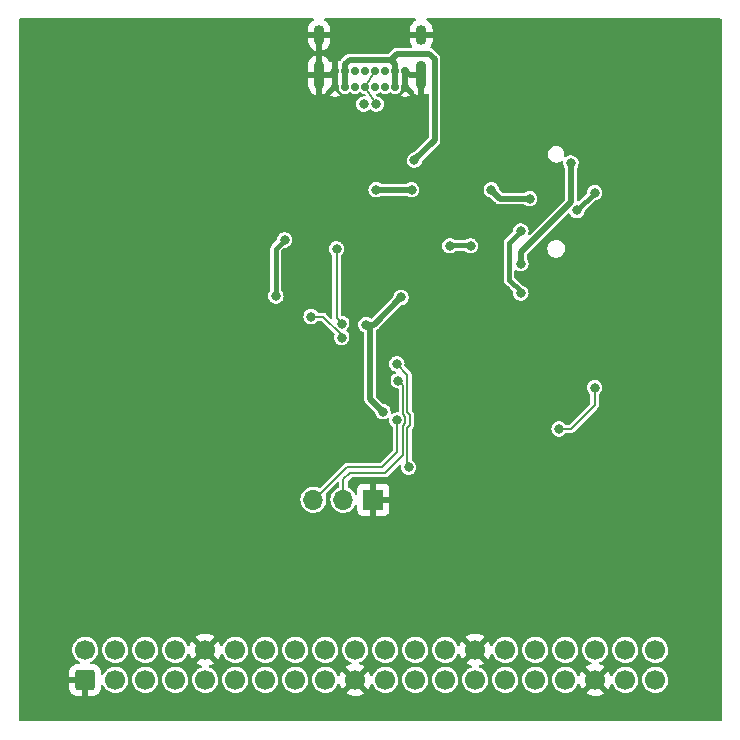
<source format=gbr>
%TF.GenerationSoftware,KiCad,Pcbnew,6.0.7+dfsg-1~bpo11+1*%
%TF.CreationDate,2022-08-19T21:28:34-04:00*%
%TF.ProjectId,iov-rp2040,696f762d-7270-4323-9034-302e6b696361,rev?*%
%TF.SameCoordinates,Original*%
%TF.FileFunction,Copper,L2,Bot*%
%TF.FilePolarity,Positive*%
%FSLAX46Y46*%
G04 Gerber Fmt 4.6, Leading zero omitted, Abs format (unit mm)*
G04 Created by KiCad (PCBNEW 6.0.7+dfsg-1~bpo11+1) date 2022-08-19 21:28:34*
%MOMM*%
%LPD*%
G01*
G04 APERTURE LIST*
G04 Aperture macros list*
%AMRoundRect*
0 Rectangle with rounded corners*
0 $1 Rounding radius*
0 $2 $3 $4 $5 $6 $7 $8 $9 X,Y pos of 4 corners*
0 Add a 4 corners polygon primitive as box body*
4,1,4,$2,$3,$4,$5,$6,$7,$8,$9,$2,$3,0*
0 Add four circle primitives for the rounded corners*
1,1,$1+$1,$2,$3*
1,1,$1+$1,$4,$5*
1,1,$1+$1,$6,$7*
1,1,$1+$1,$8,$9*
0 Add four rect primitives between the rounded corners*
20,1,$1+$1,$2,$3,$4,$5,0*
20,1,$1+$1,$4,$5,$6,$7,0*
20,1,$1+$1,$6,$7,$8,$9,0*
20,1,$1+$1,$8,$9,$2,$3,0*%
G04 Aperture macros list end*
%TA.AperFunction,ComponentPad*%
%ADD10R,1.700000X1.700000*%
%TD*%
%TA.AperFunction,ComponentPad*%
%ADD11O,1.700000X1.700000*%
%TD*%
%TA.AperFunction,ComponentPad*%
%ADD12C,0.700000*%
%TD*%
%TA.AperFunction,ComponentPad*%
%ADD13O,0.900000X1.700000*%
%TD*%
%TA.AperFunction,ComponentPad*%
%ADD14O,0.900000X2.400000*%
%TD*%
%TA.AperFunction,ComponentPad*%
%ADD15RoundRect,0.250000X0.600000X-0.600000X0.600000X0.600000X-0.600000X0.600000X-0.600000X-0.600000X0*%
%TD*%
%TA.AperFunction,ComponentPad*%
%ADD16C,1.700000*%
%TD*%
%TA.AperFunction,ViaPad*%
%ADD17C,0.800000*%
%TD*%
%TA.AperFunction,Conductor*%
%ADD18C,0.500000*%
%TD*%
%TA.AperFunction,Conductor*%
%ADD19C,0.400000*%
%TD*%
%TA.AperFunction,Conductor*%
%ADD20C,0.200000*%
%TD*%
G04 APERTURE END LIST*
D10*
%TO.P,J2,1,Pin_1*%
%TO.N,GND*%
X159275000Y-133000000D03*
D11*
%TO.P,J2,2,Pin_2*%
%TO.N,Net-(J2-Pad2)*%
X156735000Y-133000000D03*
%TO.P,J2,3,Pin_3*%
%TO.N,Net-(J2-Pad3)*%
X154195000Y-133000000D03*
%TD*%
D12*
%TO.P,J1,A1,GND*%
%TO.N,GND*%
X161975000Y-98025000D03*
%TO.P,J1,A4,VBUS*%
%TO.N,VBUS*%
X161125000Y-98025000D03*
%TO.P,J1,A5,CC1*%
%TO.N,Net-(J1-PadA5)*%
X160275000Y-98025000D03*
%TO.P,J1,A6,D+*%
%TO.N,/USB_DP*%
X159425000Y-98025000D03*
%TO.P,J1,A7,D-*%
%TO.N,/USB_DN*%
X158575000Y-98025000D03*
%TO.P,J1,A8,SBU1*%
%TO.N,unconnected-(J1-PadA8)*%
X157725000Y-98025000D03*
%TO.P,J1,A9,VBUS*%
%TO.N,VBUS*%
X156875000Y-98025000D03*
%TO.P,J1,A12,GND*%
%TO.N,GND*%
X156025000Y-98025000D03*
%TO.P,J1,B1,GND*%
X156025000Y-96675000D03*
%TO.P,J1,B4,VBUS*%
%TO.N,VBUS*%
X156875000Y-96675000D03*
%TO.P,J1,B5,CC2*%
%TO.N,Net-(J1-PadB5)*%
X157725000Y-96675000D03*
%TO.P,J1,B6,D+*%
%TO.N,/USB_DP*%
X158575000Y-96675000D03*
%TO.P,J1,B7,D-*%
%TO.N,/USB_DN*%
X159425000Y-96675000D03*
%TO.P,J1,B8,SBU2*%
%TO.N,unconnected-(J1-PadB8)*%
X160275000Y-96675000D03*
%TO.P,J1,B9,VBUS*%
%TO.N,VBUS*%
X161125000Y-96675000D03*
%TO.P,J1,B12,GND*%
%TO.N,GND*%
X161975000Y-96675000D03*
D13*
%TO.P,J1,S1,SHIELD*%
X154675000Y-93665000D03*
D14*
X163325000Y-97045000D03*
D13*
X163325000Y-93665000D03*
D14*
X154675000Y-97045000D03*
%TD*%
D15*
%TO.P,J3,1,Pin_1*%
%TO.N,GND*%
X134870000Y-148252500D03*
D16*
%TO.P,J3,2,Pin_2*%
%TO.N,/GPIO0*%
X134870000Y-145712500D03*
%TO.P,J3,3,Pin_3*%
%TO.N,/GPIO1*%
X137410000Y-148252500D03*
%TO.P,J3,4,Pin_4*%
%TO.N,/GPIO2*%
X137410000Y-145712500D03*
%TO.P,J3,5,Pin_5*%
%TO.N,/GPIO3*%
X139950000Y-148252500D03*
%TO.P,J3,6,Pin_6*%
%TO.N,/GPIO4*%
X139950000Y-145712500D03*
%TO.P,J3,7,Pin_7*%
%TO.N,/GPIO5*%
X142490000Y-148252500D03*
%TO.P,J3,8,Pin_8*%
%TO.N,/GPIO6*%
X142490000Y-145712500D03*
%TO.P,J3,9,Pin_9*%
%TO.N,/GPIO7*%
X145030000Y-148252500D03*
%TO.P,J3,10,Pin_10*%
%TO.N,GND*%
X145030000Y-145712500D03*
%TO.P,J3,11,Pin_11*%
%TO.N,/GPIO8*%
X147570000Y-148252500D03*
%TO.P,J3,12,Pin_12*%
%TO.N,/GPIO9*%
X147570000Y-145712500D03*
%TO.P,J3,13,Pin_13*%
%TO.N,/GPIO10*%
X150110000Y-148252500D03*
%TO.P,J3,14,Pin_14*%
%TO.N,/GPIO11*%
X150110000Y-145712500D03*
%TO.P,J3,15,Pin_15*%
%TO.N,/GPIO12*%
X152650000Y-148252500D03*
%TO.P,J3,16,Pin_16*%
%TO.N,/GPIO13*%
X152650000Y-145712500D03*
%TO.P,J3,17,Pin_17*%
%TO.N,/GPIO14*%
X155190000Y-148252500D03*
%TO.P,J3,18,Pin_18*%
%TO.N,/GPIO15*%
X155190000Y-145712500D03*
%TO.P,J3,19,Pin_19*%
%TO.N,GND*%
X157730000Y-148252500D03*
%TO.P,J3,20,Pin_20*%
%TO.N,/GPIO16*%
X157730000Y-145712500D03*
%TO.P,J3,21,Pin_21*%
%TO.N,/GPIO17*%
X160270000Y-148252500D03*
%TO.P,J3,22,Pin_22*%
%TO.N,/GPIO18*%
X160270000Y-145712500D03*
%TO.P,J3,23,Pin_23*%
%TO.N,/GPIO19*%
X162810000Y-148252500D03*
%TO.P,J3,24,Pin_24*%
%TO.N,/GPIO20*%
X162810000Y-145712500D03*
%TO.P,J3,25,Pin_25*%
%TO.N,/GPIO21*%
X165350000Y-148252500D03*
%TO.P,J3,26,Pin_26*%
%TO.N,/GPIO22*%
X165350000Y-145712500D03*
%TO.P,J3,27,Pin_27*%
%TO.N,/GPIO23*%
X167890000Y-148252500D03*
%TO.P,J3,28,Pin_28*%
%TO.N,GND*%
X167890000Y-145712500D03*
%TO.P,J3,29,Pin_29*%
%TO.N,/GPIO24*%
X170430000Y-148252500D03*
%TO.P,J3,30,Pin_30*%
%TO.N,/GPIO25*%
X170430000Y-145712500D03*
%TO.P,J3,31,Pin_31*%
%TO.N,/GPIO26*%
X172970000Y-148252500D03*
%TO.P,J3,32,Pin_32*%
%TO.N,/GPIO27*%
X172970000Y-145712500D03*
%TO.P,J3,33,Pin_33*%
%TO.N,/GPIO28*%
X175510000Y-148252500D03*
%TO.P,J3,34,Pin_34*%
%TO.N,/GPIO29*%
X175510000Y-145712500D03*
%TO.P,J3,35,Pin_35*%
%TO.N,GND*%
X178050000Y-148252500D03*
%TO.P,J3,36,Pin_36*%
%TO.N,VCC*%
X178050000Y-145712500D03*
%TO.P,J3,37,Pin_37*%
%TO.N,/EXT_IOVDD*%
X180590000Y-148252500D03*
%TO.P,J3,38,Pin_38*%
%TO.N,+1V8*%
X180590000Y-145712500D03*
%TO.P,J3,39,Pin_39*%
%TO.N,+3V3*%
X183130000Y-148252500D03*
%TO.P,J3,40,Pin_40*%
%TO.N,IOVDD*%
X183130000Y-145712500D03*
%TD*%
D17*
%TO.N,GND*%
X159000000Y-108000000D03*
X175250000Y-120250000D03*
X165650000Y-114000000D03*
X160000000Y-119500000D03*
X164750000Y-115250000D03*
X158000000Y-121500000D03*
X158000000Y-113500000D03*
X162500000Y-112750000D03*
X160000000Y-120500000D03*
X152000000Y-122000000D03*
X150000000Y-110750000D03*
X152500000Y-126750000D03*
X174250000Y-106750000D03*
X166000000Y-117250000D03*
X170500000Y-115250000D03*
X163250000Y-127000000D03*
X160000000Y-121500000D03*
X161500000Y-136250000D03*
X162900000Y-113550000D03*
X158000000Y-120500000D03*
X175250000Y-110250000D03*
X156750000Y-122750000D03*
X178250000Y-116500000D03*
X165650000Y-109000000D03*
X158000000Y-119500000D03*
X177000000Y-106000000D03*
X166000000Y-122000000D03*
X149000000Y-110750000D03*
X160000000Y-108750000D03*
X160250000Y-127500000D03*
X158000000Y-108750000D03*
X152000000Y-117500000D03*
X154000000Y-130500000D03*
X159000000Y-113500000D03*
X156750000Y-138250000D03*
X144900000Y-111750000D03*
X159250000Y-127500000D03*
X170500000Y-110000000D03*
X155250000Y-112500000D03*
X171500000Y-117250000D03*
%TO.N,IOVDD*%
X162500000Y-106750000D03*
X171750000Y-110250000D03*
X156589024Y-119266186D03*
X176500000Y-108500000D03*
X154000000Y-117500000D03*
X162250000Y-130249502D03*
X169250000Y-106750000D03*
X161250000Y-121500000D03*
X171750000Y-115500000D03*
X159500000Y-106750000D03*
X151750000Y-111000000D03*
X178000000Y-107000000D03*
X151010000Y-115740000D03*
X172500000Y-107500000D03*
%TO.N,+3V3*%
X167500000Y-111500000D03*
X171750000Y-113000000D03*
X176000000Y-104500000D03*
X165750000Y-111500000D03*
%TO.N,+1V1*%
X161610463Y-115876719D03*
X158639971Y-118179789D03*
X160075073Y-125536867D03*
%TO.N,VBUS*%
X162750000Y-104250000D03*
%TO.N,/USB_DP*%
X158475000Y-99500000D03*
%TO.N,Net-(J2-Pad2)*%
X161375758Y-122912791D03*
%TO.N,Net-(J2-Pad3)*%
X161250000Y-126250000D03*
%TO.N,/GPIO25*%
X175000000Y-127000000D03*
X178000000Y-123500000D03*
%TO.N,/QSPI_IO0*%
X156587955Y-118084681D03*
X156150500Y-111750000D03*
%TO.N,/USB_DN*%
X159525000Y-99500000D03*
%TD*%
D18*
%TO.N,GND*%
X161975000Y-98025000D02*
X161975000Y-96675000D01*
X154675000Y-97045000D02*
X155655000Y-97045000D01*
X156025000Y-96675000D02*
X156025000Y-95525000D01*
X155655000Y-97045000D02*
X156025000Y-96675000D01*
X156025000Y-98025000D02*
X156025000Y-96675000D01*
X163325000Y-97045000D02*
X162345000Y-97045000D01*
X162345000Y-97045000D02*
X161975000Y-96675000D01*
D19*
%TO.N,IOVDD*%
X176500000Y-108500000D02*
X178000000Y-107000000D01*
D20*
X156589024Y-119266186D02*
X156589024Y-119089024D01*
X162150000Y-125594364D02*
X162350000Y-125794365D01*
D19*
X171750000Y-115368629D02*
X171750000Y-115500000D01*
X171750000Y-110250000D02*
X170750000Y-111250000D01*
D20*
X161250000Y-121500000D02*
X162150000Y-122400000D01*
X162350000Y-126705635D02*
X162150000Y-126905635D01*
D19*
X170750000Y-114368629D02*
X171750000Y-115368629D01*
D18*
X162500000Y-106750000D02*
X159500000Y-106750000D01*
X170000000Y-107500000D02*
X169250000Y-106750000D01*
D20*
X162150000Y-126905635D02*
X162150000Y-130149502D01*
D19*
X151010000Y-111740000D02*
X151010000Y-115740000D01*
D20*
X162150000Y-122400000D02*
X162150000Y-125594364D01*
X155000000Y-117500000D02*
X154000000Y-117500000D01*
X162150000Y-130149502D02*
X162250000Y-130249502D01*
D18*
X172500000Y-107500000D02*
X170000000Y-107500000D01*
D20*
X162350000Y-125794365D02*
X162350000Y-126705635D01*
X156589024Y-119089024D02*
X155000000Y-117500000D01*
D19*
X170750000Y-111250000D02*
X170750000Y-114368629D01*
X151750000Y-111000000D02*
X151010000Y-111740000D01*
D18*
%TO.N,+3V3*%
X171750000Y-113000000D02*
X171750000Y-112047918D01*
X176000000Y-107797918D02*
X176000000Y-104500000D01*
D19*
X165750000Y-111500000D02*
X165800000Y-111450000D01*
D18*
X171750000Y-112047918D02*
X176000000Y-107797918D01*
D19*
X167450000Y-111450000D02*
X167500000Y-111500000D01*
X165800000Y-111450000D02*
X167450000Y-111450000D01*
D18*
%TO.N,+1V1*%
X158639971Y-118179789D02*
X159000000Y-118539818D01*
X159307393Y-118179789D02*
X161610463Y-115876719D01*
X159000000Y-118539818D02*
X159000000Y-124461794D01*
X159000000Y-124461794D02*
X160075073Y-125536867D01*
X158639971Y-118179789D02*
X159307393Y-118179789D01*
%TO.N,VBUS*%
X160750000Y-95750000D02*
X161250000Y-95250000D01*
X156875000Y-98025000D02*
X156875000Y-96675000D01*
X164000000Y-95250000D02*
X164450000Y-95700000D01*
X164450000Y-102550000D02*
X162750000Y-104250000D01*
X164450000Y-95700000D02*
X164450000Y-102550000D01*
X156875000Y-96125000D02*
X157250000Y-95750000D01*
X161250000Y-95250000D02*
X164000000Y-95250000D01*
X157250000Y-95750000D02*
X160750000Y-95750000D01*
X160750000Y-95750000D02*
X161125000Y-96125000D01*
X156875000Y-96675000D02*
X156875000Y-96125000D01*
X161125000Y-96125000D02*
X161125000Y-96675000D01*
X161125000Y-96675000D02*
X161125000Y-98025000D01*
D20*
%TO.N,Net-(J2-Pad2)*%
X161950000Y-126539950D02*
X161750000Y-126739950D01*
X161750000Y-123287033D02*
X161750000Y-125760050D01*
X161750000Y-126739950D02*
X161750000Y-129250000D01*
X157250000Y-130750000D02*
X156735000Y-131265000D01*
X161375758Y-122912791D02*
X161750000Y-123287033D01*
X160250000Y-130750000D02*
X157250000Y-130750000D01*
X156735000Y-131265000D02*
X156735000Y-133000000D01*
X161750000Y-129250000D02*
X160250000Y-130750000D01*
X161950000Y-125960050D02*
X161950000Y-126539950D01*
X161750000Y-125760050D02*
X161950000Y-125960050D01*
%TO.N,Net-(J2-Pad3)*%
X154250000Y-133000000D02*
X154195000Y-133000000D01*
X161250000Y-129000000D02*
X160000000Y-130250000D01*
X161250000Y-126250000D02*
X161250000Y-129000000D01*
X160000000Y-130250000D02*
X157000000Y-130250000D01*
X157000000Y-130250000D02*
X154250000Y-133000000D01*
%TO.N,/GPIO25*%
X178000000Y-123500000D02*
X178000000Y-125000000D01*
X176000000Y-127000000D02*
X175000000Y-127000000D01*
X178000000Y-125000000D02*
X176000000Y-127000000D01*
%TO.N,/QSPI_IO0*%
X156150500Y-117647226D02*
X156150500Y-111750000D01*
X156587955Y-118084681D02*
X156150500Y-117647226D01*
%TO.N,/USB_DN*%
X159525000Y-99500000D02*
X158575000Y-98025000D01*
X158575000Y-98025000D02*
X159425000Y-96675000D01*
%TD*%
%TA.AperFunction,Conductor*%
%TO.N,GND*%
G36*
X154203858Y-92269407D02*
G01*
X154239822Y-92318907D01*
X154239822Y-92380093D01*
X154203858Y-92429593D01*
X154197836Y-92433639D01*
X154091730Y-92499428D01*
X154083822Y-92505518D01*
X153949701Y-92632350D01*
X153943181Y-92639903D01*
X153837303Y-92791114D01*
X153832438Y-92799818D01*
X153759123Y-92969240D01*
X153756109Y-92978740D01*
X153718112Y-93160620D01*
X153717135Y-93168149D01*
X153717069Y-93169411D01*
X153717000Y-93172021D01*
X153717000Y-93395320D01*
X153721122Y-93408005D01*
X153725243Y-93411000D01*
X155617320Y-93411000D01*
X155630005Y-93406878D01*
X155633000Y-93402757D01*
X155633000Y-93218861D01*
X155632747Y-93213864D01*
X155618780Y-93076361D01*
X155616774Y-93066592D01*
X155561572Y-92890440D01*
X155557641Y-92881270D01*
X155468150Y-92719825D01*
X155462454Y-92711628D01*
X155342327Y-92571473D01*
X155335101Y-92564592D01*
X155189241Y-92451452D01*
X155180783Y-92446166D01*
X155164854Y-92438328D01*
X155120990Y-92395672D01*
X155110576Y-92335379D01*
X155137590Y-92280480D01*
X155191714Y-92251945D01*
X155208564Y-92250500D01*
X162795667Y-92250500D01*
X162853858Y-92269407D01*
X162889822Y-92318907D01*
X162889822Y-92380093D01*
X162853858Y-92429593D01*
X162847836Y-92433639D01*
X162741730Y-92499428D01*
X162733822Y-92505518D01*
X162599701Y-92632350D01*
X162593181Y-92639903D01*
X162487303Y-92791114D01*
X162482438Y-92799818D01*
X162409123Y-92969240D01*
X162406109Y-92978740D01*
X162368112Y-93160620D01*
X162367135Y-93168149D01*
X162367069Y-93169411D01*
X162367000Y-93172021D01*
X162367000Y-93395320D01*
X162371122Y-93408005D01*
X162375243Y-93411000D01*
X164267320Y-93411000D01*
X164280005Y-93406878D01*
X164283000Y-93402757D01*
X164283000Y-93218861D01*
X164282747Y-93213864D01*
X164268780Y-93076361D01*
X164266774Y-93066592D01*
X164211572Y-92890440D01*
X164207641Y-92881270D01*
X164118150Y-92719825D01*
X164112454Y-92711628D01*
X163992327Y-92571473D01*
X163985101Y-92564592D01*
X163839241Y-92451452D01*
X163830783Y-92446166D01*
X163814854Y-92438328D01*
X163770990Y-92395672D01*
X163760576Y-92335379D01*
X163787590Y-92280480D01*
X163841714Y-92251945D01*
X163858564Y-92250500D01*
X188650500Y-92250500D01*
X188708691Y-92269407D01*
X188744655Y-92318907D01*
X188749500Y-92349500D01*
X188749500Y-151650500D01*
X188730593Y-151708691D01*
X188681093Y-151744655D01*
X188650500Y-151749500D01*
X129349500Y-151749500D01*
X129291309Y-151730593D01*
X129255345Y-151681093D01*
X129250500Y-151650500D01*
X129250500Y-148900292D01*
X133512001Y-148900292D01*
X133512267Y-148905422D01*
X133522409Y-149003173D01*
X133524682Y-149013700D01*
X133577086Y-149170777D01*
X133581933Y-149181124D01*
X133668891Y-149321645D01*
X133675987Y-149330598D01*
X133792939Y-149447347D01*
X133801904Y-149454427D01*
X133942580Y-149541141D01*
X133952934Y-149545969D01*
X134110110Y-149598102D01*
X134120621Y-149600355D01*
X134217112Y-149610241D01*
X134222170Y-149610500D01*
X134600320Y-149610500D01*
X134613005Y-149606378D01*
X134616000Y-149602257D01*
X134616000Y-148522180D01*
X134611878Y-148509495D01*
X134607757Y-148506500D01*
X133527681Y-148506500D01*
X133514996Y-148510622D01*
X133512001Y-148514743D01*
X133512001Y-148900292D01*
X129250500Y-148900292D01*
X129250500Y-147982820D01*
X133512000Y-147982820D01*
X133516122Y-147995505D01*
X133520243Y-147998500D01*
X135025000Y-147998500D01*
X135083191Y-148017407D01*
X135119155Y-148066907D01*
X135124000Y-148097500D01*
X135124000Y-149594819D01*
X135128122Y-149607504D01*
X135132243Y-149610499D01*
X135517792Y-149610499D01*
X135522922Y-149610233D01*
X135620673Y-149600091D01*
X135631200Y-149597818D01*
X135788277Y-149545414D01*
X135798624Y-149540567D01*
X135939145Y-149453609D01*
X135948098Y-149446513D01*
X136016754Y-149377738D01*
X156969387Y-149377738D01*
X156976207Y-149384962D01*
X157137713Y-149479338D01*
X157145008Y-149482834D01*
X157346038Y-149559599D01*
X157353808Y-149561857D01*
X157564674Y-149604758D01*
X157572717Y-149605717D01*
X157787761Y-149613602D01*
X157795838Y-149613236D01*
X158009280Y-149585894D01*
X158017210Y-149584208D01*
X158223304Y-149522376D01*
X158230852Y-149519418D01*
X158424090Y-149424752D01*
X158431045Y-149420605D01*
X158481229Y-149384809D01*
X158486461Y-149377738D01*
X177289387Y-149377738D01*
X177296207Y-149384962D01*
X177457713Y-149479338D01*
X177465008Y-149482834D01*
X177666038Y-149559599D01*
X177673808Y-149561857D01*
X177884674Y-149604758D01*
X177892717Y-149605717D01*
X178107761Y-149613602D01*
X178115838Y-149613236D01*
X178329280Y-149585894D01*
X178337210Y-149584208D01*
X178543304Y-149522376D01*
X178550852Y-149519418D01*
X178744090Y-149424752D01*
X178751045Y-149420605D01*
X178801229Y-149384809D01*
X178809163Y-149374087D01*
X178809170Y-149373224D01*
X178805554Y-149367264D01*
X178061086Y-148622796D01*
X178049203Y-148616742D01*
X178044172Y-148617538D01*
X177295011Y-149366699D01*
X177289387Y-149377738D01*
X158486461Y-149377738D01*
X158489163Y-149374087D01*
X158489170Y-149373224D01*
X158485554Y-149367264D01*
X157741086Y-148622796D01*
X157729203Y-148616742D01*
X157724172Y-148617538D01*
X156975011Y-149366699D01*
X156969387Y-149377738D01*
X136016754Y-149377738D01*
X136064847Y-149329561D01*
X136071927Y-149320596D01*
X136158641Y-149179920D01*
X136163469Y-149169566D01*
X136215602Y-149012390D01*
X136217855Y-149001879D01*
X136227741Y-148905388D01*
X136228000Y-148900330D01*
X136228000Y-148768574D01*
X136246907Y-148710383D01*
X136296407Y-148674419D01*
X136357593Y-148674419D01*
X136407093Y-148710383D01*
X136416906Y-148727125D01*
X136452856Y-148805107D01*
X136569588Y-148970280D01*
X136714466Y-149111413D01*
X136882637Y-149223782D01*
X137068470Y-149303622D01*
X137265740Y-149348260D01*
X137467842Y-149356200D01*
X137521377Y-149348438D01*
X137663519Y-149327829D01*
X137663522Y-149327828D01*
X137668007Y-149327178D01*
X137763769Y-149294671D01*
X137855234Y-149263623D01*
X137855237Y-149263621D01*
X137859531Y-149262164D01*
X138036001Y-149163337D01*
X138191505Y-149034005D01*
X138320837Y-148878501D01*
X138419664Y-148702031D01*
X138435282Y-148656024D01*
X138465736Y-148566307D01*
X138484678Y-148510507D01*
X138513700Y-148310342D01*
X138514925Y-148263586D01*
X138515139Y-148255413D01*
X138515139Y-148255408D01*
X138515215Y-148252500D01*
X138514680Y-148246672D01*
X138512557Y-148223569D01*
X138845164Y-148223569D01*
X138858392Y-148425394D01*
X138859508Y-148429787D01*
X138859508Y-148429789D01*
X138881099Y-148514804D01*
X138908178Y-148621428D01*
X138992856Y-148805107D01*
X139109588Y-148970280D01*
X139254466Y-149111413D01*
X139422637Y-149223782D01*
X139608470Y-149303622D01*
X139805740Y-149348260D01*
X140007842Y-149356200D01*
X140061377Y-149348438D01*
X140203519Y-149327829D01*
X140203522Y-149327828D01*
X140208007Y-149327178D01*
X140303769Y-149294671D01*
X140395234Y-149263623D01*
X140395237Y-149263621D01*
X140399531Y-149262164D01*
X140576001Y-149163337D01*
X140731505Y-149034005D01*
X140860837Y-148878501D01*
X140959664Y-148702031D01*
X140975282Y-148656024D01*
X141005736Y-148566307D01*
X141024678Y-148510507D01*
X141053700Y-148310342D01*
X141054925Y-148263586D01*
X141055139Y-148255413D01*
X141055139Y-148255408D01*
X141055215Y-148252500D01*
X141054680Y-148246672D01*
X141052557Y-148223569D01*
X141385164Y-148223569D01*
X141398392Y-148425394D01*
X141399508Y-148429787D01*
X141399508Y-148429789D01*
X141421099Y-148514804D01*
X141448178Y-148621428D01*
X141532856Y-148805107D01*
X141649588Y-148970280D01*
X141794466Y-149111413D01*
X141962637Y-149223782D01*
X142148470Y-149303622D01*
X142345740Y-149348260D01*
X142547842Y-149356200D01*
X142601377Y-149348438D01*
X142743519Y-149327829D01*
X142743522Y-149327828D01*
X142748007Y-149327178D01*
X142843769Y-149294671D01*
X142935234Y-149263623D01*
X142935237Y-149263621D01*
X142939531Y-149262164D01*
X143116001Y-149163337D01*
X143271505Y-149034005D01*
X143400837Y-148878501D01*
X143499664Y-148702031D01*
X143515282Y-148656024D01*
X143545736Y-148566307D01*
X143564678Y-148510507D01*
X143593700Y-148310342D01*
X143594925Y-148263586D01*
X143595139Y-148255413D01*
X143595139Y-148255408D01*
X143595215Y-148252500D01*
X143594680Y-148246672D01*
X143592557Y-148223569D01*
X143925164Y-148223569D01*
X143938392Y-148425394D01*
X143939508Y-148429787D01*
X143939508Y-148429789D01*
X143961099Y-148514804D01*
X143988178Y-148621428D01*
X144072856Y-148805107D01*
X144189588Y-148970280D01*
X144334466Y-149111413D01*
X144502637Y-149223782D01*
X144688470Y-149303622D01*
X144885740Y-149348260D01*
X145087842Y-149356200D01*
X145141377Y-149348438D01*
X145283519Y-149327829D01*
X145283522Y-149327828D01*
X145288007Y-149327178D01*
X145383769Y-149294671D01*
X145475234Y-149263623D01*
X145475237Y-149263621D01*
X145479531Y-149262164D01*
X145656001Y-149163337D01*
X145811505Y-149034005D01*
X145940837Y-148878501D01*
X146039664Y-148702031D01*
X146055282Y-148656024D01*
X146085736Y-148566307D01*
X146104678Y-148510507D01*
X146133700Y-148310342D01*
X146134925Y-148263586D01*
X146135139Y-148255413D01*
X146135139Y-148255408D01*
X146135215Y-148252500D01*
X146134680Y-148246672D01*
X146132557Y-148223569D01*
X146465164Y-148223569D01*
X146478392Y-148425394D01*
X146479508Y-148429787D01*
X146479508Y-148429789D01*
X146501099Y-148514804D01*
X146528178Y-148621428D01*
X146612856Y-148805107D01*
X146729588Y-148970280D01*
X146874466Y-149111413D01*
X147042637Y-149223782D01*
X147228470Y-149303622D01*
X147425740Y-149348260D01*
X147627842Y-149356200D01*
X147681377Y-149348438D01*
X147823519Y-149327829D01*
X147823522Y-149327828D01*
X147828007Y-149327178D01*
X147923769Y-149294671D01*
X148015234Y-149263623D01*
X148015237Y-149263621D01*
X148019531Y-149262164D01*
X148196001Y-149163337D01*
X148351505Y-149034005D01*
X148480837Y-148878501D01*
X148579664Y-148702031D01*
X148595282Y-148656024D01*
X148625736Y-148566307D01*
X148644678Y-148510507D01*
X148673700Y-148310342D01*
X148674925Y-148263586D01*
X148675139Y-148255413D01*
X148675139Y-148255408D01*
X148675215Y-148252500D01*
X148674680Y-148246672D01*
X148672557Y-148223569D01*
X149005164Y-148223569D01*
X149018392Y-148425394D01*
X149019508Y-148429787D01*
X149019508Y-148429789D01*
X149041099Y-148514804D01*
X149068178Y-148621428D01*
X149152856Y-148805107D01*
X149269588Y-148970280D01*
X149414466Y-149111413D01*
X149582637Y-149223782D01*
X149768470Y-149303622D01*
X149965740Y-149348260D01*
X150167842Y-149356200D01*
X150221377Y-149348438D01*
X150363519Y-149327829D01*
X150363522Y-149327828D01*
X150368007Y-149327178D01*
X150463769Y-149294671D01*
X150555234Y-149263623D01*
X150555237Y-149263621D01*
X150559531Y-149262164D01*
X150736001Y-149163337D01*
X150891505Y-149034005D01*
X151020837Y-148878501D01*
X151119664Y-148702031D01*
X151135282Y-148656024D01*
X151165736Y-148566307D01*
X151184678Y-148510507D01*
X151213700Y-148310342D01*
X151214925Y-148263586D01*
X151215139Y-148255413D01*
X151215139Y-148255408D01*
X151215215Y-148252500D01*
X151214680Y-148246672D01*
X151212557Y-148223569D01*
X151545164Y-148223569D01*
X151558392Y-148425394D01*
X151559508Y-148429787D01*
X151559508Y-148429789D01*
X151581099Y-148514804D01*
X151608178Y-148621428D01*
X151692856Y-148805107D01*
X151809588Y-148970280D01*
X151954466Y-149111413D01*
X152122637Y-149223782D01*
X152308470Y-149303622D01*
X152505740Y-149348260D01*
X152707842Y-149356200D01*
X152761377Y-149348438D01*
X152903519Y-149327829D01*
X152903522Y-149327828D01*
X152908007Y-149327178D01*
X153003769Y-149294671D01*
X153095234Y-149263623D01*
X153095237Y-149263621D01*
X153099531Y-149262164D01*
X153276001Y-149163337D01*
X153431505Y-149034005D01*
X153560837Y-148878501D01*
X153659664Y-148702031D01*
X153675282Y-148656024D01*
X153705736Y-148566307D01*
X153724678Y-148510507D01*
X153753700Y-148310342D01*
X153754925Y-148263586D01*
X153755139Y-148255413D01*
X153755139Y-148255408D01*
X153755215Y-148252500D01*
X153754680Y-148246672D01*
X153752557Y-148223569D01*
X154085164Y-148223569D01*
X154098392Y-148425394D01*
X154099508Y-148429787D01*
X154099508Y-148429789D01*
X154121099Y-148514804D01*
X154148178Y-148621428D01*
X154232856Y-148805107D01*
X154349588Y-148970280D01*
X154494466Y-149111413D01*
X154662637Y-149223782D01*
X154848470Y-149303622D01*
X155045740Y-149348260D01*
X155247842Y-149356200D01*
X155301377Y-149348438D01*
X155443519Y-149327829D01*
X155443522Y-149327828D01*
X155448007Y-149327178D01*
X155543769Y-149294671D01*
X155635234Y-149263623D01*
X155635237Y-149263621D01*
X155639531Y-149262164D01*
X155816001Y-149163337D01*
X155971505Y-149034005D01*
X156100837Y-148878501D01*
X156199664Y-148702031D01*
X156230588Y-148610932D01*
X156267197Y-148561907D01*
X156325630Y-148543763D01*
X156383568Y-148563431D01*
X156418881Y-148613397D01*
X156420912Y-148620990D01*
X156428807Y-148656024D01*
X156431231Y-148663758D01*
X156512183Y-148863120D01*
X156515840Y-148870360D01*
X156597732Y-149003996D01*
X156607419Y-149012269D01*
X156615605Y-149007685D01*
X157359704Y-148263586D01*
X157364946Y-148253297D01*
X158094242Y-148253297D01*
X158095038Y-148258328D01*
X158842200Y-149005490D01*
X158854083Y-149011544D01*
X158855028Y-149011395D01*
X158860201Y-149006953D01*
X158895649Y-148957621D01*
X158899822Y-148950676D01*
X158995164Y-148757768D01*
X158998144Y-148750244D01*
X159038103Y-148618722D01*
X159073110Y-148568541D01*
X159130928Y-148548520D01*
X159189471Y-148566307D01*
X159226150Y-148614456D01*
X159227060Y-148617025D01*
X159228178Y-148621428D01*
X159312856Y-148805107D01*
X159429588Y-148970280D01*
X159574466Y-149111413D01*
X159742637Y-149223782D01*
X159928470Y-149303622D01*
X160125740Y-149348260D01*
X160327842Y-149356200D01*
X160381377Y-149348438D01*
X160523519Y-149327829D01*
X160523522Y-149327828D01*
X160528007Y-149327178D01*
X160623769Y-149294671D01*
X160715234Y-149263623D01*
X160715237Y-149263621D01*
X160719531Y-149262164D01*
X160896001Y-149163337D01*
X161051505Y-149034005D01*
X161180837Y-148878501D01*
X161279664Y-148702031D01*
X161295282Y-148656024D01*
X161325736Y-148566307D01*
X161344678Y-148510507D01*
X161373700Y-148310342D01*
X161374925Y-148263586D01*
X161375139Y-148255413D01*
X161375139Y-148255408D01*
X161375215Y-148252500D01*
X161374680Y-148246672D01*
X161372557Y-148223569D01*
X161705164Y-148223569D01*
X161718392Y-148425394D01*
X161719508Y-148429787D01*
X161719508Y-148429789D01*
X161741099Y-148514804D01*
X161768178Y-148621428D01*
X161852856Y-148805107D01*
X161969588Y-148970280D01*
X162114466Y-149111413D01*
X162282637Y-149223782D01*
X162468470Y-149303622D01*
X162665740Y-149348260D01*
X162867842Y-149356200D01*
X162921377Y-149348438D01*
X163063519Y-149327829D01*
X163063522Y-149327828D01*
X163068007Y-149327178D01*
X163163769Y-149294671D01*
X163255234Y-149263623D01*
X163255237Y-149263621D01*
X163259531Y-149262164D01*
X163436001Y-149163337D01*
X163591505Y-149034005D01*
X163720837Y-148878501D01*
X163819664Y-148702031D01*
X163835282Y-148656024D01*
X163865736Y-148566307D01*
X163884678Y-148510507D01*
X163913700Y-148310342D01*
X163914925Y-148263586D01*
X163915139Y-148255413D01*
X163915139Y-148255408D01*
X163915215Y-148252500D01*
X163914680Y-148246672D01*
X163912557Y-148223569D01*
X164245164Y-148223569D01*
X164258392Y-148425394D01*
X164259508Y-148429787D01*
X164259508Y-148429789D01*
X164281099Y-148514804D01*
X164308178Y-148621428D01*
X164392856Y-148805107D01*
X164509588Y-148970280D01*
X164654466Y-149111413D01*
X164822637Y-149223782D01*
X165008470Y-149303622D01*
X165205740Y-149348260D01*
X165407842Y-149356200D01*
X165461377Y-149348438D01*
X165603519Y-149327829D01*
X165603522Y-149327828D01*
X165608007Y-149327178D01*
X165703769Y-149294671D01*
X165795234Y-149263623D01*
X165795237Y-149263621D01*
X165799531Y-149262164D01*
X165976001Y-149163337D01*
X166131505Y-149034005D01*
X166260837Y-148878501D01*
X166359664Y-148702031D01*
X166375282Y-148656024D01*
X166405736Y-148566307D01*
X166424678Y-148510507D01*
X166453700Y-148310342D01*
X166454925Y-148263586D01*
X166455139Y-148255413D01*
X166455139Y-148255408D01*
X166455215Y-148252500D01*
X166454680Y-148246672D01*
X166452557Y-148223569D01*
X166785164Y-148223569D01*
X166798392Y-148425394D01*
X166799508Y-148429787D01*
X166799508Y-148429789D01*
X166821099Y-148514804D01*
X166848178Y-148621428D01*
X166932856Y-148805107D01*
X167049588Y-148970280D01*
X167194466Y-149111413D01*
X167362637Y-149223782D01*
X167548470Y-149303622D01*
X167745740Y-149348260D01*
X167947842Y-149356200D01*
X168001377Y-149348438D01*
X168143519Y-149327829D01*
X168143522Y-149327828D01*
X168148007Y-149327178D01*
X168243769Y-149294671D01*
X168335234Y-149263623D01*
X168335237Y-149263621D01*
X168339531Y-149262164D01*
X168516001Y-149163337D01*
X168671505Y-149034005D01*
X168800837Y-148878501D01*
X168899664Y-148702031D01*
X168915282Y-148656024D01*
X168945736Y-148566307D01*
X168964678Y-148510507D01*
X168993700Y-148310342D01*
X168994925Y-148263586D01*
X168995139Y-148255413D01*
X168995139Y-148255408D01*
X168995215Y-148252500D01*
X168994680Y-148246672D01*
X168992557Y-148223569D01*
X169325164Y-148223569D01*
X169338392Y-148425394D01*
X169339508Y-148429787D01*
X169339508Y-148429789D01*
X169361099Y-148514804D01*
X169388178Y-148621428D01*
X169472856Y-148805107D01*
X169589588Y-148970280D01*
X169734466Y-149111413D01*
X169902637Y-149223782D01*
X170088470Y-149303622D01*
X170285740Y-149348260D01*
X170487842Y-149356200D01*
X170541377Y-149348438D01*
X170683519Y-149327829D01*
X170683522Y-149327828D01*
X170688007Y-149327178D01*
X170783769Y-149294671D01*
X170875234Y-149263623D01*
X170875237Y-149263621D01*
X170879531Y-149262164D01*
X171056001Y-149163337D01*
X171211505Y-149034005D01*
X171340837Y-148878501D01*
X171439664Y-148702031D01*
X171455282Y-148656024D01*
X171485736Y-148566307D01*
X171504678Y-148510507D01*
X171533700Y-148310342D01*
X171534925Y-148263586D01*
X171535139Y-148255413D01*
X171535139Y-148255408D01*
X171535215Y-148252500D01*
X171534680Y-148246672D01*
X171532557Y-148223569D01*
X171865164Y-148223569D01*
X171878392Y-148425394D01*
X171879508Y-148429787D01*
X171879508Y-148429789D01*
X171901099Y-148514804D01*
X171928178Y-148621428D01*
X172012856Y-148805107D01*
X172129588Y-148970280D01*
X172274466Y-149111413D01*
X172442637Y-149223782D01*
X172628470Y-149303622D01*
X172825740Y-149348260D01*
X173027842Y-149356200D01*
X173081377Y-149348438D01*
X173223519Y-149327829D01*
X173223522Y-149327828D01*
X173228007Y-149327178D01*
X173323769Y-149294671D01*
X173415234Y-149263623D01*
X173415237Y-149263621D01*
X173419531Y-149262164D01*
X173596001Y-149163337D01*
X173751505Y-149034005D01*
X173880837Y-148878501D01*
X173979664Y-148702031D01*
X173995282Y-148656024D01*
X174025736Y-148566307D01*
X174044678Y-148510507D01*
X174073700Y-148310342D01*
X174074925Y-148263586D01*
X174075139Y-148255413D01*
X174075139Y-148255408D01*
X174075215Y-148252500D01*
X174074680Y-148246672D01*
X174072557Y-148223569D01*
X174405164Y-148223569D01*
X174418392Y-148425394D01*
X174419508Y-148429787D01*
X174419508Y-148429789D01*
X174441099Y-148514804D01*
X174468178Y-148621428D01*
X174552856Y-148805107D01*
X174669588Y-148970280D01*
X174814466Y-149111413D01*
X174982637Y-149223782D01*
X175168470Y-149303622D01*
X175365740Y-149348260D01*
X175567842Y-149356200D01*
X175621377Y-149348438D01*
X175763519Y-149327829D01*
X175763522Y-149327828D01*
X175768007Y-149327178D01*
X175863769Y-149294671D01*
X175955234Y-149263623D01*
X175955237Y-149263621D01*
X175959531Y-149262164D01*
X176136001Y-149163337D01*
X176291505Y-149034005D01*
X176420837Y-148878501D01*
X176519664Y-148702031D01*
X176550588Y-148610932D01*
X176587197Y-148561907D01*
X176645630Y-148543763D01*
X176703568Y-148563431D01*
X176738881Y-148613397D01*
X176740912Y-148620990D01*
X176748807Y-148656024D01*
X176751231Y-148663758D01*
X176832183Y-148863120D01*
X176835840Y-148870360D01*
X176917732Y-149003996D01*
X176927419Y-149012269D01*
X176935605Y-149007685D01*
X177679704Y-148263586D01*
X177684946Y-148253297D01*
X178414242Y-148253297D01*
X178415038Y-148258328D01*
X179162200Y-149005490D01*
X179174083Y-149011544D01*
X179175028Y-149011395D01*
X179180201Y-149006953D01*
X179215649Y-148957621D01*
X179219822Y-148950676D01*
X179315164Y-148757768D01*
X179318144Y-148750244D01*
X179358103Y-148618722D01*
X179393110Y-148568541D01*
X179450928Y-148548520D01*
X179509471Y-148566307D01*
X179546150Y-148614456D01*
X179547060Y-148617025D01*
X179548178Y-148621428D01*
X179632856Y-148805107D01*
X179749588Y-148970280D01*
X179894466Y-149111413D01*
X180062637Y-149223782D01*
X180248470Y-149303622D01*
X180445740Y-149348260D01*
X180647842Y-149356200D01*
X180701377Y-149348438D01*
X180843519Y-149327829D01*
X180843522Y-149327828D01*
X180848007Y-149327178D01*
X180943769Y-149294671D01*
X181035234Y-149263623D01*
X181035237Y-149263621D01*
X181039531Y-149262164D01*
X181216001Y-149163337D01*
X181371505Y-149034005D01*
X181500837Y-148878501D01*
X181599664Y-148702031D01*
X181615282Y-148656024D01*
X181645736Y-148566307D01*
X181664678Y-148510507D01*
X181693700Y-148310342D01*
X181694925Y-148263586D01*
X181695139Y-148255413D01*
X181695139Y-148255408D01*
X181695215Y-148252500D01*
X181694680Y-148246672D01*
X181692557Y-148223569D01*
X182025164Y-148223569D01*
X182038392Y-148425394D01*
X182039508Y-148429787D01*
X182039508Y-148429789D01*
X182061099Y-148514804D01*
X182088178Y-148621428D01*
X182172856Y-148805107D01*
X182289588Y-148970280D01*
X182434466Y-149111413D01*
X182602637Y-149223782D01*
X182788470Y-149303622D01*
X182985740Y-149348260D01*
X183187842Y-149356200D01*
X183241377Y-149348438D01*
X183383519Y-149327829D01*
X183383522Y-149327828D01*
X183388007Y-149327178D01*
X183483769Y-149294671D01*
X183575234Y-149263623D01*
X183575237Y-149263621D01*
X183579531Y-149262164D01*
X183756001Y-149163337D01*
X183911505Y-149034005D01*
X184040837Y-148878501D01*
X184139664Y-148702031D01*
X184155282Y-148656024D01*
X184185736Y-148566307D01*
X184204678Y-148510507D01*
X184233700Y-148310342D01*
X184234925Y-148263586D01*
X184235139Y-148255413D01*
X184235139Y-148255408D01*
X184235215Y-148252500D01*
X184234680Y-148246672D01*
X184217123Y-148055609D01*
X184216708Y-148051091D01*
X184161807Y-147856426D01*
X184135802Y-147803692D01*
X184074359Y-147679099D01*
X184072351Y-147675027D01*
X183951335Y-147512967D01*
X183802812Y-147375674D01*
X183780125Y-147361359D01*
X183635594Y-147270167D01*
X183631757Y-147267746D01*
X183443898Y-147192798D01*
X183245526Y-147153339D01*
X183145930Y-147152035D01*
X183047826Y-147150751D01*
X183047821Y-147150751D01*
X183043286Y-147150692D01*
X183038813Y-147151461D01*
X183038808Y-147151461D01*
X182942494Y-147168011D01*
X182843949Y-147184944D01*
X182654193Y-147254949D01*
X182480371Y-147358362D01*
X182476956Y-147361357D01*
X182476953Y-147361359D01*
X182460630Y-147375674D01*
X182328305Y-147491720D01*
X182325497Y-147495282D01*
X182233250Y-147612298D01*
X182203089Y-147650557D01*
X182108914Y-147829553D01*
X182107569Y-147833884D01*
X182107568Y-147833887D01*
X182050585Y-148017407D01*
X182048937Y-148022713D01*
X182025164Y-148223569D01*
X181692557Y-148223569D01*
X181677123Y-148055609D01*
X181676708Y-148051091D01*
X181621807Y-147856426D01*
X181595802Y-147803692D01*
X181534359Y-147679099D01*
X181532351Y-147675027D01*
X181411335Y-147512967D01*
X181262812Y-147375674D01*
X181240125Y-147361359D01*
X181095594Y-147270167D01*
X181091757Y-147267746D01*
X180903898Y-147192798D01*
X180705526Y-147153339D01*
X180605930Y-147152035D01*
X180507826Y-147150751D01*
X180507821Y-147150751D01*
X180503286Y-147150692D01*
X180498813Y-147151461D01*
X180498808Y-147151461D01*
X180402494Y-147168011D01*
X180303949Y-147184944D01*
X180114193Y-147254949D01*
X179940371Y-147358362D01*
X179936956Y-147361357D01*
X179936953Y-147361359D01*
X179920630Y-147375674D01*
X179788305Y-147491720D01*
X179785497Y-147495282D01*
X179693250Y-147612298D01*
X179663089Y-147650557D01*
X179568914Y-147829553D01*
X179550501Y-147888855D01*
X179549210Y-147893012D01*
X179513898Y-147942979D01*
X179455960Y-147962647D01*
X179397526Y-147944503D01*
X179360917Y-147895478D01*
X179358646Y-147887773D01*
X179340946Y-147817309D01*
X179338333Y-147809633D01*
X179252530Y-147612298D01*
X179248710Y-147605172D01*
X179181740Y-147501653D01*
X179171549Y-147493371D01*
X179163975Y-147497735D01*
X178420296Y-148241414D01*
X178414242Y-148253297D01*
X177684946Y-148253297D01*
X177685758Y-148251703D01*
X177684962Y-148246672D01*
X176938123Y-147499833D01*
X176926240Y-147493779D01*
X176925941Y-147493826D01*
X176920015Y-147499042D01*
X176867466Y-147576075D01*
X176863468Y-147583113D01*
X176772871Y-147778290D01*
X176770073Y-147785894D01*
X176741635Y-147888438D01*
X176707865Y-147939459D01*
X176650554Y-147960887D01*
X176591594Y-147944536D01*
X176553505Y-147896652D01*
X176550953Y-147888855D01*
X176543039Y-147860794D01*
X176543039Y-147860793D01*
X176541807Y-147856426D01*
X176515802Y-147803692D01*
X176454359Y-147679099D01*
X176452351Y-147675027D01*
X176331335Y-147512967D01*
X176182812Y-147375674D01*
X176160125Y-147361359D01*
X176015594Y-147270167D01*
X176011757Y-147267746D01*
X175823898Y-147192798D01*
X175625526Y-147153339D01*
X175525930Y-147152035D01*
X175427826Y-147150751D01*
X175427821Y-147150751D01*
X175423286Y-147150692D01*
X175418813Y-147151461D01*
X175418808Y-147151461D01*
X175322494Y-147168011D01*
X175223949Y-147184944D01*
X175034193Y-147254949D01*
X174860371Y-147358362D01*
X174856956Y-147361357D01*
X174856953Y-147361359D01*
X174840630Y-147375674D01*
X174708305Y-147491720D01*
X174705497Y-147495282D01*
X174613250Y-147612298D01*
X174583089Y-147650557D01*
X174488914Y-147829553D01*
X174487569Y-147833884D01*
X174487568Y-147833887D01*
X174430585Y-148017407D01*
X174428937Y-148022713D01*
X174405164Y-148223569D01*
X174072557Y-148223569D01*
X174057123Y-148055609D01*
X174056708Y-148051091D01*
X174001807Y-147856426D01*
X173975802Y-147803692D01*
X173914359Y-147679099D01*
X173912351Y-147675027D01*
X173791335Y-147512967D01*
X173642812Y-147375674D01*
X173620125Y-147361359D01*
X173475594Y-147270167D01*
X173471757Y-147267746D01*
X173283898Y-147192798D01*
X173085526Y-147153339D01*
X172985930Y-147152035D01*
X172887826Y-147150751D01*
X172887821Y-147150751D01*
X172883286Y-147150692D01*
X172878813Y-147151461D01*
X172878808Y-147151461D01*
X172782494Y-147168011D01*
X172683949Y-147184944D01*
X172494193Y-147254949D01*
X172320371Y-147358362D01*
X172316956Y-147361357D01*
X172316953Y-147361359D01*
X172300630Y-147375674D01*
X172168305Y-147491720D01*
X172165497Y-147495282D01*
X172073250Y-147612298D01*
X172043089Y-147650557D01*
X171948914Y-147829553D01*
X171947569Y-147833884D01*
X171947568Y-147833887D01*
X171890585Y-148017407D01*
X171888937Y-148022713D01*
X171865164Y-148223569D01*
X171532557Y-148223569D01*
X171517123Y-148055609D01*
X171516708Y-148051091D01*
X171461807Y-147856426D01*
X171435802Y-147803692D01*
X171374359Y-147679099D01*
X171372351Y-147675027D01*
X171251335Y-147512967D01*
X171102812Y-147375674D01*
X171080125Y-147361359D01*
X170935594Y-147270167D01*
X170931757Y-147267746D01*
X170743898Y-147192798D01*
X170545526Y-147153339D01*
X170445930Y-147152035D01*
X170347826Y-147150751D01*
X170347821Y-147150751D01*
X170343286Y-147150692D01*
X170338813Y-147151461D01*
X170338808Y-147151461D01*
X170242494Y-147168011D01*
X170143949Y-147184944D01*
X169954193Y-147254949D01*
X169780371Y-147358362D01*
X169776956Y-147361357D01*
X169776953Y-147361359D01*
X169760630Y-147375674D01*
X169628305Y-147491720D01*
X169625497Y-147495282D01*
X169533250Y-147612298D01*
X169503089Y-147650557D01*
X169408914Y-147829553D01*
X169407569Y-147833884D01*
X169407568Y-147833887D01*
X169350585Y-148017407D01*
X169348937Y-148022713D01*
X169325164Y-148223569D01*
X168992557Y-148223569D01*
X168977123Y-148055609D01*
X168976708Y-148051091D01*
X168921807Y-147856426D01*
X168895802Y-147803692D01*
X168834359Y-147679099D01*
X168832351Y-147675027D01*
X168711335Y-147512967D01*
X168562812Y-147375674D01*
X168540125Y-147361359D01*
X168395594Y-147270167D01*
X168391757Y-147267746D01*
X168252374Y-147212138D01*
X168243539Y-147208613D01*
X168196497Y-147169489D01*
X168181436Y-147110186D01*
X168204109Y-147053357D01*
X168251775Y-147021837D01*
X168383304Y-146982376D01*
X168390852Y-146979418D01*
X168584090Y-146884752D01*
X168591045Y-146880605D01*
X168641229Y-146844809D01*
X168649163Y-146834087D01*
X168649170Y-146833224D01*
X168645554Y-146827264D01*
X167901086Y-146082796D01*
X167889203Y-146076742D01*
X167884172Y-146077538D01*
X167135011Y-146826699D01*
X167129387Y-146837738D01*
X167136207Y-146844962D01*
X167297713Y-146939338D01*
X167305008Y-146942834D01*
X167506038Y-147019599D01*
X167513811Y-147021858D01*
X167515714Y-147022245D01*
X167516316Y-147022586D01*
X167517718Y-147022993D01*
X167517622Y-147023324D01*
X167568966Y-147052377D01*
X167594336Y-147108055D01*
X167582135Y-147168011D01*
X167537022Y-147209345D01*
X167530237Y-147212138D01*
X167418455Y-147253376D01*
X167418451Y-147253378D01*
X167414193Y-147254949D01*
X167240371Y-147358362D01*
X167236956Y-147361357D01*
X167236953Y-147361359D01*
X167220630Y-147375674D01*
X167088305Y-147491720D01*
X167085497Y-147495282D01*
X166993250Y-147612298D01*
X166963089Y-147650557D01*
X166868914Y-147829553D01*
X166867569Y-147833884D01*
X166867568Y-147833887D01*
X166810585Y-148017407D01*
X166808937Y-148022713D01*
X166785164Y-148223569D01*
X166452557Y-148223569D01*
X166437123Y-148055609D01*
X166436708Y-148051091D01*
X166381807Y-147856426D01*
X166355802Y-147803692D01*
X166294359Y-147679099D01*
X166292351Y-147675027D01*
X166171335Y-147512967D01*
X166022812Y-147375674D01*
X166000125Y-147361359D01*
X165855594Y-147270167D01*
X165851757Y-147267746D01*
X165663898Y-147192798D01*
X165465526Y-147153339D01*
X165365930Y-147152035D01*
X165267826Y-147150751D01*
X165267821Y-147150751D01*
X165263286Y-147150692D01*
X165258813Y-147151461D01*
X165258808Y-147151461D01*
X165162494Y-147168011D01*
X165063949Y-147184944D01*
X164874193Y-147254949D01*
X164700371Y-147358362D01*
X164696956Y-147361357D01*
X164696953Y-147361359D01*
X164680630Y-147375674D01*
X164548305Y-147491720D01*
X164545497Y-147495282D01*
X164453250Y-147612298D01*
X164423089Y-147650557D01*
X164328914Y-147829553D01*
X164327569Y-147833884D01*
X164327568Y-147833887D01*
X164270585Y-148017407D01*
X164268937Y-148022713D01*
X164245164Y-148223569D01*
X163912557Y-148223569D01*
X163897123Y-148055609D01*
X163896708Y-148051091D01*
X163841807Y-147856426D01*
X163815802Y-147803692D01*
X163754359Y-147679099D01*
X163752351Y-147675027D01*
X163631335Y-147512967D01*
X163482812Y-147375674D01*
X163460125Y-147361359D01*
X163315594Y-147270167D01*
X163311757Y-147267746D01*
X163123898Y-147192798D01*
X162925526Y-147153339D01*
X162825930Y-147152035D01*
X162727826Y-147150751D01*
X162727821Y-147150751D01*
X162723286Y-147150692D01*
X162718813Y-147151461D01*
X162718808Y-147151461D01*
X162622494Y-147168011D01*
X162523949Y-147184944D01*
X162334193Y-147254949D01*
X162160371Y-147358362D01*
X162156956Y-147361357D01*
X162156953Y-147361359D01*
X162140630Y-147375674D01*
X162008305Y-147491720D01*
X162005497Y-147495282D01*
X161913250Y-147612298D01*
X161883089Y-147650557D01*
X161788914Y-147829553D01*
X161787569Y-147833884D01*
X161787568Y-147833887D01*
X161730585Y-148017407D01*
X161728937Y-148022713D01*
X161705164Y-148223569D01*
X161372557Y-148223569D01*
X161357123Y-148055609D01*
X161356708Y-148051091D01*
X161301807Y-147856426D01*
X161275802Y-147803692D01*
X161214359Y-147679099D01*
X161212351Y-147675027D01*
X161091335Y-147512967D01*
X160942812Y-147375674D01*
X160920125Y-147361359D01*
X160775594Y-147270167D01*
X160771757Y-147267746D01*
X160583898Y-147192798D01*
X160385526Y-147153339D01*
X160285930Y-147152035D01*
X160187826Y-147150751D01*
X160187821Y-147150751D01*
X160183286Y-147150692D01*
X160178813Y-147151461D01*
X160178808Y-147151461D01*
X160082494Y-147168011D01*
X159983949Y-147184944D01*
X159794193Y-147254949D01*
X159620371Y-147358362D01*
X159616956Y-147361357D01*
X159616953Y-147361359D01*
X159600630Y-147375674D01*
X159468305Y-147491720D01*
X159465497Y-147495282D01*
X159373250Y-147612298D01*
X159343089Y-147650557D01*
X159248914Y-147829553D01*
X159230501Y-147888855D01*
X159229210Y-147893012D01*
X159193898Y-147942979D01*
X159135960Y-147962647D01*
X159077526Y-147944503D01*
X159040917Y-147895478D01*
X159038646Y-147887773D01*
X159020946Y-147817309D01*
X159018333Y-147809633D01*
X158932530Y-147612298D01*
X158928710Y-147605172D01*
X158861740Y-147501653D01*
X158851549Y-147493371D01*
X158843975Y-147497735D01*
X158100296Y-148241414D01*
X158094242Y-148253297D01*
X157364946Y-148253297D01*
X157365758Y-148251703D01*
X157364962Y-148246672D01*
X156618123Y-147499833D01*
X156606240Y-147493779D01*
X156605941Y-147493826D01*
X156600015Y-147499042D01*
X156547466Y-147576075D01*
X156543468Y-147583113D01*
X156452871Y-147778290D01*
X156450073Y-147785894D01*
X156421635Y-147888438D01*
X156387865Y-147939459D01*
X156330554Y-147960887D01*
X156271594Y-147944536D01*
X156233505Y-147896652D01*
X156230953Y-147888855D01*
X156223039Y-147860794D01*
X156223039Y-147860793D01*
X156221807Y-147856426D01*
X156195802Y-147803692D01*
X156134359Y-147679099D01*
X156132351Y-147675027D01*
X156011335Y-147512967D01*
X155862812Y-147375674D01*
X155840125Y-147361359D01*
X155695594Y-147270167D01*
X155691757Y-147267746D01*
X155503898Y-147192798D01*
X155305526Y-147153339D01*
X155205930Y-147152035D01*
X155107826Y-147150751D01*
X155107821Y-147150751D01*
X155103286Y-147150692D01*
X155098813Y-147151461D01*
X155098808Y-147151461D01*
X155002494Y-147168011D01*
X154903949Y-147184944D01*
X154714193Y-147254949D01*
X154540371Y-147358362D01*
X154536956Y-147361357D01*
X154536953Y-147361359D01*
X154520630Y-147375674D01*
X154388305Y-147491720D01*
X154385497Y-147495282D01*
X154293250Y-147612298D01*
X154263089Y-147650557D01*
X154168914Y-147829553D01*
X154167569Y-147833884D01*
X154167568Y-147833887D01*
X154110585Y-148017407D01*
X154108937Y-148022713D01*
X154085164Y-148223569D01*
X153752557Y-148223569D01*
X153737123Y-148055609D01*
X153736708Y-148051091D01*
X153681807Y-147856426D01*
X153655802Y-147803692D01*
X153594359Y-147679099D01*
X153592351Y-147675027D01*
X153471335Y-147512967D01*
X153322812Y-147375674D01*
X153300125Y-147361359D01*
X153155594Y-147270167D01*
X153151757Y-147267746D01*
X152963898Y-147192798D01*
X152765526Y-147153339D01*
X152665930Y-147152035D01*
X152567826Y-147150751D01*
X152567821Y-147150751D01*
X152563286Y-147150692D01*
X152558813Y-147151461D01*
X152558808Y-147151461D01*
X152462494Y-147168011D01*
X152363949Y-147184944D01*
X152174193Y-147254949D01*
X152000371Y-147358362D01*
X151996956Y-147361357D01*
X151996953Y-147361359D01*
X151980630Y-147375674D01*
X151848305Y-147491720D01*
X151845497Y-147495282D01*
X151753250Y-147612298D01*
X151723089Y-147650557D01*
X151628914Y-147829553D01*
X151627569Y-147833884D01*
X151627568Y-147833887D01*
X151570585Y-148017407D01*
X151568937Y-148022713D01*
X151545164Y-148223569D01*
X151212557Y-148223569D01*
X151197123Y-148055609D01*
X151196708Y-148051091D01*
X151141807Y-147856426D01*
X151115802Y-147803692D01*
X151054359Y-147679099D01*
X151052351Y-147675027D01*
X150931335Y-147512967D01*
X150782812Y-147375674D01*
X150760125Y-147361359D01*
X150615594Y-147270167D01*
X150611757Y-147267746D01*
X150423898Y-147192798D01*
X150225526Y-147153339D01*
X150125930Y-147152035D01*
X150027826Y-147150751D01*
X150027821Y-147150751D01*
X150023286Y-147150692D01*
X150018813Y-147151461D01*
X150018808Y-147151461D01*
X149922494Y-147168011D01*
X149823949Y-147184944D01*
X149634193Y-147254949D01*
X149460371Y-147358362D01*
X149456956Y-147361357D01*
X149456953Y-147361359D01*
X149440630Y-147375674D01*
X149308305Y-147491720D01*
X149305497Y-147495282D01*
X149213250Y-147612298D01*
X149183089Y-147650557D01*
X149088914Y-147829553D01*
X149087569Y-147833884D01*
X149087568Y-147833887D01*
X149030585Y-148017407D01*
X149028937Y-148022713D01*
X149005164Y-148223569D01*
X148672557Y-148223569D01*
X148657123Y-148055609D01*
X148656708Y-148051091D01*
X148601807Y-147856426D01*
X148575802Y-147803692D01*
X148514359Y-147679099D01*
X148512351Y-147675027D01*
X148391335Y-147512967D01*
X148242812Y-147375674D01*
X148220125Y-147361359D01*
X148075594Y-147270167D01*
X148071757Y-147267746D01*
X147883898Y-147192798D01*
X147685526Y-147153339D01*
X147585930Y-147152035D01*
X147487826Y-147150751D01*
X147487821Y-147150751D01*
X147483286Y-147150692D01*
X147478813Y-147151461D01*
X147478808Y-147151461D01*
X147382494Y-147168011D01*
X147283949Y-147184944D01*
X147094193Y-147254949D01*
X146920371Y-147358362D01*
X146916956Y-147361357D01*
X146916953Y-147361359D01*
X146900630Y-147375674D01*
X146768305Y-147491720D01*
X146765497Y-147495282D01*
X146673250Y-147612298D01*
X146643089Y-147650557D01*
X146548914Y-147829553D01*
X146547569Y-147833884D01*
X146547568Y-147833887D01*
X146490585Y-148017407D01*
X146488937Y-148022713D01*
X146465164Y-148223569D01*
X146132557Y-148223569D01*
X146117123Y-148055609D01*
X146116708Y-148051091D01*
X146061807Y-147856426D01*
X146035802Y-147803692D01*
X145974359Y-147679099D01*
X145972351Y-147675027D01*
X145851335Y-147512967D01*
X145702812Y-147375674D01*
X145680125Y-147361359D01*
X145535594Y-147270167D01*
X145531757Y-147267746D01*
X145392374Y-147212138D01*
X145383539Y-147208613D01*
X145336497Y-147169489D01*
X145321436Y-147110186D01*
X145344109Y-147053357D01*
X145391775Y-147021837D01*
X145523304Y-146982376D01*
X145530852Y-146979418D01*
X145724090Y-146884752D01*
X145731045Y-146880605D01*
X145781229Y-146844809D01*
X145789163Y-146834087D01*
X145789170Y-146833224D01*
X145785554Y-146827264D01*
X145041086Y-146082796D01*
X145029203Y-146076742D01*
X145024172Y-146077538D01*
X144275011Y-146826699D01*
X144269387Y-146837738D01*
X144276207Y-146844962D01*
X144437713Y-146939338D01*
X144445008Y-146942834D01*
X144646038Y-147019599D01*
X144653811Y-147021858D01*
X144655714Y-147022245D01*
X144656316Y-147022586D01*
X144657718Y-147022993D01*
X144657622Y-147023324D01*
X144708966Y-147052377D01*
X144734336Y-147108055D01*
X144722135Y-147168011D01*
X144677022Y-147209345D01*
X144670237Y-147212138D01*
X144558455Y-147253376D01*
X144558451Y-147253378D01*
X144554193Y-147254949D01*
X144380371Y-147358362D01*
X144376956Y-147361357D01*
X144376953Y-147361359D01*
X144360630Y-147375674D01*
X144228305Y-147491720D01*
X144225497Y-147495282D01*
X144133250Y-147612298D01*
X144103089Y-147650557D01*
X144008914Y-147829553D01*
X144007569Y-147833884D01*
X144007568Y-147833887D01*
X143950585Y-148017407D01*
X143948937Y-148022713D01*
X143925164Y-148223569D01*
X143592557Y-148223569D01*
X143577123Y-148055609D01*
X143576708Y-148051091D01*
X143521807Y-147856426D01*
X143495802Y-147803692D01*
X143434359Y-147679099D01*
X143432351Y-147675027D01*
X143311335Y-147512967D01*
X143162812Y-147375674D01*
X143140125Y-147361359D01*
X142995594Y-147270167D01*
X142991757Y-147267746D01*
X142803898Y-147192798D01*
X142605526Y-147153339D01*
X142505930Y-147152035D01*
X142407826Y-147150751D01*
X142407821Y-147150751D01*
X142403286Y-147150692D01*
X142398813Y-147151461D01*
X142398808Y-147151461D01*
X142302494Y-147168011D01*
X142203949Y-147184944D01*
X142014193Y-147254949D01*
X141840371Y-147358362D01*
X141836956Y-147361357D01*
X141836953Y-147361359D01*
X141820630Y-147375674D01*
X141688305Y-147491720D01*
X141685497Y-147495282D01*
X141593250Y-147612298D01*
X141563089Y-147650557D01*
X141468914Y-147829553D01*
X141467569Y-147833884D01*
X141467568Y-147833887D01*
X141410585Y-148017407D01*
X141408937Y-148022713D01*
X141385164Y-148223569D01*
X141052557Y-148223569D01*
X141037123Y-148055609D01*
X141036708Y-148051091D01*
X140981807Y-147856426D01*
X140955802Y-147803692D01*
X140894359Y-147679099D01*
X140892351Y-147675027D01*
X140771335Y-147512967D01*
X140622812Y-147375674D01*
X140600125Y-147361359D01*
X140455594Y-147270167D01*
X140451757Y-147267746D01*
X140263898Y-147192798D01*
X140065526Y-147153339D01*
X139965930Y-147152035D01*
X139867826Y-147150751D01*
X139867821Y-147150751D01*
X139863286Y-147150692D01*
X139858813Y-147151461D01*
X139858808Y-147151461D01*
X139762494Y-147168011D01*
X139663949Y-147184944D01*
X139474193Y-147254949D01*
X139300371Y-147358362D01*
X139296956Y-147361357D01*
X139296953Y-147361359D01*
X139280630Y-147375674D01*
X139148305Y-147491720D01*
X139145497Y-147495282D01*
X139053250Y-147612298D01*
X139023089Y-147650557D01*
X138928914Y-147829553D01*
X138927569Y-147833884D01*
X138927568Y-147833887D01*
X138870585Y-148017407D01*
X138868937Y-148022713D01*
X138845164Y-148223569D01*
X138512557Y-148223569D01*
X138497123Y-148055609D01*
X138496708Y-148051091D01*
X138441807Y-147856426D01*
X138415802Y-147803692D01*
X138354359Y-147679099D01*
X138352351Y-147675027D01*
X138231335Y-147512967D01*
X138082812Y-147375674D01*
X138060125Y-147361359D01*
X137915594Y-147270167D01*
X137911757Y-147267746D01*
X137723898Y-147192798D01*
X137525526Y-147153339D01*
X137425930Y-147152035D01*
X137327826Y-147150751D01*
X137327821Y-147150751D01*
X137323286Y-147150692D01*
X137318813Y-147151461D01*
X137318808Y-147151461D01*
X137222494Y-147168011D01*
X137123949Y-147184944D01*
X136934193Y-147254949D01*
X136760371Y-147358362D01*
X136756956Y-147361357D01*
X136756953Y-147361359D01*
X136740630Y-147375674D01*
X136608305Y-147491720D01*
X136605497Y-147495282D01*
X136513250Y-147612298D01*
X136483089Y-147650557D01*
X136480975Y-147654575D01*
X136414613Y-147780707D01*
X136370785Y-147823402D01*
X136310233Y-147832181D01*
X136256085Y-147803692D01*
X136229023Y-147748816D01*
X136227999Y-147734611D01*
X136227999Y-147604708D01*
X136227733Y-147599578D01*
X136217591Y-147501827D01*
X136215318Y-147491300D01*
X136162914Y-147334223D01*
X136158067Y-147323876D01*
X136071109Y-147183355D01*
X136064013Y-147174402D01*
X135947061Y-147057653D01*
X135938096Y-147050573D01*
X135797420Y-146963859D01*
X135787066Y-146959031D01*
X135629890Y-146906898D01*
X135619379Y-146904645D01*
X135522888Y-146894759D01*
X135517830Y-146894500D01*
X135391190Y-146894500D01*
X135332999Y-146875593D01*
X135297035Y-146826093D01*
X135297035Y-146764907D01*
X135332999Y-146715407D01*
X135342813Y-146709126D01*
X135496001Y-146623337D01*
X135651505Y-146494005D01*
X135780837Y-146338501D01*
X135879664Y-146162031D01*
X135895282Y-146116024D01*
X135925736Y-146026307D01*
X135944678Y-145970507D01*
X135973700Y-145770342D01*
X135974925Y-145723586D01*
X135975139Y-145715413D01*
X135975139Y-145715408D01*
X135975215Y-145712500D01*
X135974680Y-145706672D01*
X135972557Y-145683569D01*
X136305164Y-145683569D01*
X136318392Y-145885394D01*
X136368178Y-146081428D01*
X136452856Y-146265107D01*
X136569588Y-146430280D01*
X136714466Y-146571413D01*
X136882637Y-146683782D01*
X137068470Y-146763622D01*
X137265740Y-146808260D01*
X137467842Y-146816200D01*
X137521377Y-146808438D01*
X137663519Y-146787829D01*
X137663522Y-146787828D01*
X137668007Y-146787178D01*
X137771128Y-146752173D01*
X137855234Y-146723623D01*
X137855237Y-146723621D01*
X137859531Y-146722164D01*
X138036001Y-146623337D01*
X138191505Y-146494005D01*
X138320837Y-146338501D01*
X138419664Y-146162031D01*
X138435282Y-146116024D01*
X138465736Y-146026307D01*
X138484678Y-145970507D01*
X138513700Y-145770342D01*
X138514925Y-145723586D01*
X138515139Y-145715413D01*
X138515139Y-145715408D01*
X138515215Y-145712500D01*
X138514680Y-145706672D01*
X138512557Y-145683569D01*
X138845164Y-145683569D01*
X138858392Y-145885394D01*
X138908178Y-146081428D01*
X138992856Y-146265107D01*
X139109588Y-146430280D01*
X139254466Y-146571413D01*
X139422637Y-146683782D01*
X139608470Y-146763622D01*
X139805740Y-146808260D01*
X140007842Y-146816200D01*
X140061377Y-146808438D01*
X140203519Y-146787829D01*
X140203522Y-146787828D01*
X140208007Y-146787178D01*
X140311128Y-146752173D01*
X140395234Y-146723623D01*
X140395237Y-146723621D01*
X140399531Y-146722164D01*
X140576001Y-146623337D01*
X140731505Y-146494005D01*
X140860837Y-146338501D01*
X140959664Y-146162031D01*
X140975282Y-146116024D01*
X141005736Y-146026307D01*
X141024678Y-145970507D01*
X141053700Y-145770342D01*
X141054925Y-145723586D01*
X141055139Y-145715413D01*
X141055139Y-145715408D01*
X141055215Y-145712500D01*
X141054680Y-145706672D01*
X141052557Y-145683569D01*
X141385164Y-145683569D01*
X141398392Y-145885394D01*
X141448178Y-146081428D01*
X141532856Y-146265107D01*
X141649588Y-146430280D01*
X141794466Y-146571413D01*
X141962637Y-146683782D01*
X142148470Y-146763622D01*
X142345740Y-146808260D01*
X142547842Y-146816200D01*
X142601377Y-146808438D01*
X142743519Y-146787829D01*
X142743522Y-146787828D01*
X142748007Y-146787178D01*
X142851128Y-146752173D01*
X142935234Y-146723623D01*
X142935237Y-146723621D01*
X142939531Y-146722164D01*
X143116001Y-146623337D01*
X143271505Y-146494005D01*
X143400837Y-146338501D01*
X143499664Y-146162031D01*
X143530588Y-146070932D01*
X143567197Y-146021907D01*
X143625630Y-146003763D01*
X143683568Y-146023431D01*
X143718881Y-146073397D01*
X143720912Y-146080990D01*
X143728807Y-146116024D01*
X143731231Y-146123758D01*
X143812183Y-146323120D01*
X143815840Y-146330360D01*
X143897732Y-146463996D01*
X143907419Y-146472269D01*
X143915605Y-146467685D01*
X144659704Y-145723586D01*
X144664946Y-145713297D01*
X145394242Y-145713297D01*
X145395038Y-145718328D01*
X146142200Y-146465490D01*
X146154083Y-146471544D01*
X146155028Y-146471395D01*
X146160201Y-146466953D01*
X146195649Y-146417621D01*
X146199822Y-146410676D01*
X146295164Y-146217768D01*
X146298144Y-146210244D01*
X146338103Y-146078722D01*
X146373110Y-146028541D01*
X146430928Y-146008520D01*
X146489471Y-146026307D01*
X146526150Y-146074456D01*
X146527060Y-146077025D01*
X146528178Y-146081428D01*
X146612856Y-146265107D01*
X146729588Y-146430280D01*
X146874466Y-146571413D01*
X147042637Y-146683782D01*
X147228470Y-146763622D01*
X147425740Y-146808260D01*
X147627842Y-146816200D01*
X147681377Y-146808438D01*
X147823519Y-146787829D01*
X147823522Y-146787828D01*
X147828007Y-146787178D01*
X147931128Y-146752173D01*
X148015234Y-146723623D01*
X148015237Y-146723621D01*
X148019531Y-146722164D01*
X148196001Y-146623337D01*
X148351505Y-146494005D01*
X148480837Y-146338501D01*
X148579664Y-146162031D01*
X148595282Y-146116024D01*
X148625736Y-146026307D01*
X148644678Y-145970507D01*
X148673700Y-145770342D01*
X148674925Y-145723586D01*
X148675139Y-145715413D01*
X148675139Y-145715408D01*
X148675215Y-145712500D01*
X148674680Y-145706672D01*
X148672557Y-145683569D01*
X149005164Y-145683569D01*
X149018392Y-145885394D01*
X149068178Y-146081428D01*
X149152856Y-146265107D01*
X149269588Y-146430280D01*
X149414466Y-146571413D01*
X149582637Y-146683782D01*
X149768470Y-146763622D01*
X149965740Y-146808260D01*
X150167842Y-146816200D01*
X150221377Y-146808438D01*
X150363519Y-146787829D01*
X150363522Y-146787828D01*
X150368007Y-146787178D01*
X150471128Y-146752173D01*
X150555234Y-146723623D01*
X150555237Y-146723621D01*
X150559531Y-146722164D01*
X150736001Y-146623337D01*
X150891505Y-146494005D01*
X151020837Y-146338501D01*
X151119664Y-146162031D01*
X151135282Y-146116024D01*
X151165736Y-146026307D01*
X151184678Y-145970507D01*
X151213700Y-145770342D01*
X151214925Y-145723586D01*
X151215139Y-145715413D01*
X151215139Y-145715408D01*
X151215215Y-145712500D01*
X151214680Y-145706672D01*
X151212557Y-145683569D01*
X151545164Y-145683569D01*
X151558392Y-145885394D01*
X151608178Y-146081428D01*
X151692856Y-146265107D01*
X151809588Y-146430280D01*
X151954466Y-146571413D01*
X152122637Y-146683782D01*
X152308470Y-146763622D01*
X152505740Y-146808260D01*
X152707842Y-146816200D01*
X152761377Y-146808438D01*
X152903519Y-146787829D01*
X152903522Y-146787828D01*
X152908007Y-146787178D01*
X153011128Y-146752173D01*
X153095234Y-146723623D01*
X153095237Y-146723621D01*
X153099531Y-146722164D01*
X153276001Y-146623337D01*
X153431505Y-146494005D01*
X153560837Y-146338501D01*
X153659664Y-146162031D01*
X153675282Y-146116024D01*
X153705736Y-146026307D01*
X153724678Y-145970507D01*
X153753700Y-145770342D01*
X153754925Y-145723586D01*
X153755139Y-145715413D01*
X153755139Y-145715408D01*
X153755215Y-145712500D01*
X153754680Y-145706672D01*
X153752557Y-145683569D01*
X154085164Y-145683569D01*
X154098392Y-145885394D01*
X154148178Y-146081428D01*
X154232856Y-146265107D01*
X154349588Y-146430280D01*
X154494466Y-146571413D01*
X154662637Y-146683782D01*
X154848470Y-146763622D01*
X155045740Y-146808260D01*
X155247842Y-146816200D01*
X155301377Y-146808438D01*
X155443519Y-146787829D01*
X155443522Y-146787828D01*
X155448007Y-146787178D01*
X155551128Y-146752173D01*
X155635234Y-146723623D01*
X155635237Y-146723621D01*
X155639531Y-146722164D01*
X155816001Y-146623337D01*
X155971505Y-146494005D01*
X156100837Y-146338501D01*
X156199664Y-146162031D01*
X156215282Y-146116024D01*
X156245736Y-146026307D01*
X156264678Y-145970507D01*
X156293700Y-145770342D01*
X156294925Y-145723586D01*
X156295139Y-145715413D01*
X156295139Y-145715408D01*
X156295215Y-145712500D01*
X156294680Y-145706672D01*
X156292557Y-145683569D01*
X156625164Y-145683569D01*
X156638392Y-145885394D01*
X156688178Y-146081428D01*
X156772856Y-146265107D01*
X156889588Y-146430280D01*
X157034466Y-146571413D01*
X157202637Y-146683782D01*
X157250955Y-146704541D01*
X157374448Y-146757598D01*
X157420449Y-146797940D01*
X157433953Y-146857617D01*
X157409800Y-146913833D01*
X157366125Y-146942659D01*
X157205807Y-146995058D01*
X157198350Y-146998193D01*
X157007482Y-147097553D01*
X157000623Y-147101872D01*
X156977726Y-147119064D01*
X156970058Y-147129975D01*
X156970082Y-147131494D01*
X156973193Y-147136483D01*
X157718914Y-147882204D01*
X157730797Y-147888258D01*
X157735828Y-147887462D01*
X158485115Y-147138175D01*
X158491169Y-147126292D01*
X158490830Y-147124152D01*
X158487796Y-147120451D01*
X158487268Y-147120034D01*
X158480527Y-147115555D01*
X158292141Y-147011560D01*
X158284749Y-147008238D01*
X158089904Y-146939240D01*
X158041362Y-146901993D01*
X158023985Y-146843327D01*
X158044409Y-146785652D01*
X158091128Y-146752173D01*
X158175234Y-146723623D01*
X158175237Y-146723621D01*
X158179531Y-146722164D01*
X158356001Y-146623337D01*
X158511505Y-146494005D01*
X158640837Y-146338501D01*
X158739664Y-146162031D01*
X158755282Y-146116024D01*
X158785736Y-146026307D01*
X158804678Y-145970507D01*
X158833700Y-145770342D01*
X158834925Y-145723586D01*
X158835139Y-145715413D01*
X158835139Y-145715408D01*
X158835215Y-145712500D01*
X158834680Y-145706672D01*
X158832557Y-145683569D01*
X159165164Y-145683569D01*
X159178392Y-145885394D01*
X159228178Y-146081428D01*
X159312856Y-146265107D01*
X159429588Y-146430280D01*
X159574466Y-146571413D01*
X159742637Y-146683782D01*
X159928470Y-146763622D01*
X160125740Y-146808260D01*
X160327842Y-146816200D01*
X160381377Y-146808438D01*
X160523519Y-146787829D01*
X160523522Y-146787828D01*
X160528007Y-146787178D01*
X160631128Y-146752173D01*
X160715234Y-146723623D01*
X160715237Y-146723621D01*
X160719531Y-146722164D01*
X160896001Y-146623337D01*
X161051505Y-146494005D01*
X161180837Y-146338501D01*
X161279664Y-146162031D01*
X161295282Y-146116024D01*
X161325736Y-146026307D01*
X161344678Y-145970507D01*
X161373700Y-145770342D01*
X161374925Y-145723586D01*
X161375139Y-145715413D01*
X161375139Y-145715408D01*
X161375215Y-145712500D01*
X161374680Y-145706672D01*
X161372557Y-145683569D01*
X161705164Y-145683569D01*
X161718392Y-145885394D01*
X161768178Y-146081428D01*
X161852856Y-146265107D01*
X161969588Y-146430280D01*
X162114466Y-146571413D01*
X162282637Y-146683782D01*
X162468470Y-146763622D01*
X162665740Y-146808260D01*
X162867842Y-146816200D01*
X162921377Y-146808438D01*
X163063519Y-146787829D01*
X163063522Y-146787828D01*
X163068007Y-146787178D01*
X163171128Y-146752173D01*
X163255234Y-146723623D01*
X163255237Y-146723621D01*
X163259531Y-146722164D01*
X163436001Y-146623337D01*
X163591505Y-146494005D01*
X163720837Y-146338501D01*
X163819664Y-146162031D01*
X163835282Y-146116024D01*
X163865736Y-146026307D01*
X163884678Y-145970507D01*
X163913700Y-145770342D01*
X163914925Y-145723586D01*
X163915139Y-145715413D01*
X163915139Y-145715408D01*
X163915215Y-145712500D01*
X163914680Y-145706672D01*
X163912557Y-145683569D01*
X164245164Y-145683569D01*
X164258392Y-145885394D01*
X164308178Y-146081428D01*
X164392856Y-146265107D01*
X164509588Y-146430280D01*
X164654466Y-146571413D01*
X164822637Y-146683782D01*
X165008470Y-146763622D01*
X165205740Y-146808260D01*
X165407842Y-146816200D01*
X165461377Y-146808438D01*
X165603519Y-146787829D01*
X165603522Y-146787828D01*
X165608007Y-146787178D01*
X165711128Y-146752173D01*
X165795234Y-146723623D01*
X165795237Y-146723621D01*
X165799531Y-146722164D01*
X165976001Y-146623337D01*
X166131505Y-146494005D01*
X166260837Y-146338501D01*
X166359664Y-146162031D01*
X166390588Y-146070932D01*
X166427197Y-146021907D01*
X166485630Y-146003763D01*
X166543568Y-146023431D01*
X166578881Y-146073397D01*
X166580912Y-146080990D01*
X166588807Y-146116024D01*
X166591231Y-146123758D01*
X166672183Y-146323120D01*
X166675840Y-146330360D01*
X166757732Y-146463996D01*
X166767419Y-146472269D01*
X166775605Y-146467685D01*
X167519704Y-145723586D01*
X167524946Y-145713297D01*
X168254242Y-145713297D01*
X168255038Y-145718328D01*
X169002200Y-146465490D01*
X169014083Y-146471544D01*
X169015028Y-146471395D01*
X169020201Y-146466953D01*
X169055649Y-146417621D01*
X169059822Y-146410676D01*
X169155164Y-146217768D01*
X169158144Y-146210244D01*
X169198103Y-146078722D01*
X169233110Y-146028541D01*
X169290928Y-146008520D01*
X169349471Y-146026307D01*
X169386150Y-146074456D01*
X169387060Y-146077025D01*
X169388178Y-146081428D01*
X169472856Y-146265107D01*
X169589588Y-146430280D01*
X169734466Y-146571413D01*
X169902637Y-146683782D01*
X170088470Y-146763622D01*
X170285740Y-146808260D01*
X170487842Y-146816200D01*
X170541377Y-146808438D01*
X170683519Y-146787829D01*
X170683522Y-146787828D01*
X170688007Y-146787178D01*
X170791128Y-146752173D01*
X170875234Y-146723623D01*
X170875237Y-146723621D01*
X170879531Y-146722164D01*
X171056001Y-146623337D01*
X171211505Y-146494005D01*
X171340837Y-146338501D01*
X171439664Y-146162031D01*
X171455282Y-146116024D01*
X171485736Y-146026307D01*
X171504678Y-145970507D01*
X171533700Y-145770342D01*
X171534925Y-145723586D01*
X171535139Y-145715413D01*
X171535139Y-145715408D01*
X171535215Y-145712500D01*
X171534680Y-145706672D01*
X171532557Y-145683569D01*
X171865164Y-145683569D01*
X171878392Y-145885394D01*
X171928178Y-146081428D01*
X172012856Y-146265107D01*
X172129588Y-146430280D01*
X172274466Y-146571413D01*
X172442637Y-146683782D01*
X172628470Y-146763622D01*
X172825740Y-146808260D01*
X173027842Y-146816200D01*
X173081377Y-146808438D01*
X173223519Y-146787829D01*
X173223522Y-146787828D01*
X173228007Y-146787178D01*
X173331128Y-146752173D01*
X173415234Y-146723623D01*
X173415237Y-146723621D01*
X173419531Y-146722164D01*
X173596001Y-146623337D01*
X173751505Y-146494005D01*
X173880837Y-146338501D01*
X173979664Y-146162031D01*
X173995282Y-146116024D01*
X174025736Y-146026307D01*
X174044678Y-145970507D01*
X174073700Y-145770342D01*
X174074925Y-145723586D01*
X174075139Y-145715413D01*
X174075139Y-145715408D01*
X174075215Y-145712500D01*
X174074680Y-145706672D01*
X174072557Y-145683569D01*
X174405164Y-145683569D01*
X174418392Y-145885394D01*
X174468178Y-146081428D01*
X174552856Y-146265107D01*
X174669588Y-146430280D01*
X174814466Y-146571413D01*
X174982637Y-146683782D01*
X175168470Y-146763622D01*
X175365740Y-146808260D01*
X175567842Y-146816200D01*
X175621377Y-146808438D01*
X175763519Y-146787829D01*
X175763522Y-146787828D01*
X175768007Y-146787178D01*
X175871128Y-146752173D01*
X175955234Y-146723623D01*
X175955237Y-146723621D01*
X175959531Y-146722164D01*
X176136001Y-146623337D01*
X176291505Y-146494005D01*
X176420837Y-146338501D01*
X176519664Y-146162031D01*
X176535282Y-146116024D01*
X176565736Y-146026307D01*
X176584678Y-145970507D01*
X176613700Y-145770342D01*
X176614925Y-145723586D01*
X176615139Y-145715413D01*
X176615139Y-145715408D01*
X176615215Y-145712500D01*
X176614680Y-145706672D01*
X176612557Y-145683569D01*
X176945164Y-145683569D01*
X176958392Y-145885394D01*
X177008178Y-146081428D01*
X177092856Y-146265107D01*
X177209588Y-146430280D01*
X177354466Y-146571413D01*
X177522637Y-146683782D01*
X177570955Y-146704541D01*
X177694448Y-146757598D01*
X177740449Y-146797940D01*
X177753953Y-146857617D01*
X177729800Y-146913833D01*
X177686125Y-146942659D01*
X177525807Y-146995058D01*
X177518350Y-146998193D01*
X177327482Y-147097553D01*
X177320623Y-147101872D01*
X177297726Y-147119064D01*
X177290058Y-147129975D01*
X177290082Y-147131494D01*
X177293193Y-147136483D01*
X178038914Y-147882204D01*
X178050797Y-147888258D01*
X178055828Y-147887462D01*
X178805115Y-147138175D01*
X178811169Y-147126292D01*
X178810830Y-147124152D01*
X178807796Y-147120451D01*
X178807268Y-147120034D01*
X178800527Y-147115555D01*
X178612141Y-147011560D01*
X178604749Y-147008238D01*
X178409904Y-146939240D01*
X178361362Y-146901993D01*
X178343985Y-146843327D01*
X178364409Y-146785652D01*
X178411128Y-146752173D01*
X178495234Y-146723623D01*
X178495237Y-146723621D01*
X178499531Y-146722164D01*
X178676001Y-146623337D01*
X178831505Y-146494005D01*
X178960837Y-146338501D01*
X179059664Y-146162031D01*
X179075282Y-146116024D01*
X179105736Y-146026307D01*
X179124678Y-145970507D01*
X179153700Y-145770342D01*
X179154925Y-145723586D01*
X179155139Y-145715413D01*
X179155139Y-145715408D01*
X179155215Y-145712500D01*
X179154680Y-145706672D01*
X179152557Y-145683569D01*
X179485164Y-145683569D01*
X179498392Y-145885394D01*
X179548178Y-146081428D01*
X179632856Y-146265107D01*
X179749588Y-146430280D01*
X179894466Y-146571413D01*
X180062637Y-146683782D01*
X180248470Y-146763622D01*
X180445740Y-146808260D01*
X180647842Y-146816200D01*
X180701377Y-146808438D01*
X180843519Y-146787829D01*
X180843522Y-146787828D01*
X180848007Y-146787178D01*
X180951128Y-146752173D01*
X181035234Y-146723623D01*
X181035237Y-146723621D01*
X181039531Y-146722164D01*
X181216001Y-146623337D01*
X181371505Y-146494005D01*
X181500837Y-146338501D01*
X181599664Y-146162031D01*
X181615282Y-146116024D01*
X181645736Y-146026307D01*
X181664678Y-145970507D01*
X181693700Y-145770342D01*
X181694925Y-145723586D01*
X181695139Y-145715413D01*
X181695139Y-145715408D01*
X181695215Y-145712500D01*
X181694680Y-145706672D01*
X181692557Y-145683569D01*
X182025164Y-145683569D01*
X182038392Y-145885394D01*
X182088178Y-146081428D01*
X182172856Y-146265107D01*
X182289588Y-146430280D01*
X182434466Y-146571413D01*
X182602637Y-146683782D01*
X182788470Y-146763622D01*
X182985740Y-146808260D01*
X183187842Y-146816200D01*
X183241377Y-146808438D01*
X183383519Y-146787829D01*
X183383522Y-146787828D01*
X183388007Y-146787178D01*
X183491128Y-146752173D01*
X183575234Y-146723623D01*
X183575237Y-146723621D01*
X183579531Y-146722164D01*
X183756001Y-146623337D01*
X183911505Y-146494005D01*
X184040837Y-146338501D01*
X184139664Y-146162031D01*
X184155282Y-146116024D01*
X184185736Y-146026307D01*
X184204678Y-145970507D01*
X184233700Y-145770342D01*
X184234925Y-145723586D01*
X184235139Y-145715413D01*
X184235139Y-145715408D01*
X184235215Y-145712500D01*
X184234680Y-145706672D01*
X184217123Y-145515609D01*
X184216708Y-145511091D01*
X184161807Y-145316426D01*
X184072351Y-145135027D01*
X183951335Y-144972967D01*
X183802812Y-144835674D01*
X183780125Y-144821359D01*
X183635594Y-144730167D01*
X183631757Y-144727746D01*
X183443898Y-144652798D01*
X183245526Y-144613339D01*
X183145930Y-144612035D01*
X183047826Y-144610751D01*
X183047821Y-144610751D01*
X183043286Y-144610692D01*
X183038813Y-144611461D01*
X183038808Y-144611461D01*
X182940245Y-144628398D01*
X182843949Y-144644944D01*
X182654193Y-144714949D01*
X182480371Y-144818362D01*
X182476956Y-144821357D01*
X182476953Y-144821359D01*
X182460630Y-144835674D01*
X182328305Y-144951720D01*
X182325497Y-144955282D01*
X182233250Y-145072298D01*
X182203089Y-145110557D01*
X182108914Y-145289553D01*
X182107569Y-145293884D01*
X182107568Y-145293887D01*
X182067588Y-145422647D01*
X182048937Y-145482713D01*
X182025164Y-145683569D01*
X181692557Y-145683569D01*
X181677123Y-145515609D01*
X181676708Y-145511091D01*
X181621807Y-145316426D01*
X181532351Y-145135027D01*
X181411335Y-144972967D01*
X181262812Y-144835674D01*
X181240125Y-144821359D01*
X181095594Y-144730167D01*
X181091757Y-144727746D01*
X180903898Y-144652798D01*
X180705526Y-144613339D01*
X180605930Y-144612035D01*
X180507826Y-144610751D01*
X180507821Y-144610751D01*
X180503286Y-144610692D01*
X180498813Y-144611461D01*
X180498808Y-144611461D01*
X180400245Y-144628398D01*
X180303949Y-144644944D01*
X180114193Y-144714949D01*
X179940371Y-144818362D01*
X179936956Y-144821357D01*
X179936953Y-144821359D01*
X179920630Y-144835674D01*
X179788305Y-144951720D01*
X179785497Y-144955282D01*
X179693250Y-145072298D01*
X179663089Y-145110557D01*
X179568914Y-145289553D01*
X179567569Y-145293884D01*
X179567568Y-145293887D01*
X179527588Y-145422647D01*
X179508937Y-145482713D01*
X179485164Y-145683569D01*
X179152557Y-145683569D01*
X179137123Y-145515609D01*
X179136708Y-145511091D01*
X179081807Y-145316426D01*
X178992351Y-145135027D01*
X178871335Y-144972967D01*
X178722812Y-144835674D01*
X178700125Y-144821359D01*
X178555594Y-144730167D01*
X178551757Y-144727746D01*
X178363898Y-144652798D01*
X178165526Y-144613339D01*
X178065930Y-144612035D01*
X177967826Y-144610751D01*
X177967821Y-144610751D01*
X177963286Y-144610692D01*
X177958813Y-144611461D01*
X177958808Y-144611461D01*
X177860245Y-144628398D01*
X177763949Y-144644944D01*
X177574193Y-144714949D01*
X177400371Y-144818362D01*
X177396956Y-144821357D01*
X177396953Y-144821359D01*
X177380630Y-144835674D01*
X177248305Y-144951720D01*
X177245497Y-144955282D01*
X177153250Y-145072298D01*
X177123089Y-145110557D01*
X177028914Y-145289553D01*
X177027569Y-145293884D01*
X177027568Y-145293887D01*
X176987588Y-145422647D01*
X176968937Y-145482713D01*
X176945164Y-145683569D01*
X176612557Y-145683569D01*
X176597123Y-145515609D01*
X176596708Y-145511091D01*
X176541807Y-145316426D01*
X176452351Y-145135027D01*
X176331335Y-144972967D01*
X176182812Y-144835674D01*
X176160125Y-144821359D01*
X176015594Y-144730167D01*
X176011757Y-144727746D01*
X175823898Y-144652798D01*
X175625526Y-144613339D01*
X175525930Y-144612035D01*
X175427826Y-144610751D01*
X175427821Y-144610751D01*
X175423286Y-144610692D01*
X175418813Y-144611461D01*
X175418808Y-144611461D01*
X175320245Y-144628398D01*
X175223949Y-144644944D01*
X175034193Y-144714949D01*
X174860371Y-144818362D01*
X174856956Y-144821357D01*
X174856953Y-144821359D01*
X174840630Y-144835674D01*
X174708305Y-144951720D01*
X174705497Y-144955282D01*
X174613250Y-145072298D01*
X174583089Y-145110557D01*
X174488914Y-145289553D01*
X174487569Y-145293884D01*
X174487568Y-145293887D01*
X174447588Y-145422647D01*
X174428937Y-145482713D01*
X174405164Y-145683569D01*
X174072557Y-145683569D01*
X174057123Y-145515609D01*
X174056708Y-145511091D01*
X174001807Y-145316426D01*
X173912351Y-145135027D01*
X173791335Y-144972967D01*
X173642812Y-144835674D01*
X173620125Y-144821359D01*
X173475594Y-144730167D01*
X173471757Y-144727746D01*
X173283898Y-144652798D01*
X173085526Y-144613339D01*
X172985930Y-144612035D01*
X172887826Y-144610751D01*
X172887821Y-144610751D01*
X172883286Y-144610692D01*
X172878813Y-144611461D01*
X172878808Y-144611461D01*
X172780245Y-144628398D01*
X172683949Y-144644944D01*
X172494193Y-144714949D01*
X172320371Y-144818362D01*
X172316956Y-144821357D01*
X172316953Y-144821359D01*
X172300630Y-144835674D01*
X172168305Y-144951720D01*
X172165497Y-144955282D01*
X172073250Y-145072298D01*
X172043089Y-145110557D01*
X171948914Y-145289553D01*
X171947569Y-145293884D01*
X171947568Y-145293887D01*
X171907588Y-145422647D01*
X171888937Y-145482713D01*
X171865164Y-145683569D01*
X171532557Y-145683569D01*
X171517123Y-145515609D01*
X171516708Y-145511091D01*
X171461807Y-145316426D01*
X171372351Y-145135027D01*
X171251335Y-144972967D01*
X171102812Y-144835674D01*
X171080125Y-144821359D01*
X170935594Y-144730167D01*
X170931757Y-144727746D01*
X170743898Y-144652798D01*
X170545526Y-144613339D01*
X170445930Y-144612035D01*
X170347826Y-144610751D01*
X170347821Y-144610751D01*
X170343286Y-144610692D01*
X170338813Y-144611461D01*
X170338808Y-144611461D01*
X170240245Y-144628398D01*
X170143949Y-144644944D01*
X169954193Y-144714949D01*
X169780371Y-144818362D01*
X169776956Y-144821357D01*
X169776953Y-144821359D01*
X169760630Y-144835674D01*
X169628305Y-144951720D01*
X169625497Y-144955282D01*
X169533250Y-145072298D01*
X169503089Y-145110557D01*
X169408914Y-145289553D01*
X169390501Y-145348855D01*
X169389210Y-145353012D01*
X169353898Y-145402979D01*
X169295960Y-145422647D01*
X169237526Y-145404503D01*
X169200917Y-145355478D01*
X169198646Y-145347773D01*
X169180946Y-145277309D01*
X169178333Y-145269633D01*
X169092530Y-145072298D01*
X169088710Y-145065172D01*
X169021740Y-144961653D01*
X169011549Y-144953371D01*
X169003975Y-144957735D01*
X168260296Y-145701414D01*
X168254242Y-145713297D01*
X167524946Y-145713297D01*
X167525758Y-145711703D01*
X167524962Y-145706672D01*
X166778123Y-144959833D01*
X166766240Y-144953779D01*
X166765941Y-144953826D01*
X166760015Y-144959042D01*
X166707466Y-145036075D01*
X166703468Y-145043113D01*
X166612871Y-145238290D01*
X166610073Y-145245894D01*
X166581635Y-145348438D01*
X166547865Y-145399459D01*
X166490554Y-145420887D01*
X166431594Y-145404536D01*
X166393505Y-145356652D01*
X166390953Y-145348855D01*
X166383039Y-145320794D01*
X166383039Y-145320793D01*
X166381807Y-145316426D01*
X166292351Y-145135027D01*
X166171335Y-144972967D01*
X166022812Y-144835674D01*
X166000125Y-144821359D01*
X165855594Y-144730167D01*
X165851757Y-144727746D01*
X165663898Y-144652798D01*
X165465526Y-144613339D01*
X165365930Y-144612035D01*
X165267826Y-144610751D01*
X165267821Y-144610751D01*
X165263286Y-144610692D01*
X165258813Y-144611461D01*
X165258808Y-144611461D01*
X165160245Y-144628398D01*
X165063949Y-144644944D01*
X164874193Y-144714949D01*
X164700371Y-144818362D01*
X164696956Y-144821357D01*
X164696953Y-144821359D01*
X164680630Y-144835674D01*
X164548305Y-144951720D01*
X164545497Y-144955282D01*
X164453250Y-145072298D01*
X164423089Y-145110557D01*
X164328914Y-145289553D01*
X164327569Y-145293884D01*
X164327568Y-145293887D01*
X164287588Y-145422647D01*
X164268937Y-145482713D01*
X164245164Y-145683569D01*
X163912557Y-145683569D01*
X163897123Y-145515609D01*
X163896708Y-145511091D01*
X163841807Y-145316426D01*
X163752351Y-145135027D01*
X163631335Y-144972967D01*
X163482812Y-144835674D01*
X163460125Y-144821359D01*
X163315594Y-144730167D01*
X163311757Y-144727746D01*
X163123898Y-144652798D01*
X162925526Y-144613339D01*
X162825930Y-144612035D01*
X162727826Y-144610751D01*
X162727821Y-144610751D01*
X162723286Y-144610692D01*
X162718813Y-144611461D01*
X162718808Y-144611461D01*
X162620245Y-144628398D01*
X162523949Y-144644944D01*
X162334193Y-144714949D01*
X162160371Y-144818362D01*
X162156956Y-144821357D01*
X162156953Y-144821359D01*
X162140630Y-144835674D01*
X162008305Y-144951720D01*
X162005497Y-144955282D01*
X161913250Y-145072298D01*
X161883089Y-145110557D01*
X161788914Y-145289553D01*
X161787569Y-145293884D01*
X161787568Y-145293887D01*
X161747588Y-145422647D01*
X161728937Y-145482713D01*
X161705164Y-145683569D01*
X161372557Y-145683569D01*
X161357123Y-145515609D01*
X161356708Y-145511091D01*
X161301807Y-145316426D01*
X161212351Y-145135027D01*
X161091335Y-144972967D01*
X160942812Y-144835674D01*
X160920125Y-144821359D01*
X160775594Y-144730167D01*
X160771757Y-144727746D01*
X160583898Y-144652798D01*
X160385526Y-144613339D01*
X160285930Y-144612035D01*
X160187826Y-144610751D01*
X160187821Y-144610751D01*
X160183286Y-144610692D01*
X160178813Y-144611461D01*
X160178808Y-144611461D01*
X160080245Y-144628398D01*
X159983949Y-144644944D01*
X159794193Y-144714949D01*
X159620371Y-144818362D01*
X159616956Y-144821357D01*
X159616953Y-144821359D01*
X159600630Y-144835674D01*
X159468305Y-144951720D01*
X159465497Y-144955282D01*
X159373250Y-145072298D01*
X159343089Y-145110557D01*
X159248914Y-145289553D01*
X159247569Y-145293884D01*
X159247568Y-145293887D01*
X159207588Y-145422647D01*
X159188937Y-145482713D01*
X159165164Y-145683569D01*
X158832557Y-145683569D01*
X158817123Y-145515609D01*
X158816708Y-145511091D01*
X158761807Y-145316426D01*
X158672351Y-145135027D01*
X158551335Y-144972967D01*
X158402812Y-144835674D01*
X158380125Y-144821359D01*
X158235594Y-144730167D01*
X158231757Y-144727746D01*
X158043898Y-144652798D01*
X157845526Y-144613339D01*
X157745930Y-144612035D01*
X157647826Y-144610751D01*
X157647821Y-144610751D01*
X157643286Y-144610692D01*
X157638813Y-144611461D01*
X157638808Y-144611461D01*
X157540245Y-144628398D01*
X157443949Y-144644944D01*
X157254193Y-144714949D01*
X157080371Y-144818362D01*
X157076956Y-144821357D01*
X157076953Y-144821359D01*
X157060630Y-144835674D01*
X156928305Y-144951720D01*
X156925497Y-144955282D01*
X156833250Y-145072298D01*
X156803089Y-145110557D01*
X156708914Y-145289553D01*
X156707569Y-145293884D01*
X156707568Y-145293887D01*
X156667588Y-145422647D01*
X156648937Y-145482713D01*
X156625164Y-145683569D01*
X156292557Y-145683569D01*
X156277123Y-145515609D01*
X156276708Y-145511091D01*
X156221807Y-145316426D01*
X156132351Y-145135027D01*
X156011335Y-144972967D01*
X155862812Y-144835674D01*
X155840125Y-144821359D01*
X155695594Y-144730167D01*
X155691757Y-144727746D01*
X155503898Y-144652798D01*
X155305526Y-144613339D01*
X155205930Y-144612035D01*
X155107826Y-144610751D01*
X155107821Y-144610751D01*
X155103286Y-144610692D01*
X155098813Y-144611461D01*
X155098808Y-144611461D01*
X155000245Y-144628398D01*
X154903949Y-144644944D01*
X154714193Y-144714949D01*
X154540371Y-144818362D01*
X154536956Y-144821357D01*
X154536953Y-144821359D01*
X154520630Y-144835674D01*
X154388305Y-144951720D01*
X154385497Y-144955282D01*
X154293250Y-145072298D01*
X154263089Y-145110557D01*
X154168914Y-145289553D01*
X154167569Y-145293884D01*
X154167568Y-145293887D01*
X154127588Y-145422647D01*
X154108937Y-145482713D01*
X154085164Y-145683569D01*
X153752557Y-145683569D01*
X153737123Y-145515609D01*
X153736708Y-145511091D01*
X153681807Y-145316426D01*
X153592351Y-145135027D01*
X153471335Y-144972967D01*
X153322812Y-144835674D01*
X153300125Y-144821359D01*
X153155594Y-144730167D01*
X153151757Y-144727746D01*
X152963898Y-144652798D01*
X152765526Y-144613339D01*
X152665930Y-144612035D01*
X152567826Y-144610751D01*
X152567821Y-144610751D01*
X152563286Y-144610692D01*
X152558813Y-144611461D01*
X152558808Y-144611461D01*
X152460245Y-144628398D01*
X152363949Y-144644944D01*
X152174193Y-144714949D01*
X152000371Y-144818362D01*
X151996956Y-144821357D01*
X151996953Y-144821359D01*
X151980630Y-144835674D01*
X151848305Y-144951720D01*
X151845497Y-144955282D01*
X151753250Y-145072298D01*
X151723089Y-145110557D01*
X151628914Y-145289553D01*
X151627569Y-145293884D01*
X151627568Y-145293887D01*
X151587588Y-145422647D01*
X151568937Y-145482713D01*
X151545164Y-145683569D01*
X151212557Y-145683569D01*
X151197123Y-145515609D01*
X151196708Y-145511091D01*
X151141807Y-145316426D01*
X151052351Y-145135027D01*
X150931335Y-144972967D01*
X150782812Y-144835674D01*
X150760125Y-144821359D01*
X150615594Y-144730167D01*
X150611757Y-144727746D01*
X150423898Y-144652798D01*
X150225526Y-144613339D01*
X150125930Y-144612035D01*
X150027826Y-144610751D01*
X150027821Y-144610751D01*
X150023286Y-144610692D01*
X150018813Y-144611461D01*
X150018808Y-144611461D01*
X149920245Y-144628398D01*
X149823949Y-144644944D01*
X149634193Y-144714949D01*
X149460371Y-144818362D01*
X149456956Y-144821357D01*
X149456953Y-144821359D01*
X149440630Y-144835674D01*
X149308305Y-144951720D01*
X149305497Y-144955282D01*
X149213250Y-145072298D01*
X149183089Y-145110557D01*
X149088914Y-145289553D01*
X149087569Y-145293884D01*
X149087568Y-145293887D01*
X149047588Y-145422647D01*
X149028937Y-145482713D01*
X149005164Y-145683569D01*
X148672557Y-145683569D01*
X148657123Y-145515609D01*
X148656708Y-145511091D01*
X148601807Y-145316426D01*
X148512351Y-145135027D01*
X148391335Y-144972967D01*
X148242812Y-144835674D01*
X148220125Y-144821359D01*
X148075594Y-144730167D01*
X148071757Y-144727746D01*
X147883898Y-144652798D01*
X147685526Y-144613339D01*
X147585930Y-144612035D01*
X147487826Y-144610751D01*
X147487821Y-144610751D01*
X147483286Y-144610692D01*
X147478813Y-144611461D01*
X147478808Y-144611461D01*
X147380245Y-144628398D01*
X147283949Y-144644944D01*
X147094193Y-144714949D01*
X146920371Y-144818362D01*
X146916956Y-144821357D01*
X146916953Y-144821359D01*
X146900630Y-144835674D01*
X146768305Y-144951720D01*
X146765497Y-144955282D01*
X146673250Y-145072298D01*
X146643089Y-145110557D01*
X146548914Y-145289553D01*
X146530501Y-145348855D01*
X146529210Y-145353012D01*
X146493898Y-145402979D01*
X146435960Y-145422647D01*
X146377526Y-145404503D01*
X146340917Y-145355478D01*
X146338646Y-145347773D01*
X146320946Y-145277309D01*
X146318333Y-145269633D01*
X146232530Y-145072298D01*
X146228710Y-145065172D01*
X146161740Y-144961653D01*
X146151549Y-144953371D01*
X146143975Y-144957735D01*
X145400296Y-145701414D01*
X145394242Y-145713297D01*
X144664946Y-145713297D01*
X144665758Y-145711703D01*
X144664962Y-145706672D01*
X143918123Y-144959833D01*
X143906240Y-144953779D01*
X143905941Y-144953826D01*
X143900015Y-144959042D01*
X143847466Y-145036075D01*
X143843468Y-145043113D01*
X143752871Y-145238290D01*
X143750073Y-145245894D01*
X143721635Y-145348438D01*
X143687865Y-145399459D01*
X143630554Y-145420887D01*
X143571594Y-145404536D01*
X143533505Y-145356652D01*
X143530953Y-145348855D01*
X143523039Y-145320794D01*
X143523039Y-145320793D01*
X143521807Y-145316426D01*
X143432351Y-145135027D01*
X143311335Y-144972967D01*
X143162812Y-144835674D01*
X143140125Y-144821359D01*
X142995594Y-144730167D01*
X142991757Y-144727746D01*
X142803898Y-144652798D01*
X142605526Y-144613339D01*
X142505930Y-144612035D01*
X142407826Y-144610751D01*
X142407821Y-144610751D01*
X142403286Y-144610692D01*
X142398813Y-144611461D01*
X142398808Y-144611461D01*
X142300245Y-144628398D01*
X142203949Y-144644944D01*
X142014193Y-144714949D01*
X141840371Y-144818362D01*
X141836956Y-144821357D01*
X141836953Y-144821359D01*
X141820630Y-144835674D01*
X141688305Y-144951720D01*
X141685497Y-144955282D01*
X141593250Y-145072298D01*
X141563089Y-145110557D01*
X141468914Y-145289553D01*
X141467569Y-145293884D01*
X141467568Y-145293887D01*
X141427588Y-145422647D01*
X141408937Y-145482713D01*
X141385164Y-145683569D01*
X141052557Y-145683569D01*
X141037123Y-145515609D01*
X141036708Y-145511091D01*
X140981807Y-145316426D01*
X140892351Y-145135027D01*
X140771335Y-144972967D01*
X140622812Y-144835674D01*
X140600125Y-144821359D01*
X140455594Y-144730167D01*
X140451757Y-144727746D01*
X140263898Y-144652798D01*
X140065526Y-144613339D01*
X139965930Y-144612035D01*
X139867826Y-144610751D01*
X139867821Y-144610751D01*
X139863286Y-144610692D01*
X139858813Y-144611461D01*
X139858808Y-144611461D01*
X139760245Y-144628398D01*
X139663949Y-144644944D01*
X139474193Y-144714949D01*
X139300371Y-144818362D01*
X139296956Y-144821357D01*
X139296953Y-144821359D01*
X139280630Y-144835674D01*
X139148305Y-144951720D01*
X139145497Y-144955282D01*
X139053250Y-145072298D01*
X139023089Y-145110557D01*
X138928914Y-145289553D01*
X138927569Y-145293884D01*
X138927568Y-145293887D01*
X138887588Y-145422647D01*
X138868937Y-145482713D01*
X138845164Y-145683569D01*
X138512557Y-145683569D01*
X138497123Y-145515609D01*
X138496708Y-145511091D01*
X138441807Y-145316426D01*
X138352351Y-145135027D01*
X138231335Y-144972967D01*
X138082812Y-144835674D01*
X138060125Y-144821359D01*
X137915594Y-144730167D01*
X137911757Y-144727746D01*
X137723898Y-144652798D01*
X137525526Y-144613339D01*
X137425930Y-144612035D01*
X137327826Y-144610751D01*
X137327821Y-144610751D01*
X137323286Y-144610692D01*
X137318813Y-144611461D01*
X137318808Y-144611461D01*
X137220245Y-144628398D01*
X137123949Y-144644944D01*
X136934193Y-144714949D01*
X136760371Y-144818362D01*
X136756956Y-144821357D01*
X136756953Y-144821359D01*
X136740630Y-144835674D01*
X136608305Y-144951720D01*
X136605497Y-144955282D01*
X136513250Y-145072298D01*
X136483089Y-145110557D01*
X136388914Y-145289553D01*
X136387569Y-145293884D01*
X136387568Y-145293887D01*
X136347588Y-145422647D01*
X136328937Y-145482713D01*
X136305164Y-145683569D01*
X135972557Y-145683569D01*
X135957123Y-145515609D01*
X135956708Y-145511091D01*
X135901807Y-145316426D01*
X135812351Y-145135027D01*
X135691335Y-144972967D01*
X135542812Y-144835674D01*
X135520125Y-144821359D01*
X135375594Y-144730167D01*
X135371757Y-144727746D01*
X135183898Y-144652798D01*
X134985526Y-144613339D01*
X134885930Y-144612035D01*
X134787826Y-144610751D01*
X134787821Y-144610751D01*
X134783286Y-144610692D01*
X134778813Y-144611461D01*
X134778808Y-144611461D01*
X134680245Y-144628398D01*
X134583949Y-144644944D01*
X134394193Y-144714949D01*
X134220371Y-144818362D01*
X134216956Y-144821357D01*
X134216953Y-144821359D01*
X134200630Y-144835674D01*
X134068305Y-144951720D01*
X134065497Y-144955282D01*
X133973250Y-145072298D01*
X133943089Y-145110557D01*
X133848914Y-145289553D01*
X133847569Y-145293884D01*
X133847568Y-145293887D01*
X133807588Y-145422647D01*
X133788937Y-145482713D01*
X133765164Y-145683569D01*
X133778392Y-145885394D01*
X133828178Y-146081428D01*
X133912856Y-146265107D01*
X134029588Y-146430280D01*
X134174466Y-146571413D01*
X134342637Y-146683782D01*
X134390955Y-146704541D01*
X134436956Y-146744883D01*
X134450460Y-146804560D01*
X134426307Y-146860776D01*
X134373724Y-146892060D01*
X134351875Y-146894501D01*
X134222208Y-146894501D01*
X134217078Y-146894767D01*
X134119327Y-146904909D01*
X134108800Y-146907182D01*
X133951723Y-146959586D01*
X133941376Y-146964433D01*
X133800855Y-147051391D01*
X133791902Y-147058487D01*
X133675153Y-147175439D01*
X133668073Y-147184404D01*
X133581359Y-147325080D01*
X133576531Y-147335434D01*
X133524398Y-147492610D01*
X133522145Y-147503121D01*
X133512259Y-147599612D01*
X133512000Y-147604671D01*
X133512000Y-147982820D01*
X129250500Y-147982820D01*
X129250500Y-144589975D01*
X144270058Y-144589975D01*
X144270082Y-144591494D01*
X144273193Y-144596483D01*
X145018914Y-145342204D01*
X145030797Y-145348258D01*
X145035828Y-145347462D01*
X145785115Y-144598175D01*
X145789293Y-144589975D01*
X167130058Y-144589975D01*
X167130082Y-144591494D01*
X167133193Y-144596483D01*
X167878914Y-145342204D01*
X167890797Y-145348258D01*
X167895828Y-145347462D01*
X168645115Y-144598175D01*
X168651169Y-144586292D01*
X168650830Y-144584152D01*
X168647796Y-144580451D01*
X168647268Y-144580034D01*
X168640527Y-144575555D01*
X168452141Y-144471560D01*
X168444749Y-144468238D01*
X168241920Y-144396412D01*
X168234081Y-144394341D01*
X168022228Y-144356605D01*
X168014185Y-144355844D01*
X167799008Y-144353215D01*
X167790929Y-144353780D01*
X167578228Y-144386328D01*
X167570341Y-144388207D01*
X167365807Y-144455058D01*
X167358350Y-144458193D01*
X167167482Y-144557553D01*
X167160623Y-144561872D01*
X167137726Y-144579064D01*
X167130058Y-144589975D01*
X145789293Y-144589975D01*
X145791169Y-144586292D01*
X145790830Y-144584152D01*
X145787796Y-144580451D01*
X145787268Y-144580034D01*
X145780527Y-144575555D01*
X145592141Y-144471560D01*
X145584749Y-144468238D01*
X145381920Y-144396412D01*
X145374081Y-144394341D01*
X145162228Y-144356605D01*
X145154185Y-144355844D01*
X144939008Y-144353215D01*
X144930929Y-144353780D01*
X144718228Y-144386328D01*
X144710341Y-144388207D01*
X144505807Y-144455058D01*
X144498350Y-144458193D01*
X144307482Y-144557553D01*
X144300623Y-144561872D01*
X144277726Y-144579064D01*
X144270058Y-144589975D01*
X129250500Y-144589975D01*
X129250500Y-132971069D01*
X153090164Y-132971069D01*
X153103392Y-133172894D01*
X153104508Y-133177287D01*
X153104508Y-133177289D01*
X153126099Y-133262304D01*
X153153178Y-133368928D01*
X153237856Y-133552607D01*
X153354588Y-133717780D01*
X153499466Y-133858913D01*
X153667637Y-133971282D01*
X153853470Y-134051122D01*
X154050740Y-134095760D01*
X154252842Y-134103700D01*
X154306377Y-134095938D01*
X154448519Y-134075329D01*
X154448522Y-134075328D01*
X154453007Y-134074678D01*
X154548769Y-134042171D01*
X154640234Y-134011123D01*
X154640237Y-134011121D01*
X154644531Y-134009664D01*
X154821001Y-133910837D01*
X154976505Y-133781505D01*
X155105837Y-133626001D01*
X155204664Y-133449531D01*
X155210859Y-133431283D01*
X155237171Y-133353769D01*
X155269678Y-133258007D01*
X155298700Y-133057842D01*
X155300215Y-133000000D01*
X155281708Y-132798591D01*
X155226807Y-132603926D01*
X155225896Y-132602080D01*
X155222730Y-132541713D01*
X155248354Y-132497328D01*
X156215496Y-131530186D01*
X156270013Y-131502409D01*
X156330445Y-131511980D01*
X156373710Y-131555245D01*
X156384500Y-131600190D01*
X156384500Y-131887222D01*
X156365593Y-131945413D01*
X156319765Y-131980103D01*
X156263456Y-132000876D01*
X156263453Y-132000877D01*
X156259193Y-132002449D01*
X156255290Y-132004771D01*
X156255288Y-132004772D01*
X156206197Y-132033978D01*
X156085371Y-132105862D01*
X156081956Y-132108857D01*
X156081953Y-132108859D01*
X156065630Y-132123174D01*
X155933305Y-132239220D01*
X155808089Y-132398057D01*
X155713914Y-132577053D01*
X155712569Y-132581384D01*
X155712568Y-132581387D01*
X155664015Y-132737757D01*
X155653937Y-132770213D01*
X155630164Y-132971069D01*
X155643392Y-133172894D01*
X155644508Y-133177287D01*
X155644508Y-133177289D01*
X155666099Y-133262304D01*
X155693178Y-133368928D01*
X155777856Y-133552607D01*
X155894588Y-133717780D01*
X156039466Y-133858913D01*
X156207637Y-133971282D01*
X156393470Y-134051122D01*
X156590740Y-134095760D01*
X156792842Y-134103700D01*
X156846377Y-134095938D01*
X156988519Y-134075329D01*
X156988522Y-134075328D01*
X156993007Y-134074678D01*
X157088769Y-134042171D01*
X157180234Y-134011123D01*
X157180237Y-134011121D01*
X157184531Y-134009664D01*
X157361001Y-133910837D01*
X157516505Y-133781505D01*
X157645837Y-133626001D01*
X157731624Y-133472816D01*
X157776553Y-133431283D01*
X157837315Y-133424091D01*
X157890699Y-133453987D01*
X157916315Y-133509552D01*
X157917001Y-133521189D01*
X157917001Y-133895411D01*
X157917290Y-133900751D01*
X157923078Y-133954035D01*
X157925927Y-133966020D01*
X157972351Y-134089855D01*
X157979059Y-134102108D01*
X158057863Y-134207256D01*
X158067744Y-134217137D01*
X158172892Y-134295941D01*
X158185145Y-134302649D01*
X158308978Y-134349072D01*
X158320967Y-134351923D01*
X158374252Y-134357711D01*
X158379586Y-134358000D01*
X159005320Y-134358000D01*
X159018005Y-134353878D01*
X159021000Y-134349757D01*
X159021000Y-134342319D01*
X159529000Y-134342319D01*
X159533122Y-134355004D01*
X159537243Y-134357999D01*
X160170411Y-134357999D01*
X160175751Y-134357710D01*
X160229035Y-134351922D01*
X160241020Y-134349073D01*
X160364855Y-134302649D01*
X160377108Y-134295941D01*
X160482256Y-134217137D01*
X160492137Y-134207256D01*
X160570941Y-134102108D01*
X160577649Y-134089855D01*
X160624072Y-133966022D01*
X160626923Y-133954033D01*
X160632711Y-133900748D01*
X160633000Y-133895414D01*
X160633000Y-133269680D01*
X160628878Y-133256995D01*
X160624757Y-133254000D01*
X159544680Y-133254000D01*
X159531995Y-133258122D01*
X159529000Y-133262243D01*
X159529000Y-134342319D01*
X159021000Y-134342319D01*
X159021000Y-132730320D01*
X159529000Y-132730320D01*
X159533122Y-132743005D01*
X159537243Y-132746000D01*
X160617319Y-132746000D01*
X160630004Y-132741878D01*
X160632999Y-132737757D01*
X160632999Y-132104589D01*
X160632710Y-132099249D01*
X160626922Y-132045965D01*
X160624073Y-132033980D01*
X160577649Y-131910145D01*
X160570941Y-131897892D01*
X160492137Y-131792744D01*
X160482256Y-131782863D01*
X160377108Y-131704059D01*
X160364855Y-131697351D01*
X160241022Y-131650928D01*
X160229033Y-131648077D01*
X160175748Y-131642289D01*
X160170414Y-131642000D01*
X159544680Y-131642000D01*
X159531995Y-131646122D01*
X159529000Y-131650243D01*
X159529000Y-132730320D01*
X159021000Y-132730320D01*
X159021000Y-131657681D01*
X159016878Y-131644996D01*
X159012757Y-131642001D01*
X158379589Y-131642001D01*
X158374249Y-131642290D01*
X158320965Y-131648078D01*
X158308980Y-131650927D01*
X158185145Y-131697351D01*
X158172892Y-131704059D01*
X158067744Y-131782863D01*
X158057863Y-131792744D01*
X157979059Y-131897892D01*
X157972351Y-131910145D01*
X157925928Y-132033978D01*
X157923077Y-132045967D01*
X157917289Y-132099252D01*
X157917000Y-132104586D01*
X157917000Y-132483900D01*
X157898093Y-132542091D01*
X157848593Y-132578055D01*
X157787407Y-132578055D01*
X157737907Y-132542091D01*
X157729210Y-132527686D01*
X157679362Y-132426603D01*
X157679357Y-132426595D01*
X157677351Y-132422527D01*
X157556335Y-132260467D01*
X157407812Y-132123174D01*
X157385125Y-132108859D01*
X157240594Y-132017667D01*
X157236757Y-132015246D01*
X157147815Y-131979762D01*
X157100773Y-131940638D01*
X157085500Y-131887810D01*
X157085500Y-131451190D01*
X157104407Y-131392999D01*
X157114496Y-131381186D01*
X157366186Y-131129496D01*
X157420703Y-131101719D01*
X157436190Y-131100500D01*
X160202052Y-131100500D01*
X160222888Y-131102718D01*
X160224170Y-131102994D01*
X160233261Y-131104951D01*
X160265071Y-131101186D01*
X160270963Y-131100839D01*
X160270963Y-131100836D01*
X160275030Y-131100500D01*
X160279115Y-131100500D01*
X160283141Y-131099830D01*
X160283152Y-131099829D01*
X160297119Y-131097504D01*
X160301726Y-131096848D01*
X160324689Y-131094130D01*
X160341012Y-131092198D01*
X160341013Y-131092198D01*
X160349138Y-131091236D01*
X160356122Y-131087882D01*
X160357454Y-131087461D01*
X160365103Y-131086188D01*
X160407160Y-131063495D01*
X160411283Y-131061395D01*
X160448717Y-131043420D01*
X160448721Y-131043418D01*
X160454326Y-131040726D01*
X160458274Y-131037408D01*
X160459782Y-131035900D01*
X160461071Y-131034718D01*
X160462097Y-131033852D01*
X160467794Y-131030778D01*
X160473345Y-131024773D01*
X160473350Y-131024769D01*
X160501809Y-130993982D01*
X160504503Y-130991179D01*
X161440342Y-130055340D01*
X161494859Y-130027563D01*
X161555291Y-130037134D01*
X161598556Y-130080399D01*
X161608499Y-130138266D01*
X161594758Y-130242640D01*
X161595413Y-130248573D01*
X161595413Y-130248577D01*
X161611330Y-130392753D01*
X161612035Y-130399135D01*
X161666143Y-130546992D01*
X161669472Y-130551946D01*
X161750629Y-130672721D01*
X161750632Y-130672725D01*
X161753958Y-130677674D01*
X161758369Y-130681688D01*
X161758371Y-130681690D01*
X161770849Y-130693044D01*
X161870410Y-130783637D01*
X161891885Y-130795297D01*
X162003530Y-130855916D01*
X162003532Y-130855917D01*
X162008776Y-130858764D01*
X162088534Y-130879688D01*
X162155300Y-130897204D01*
X162155304Y-130897204D01*
X162161069Y-130898717D01*
X162167030Y-130898811D01*
X162167033Y-130898811D01*
X162239782Y-130899953D01*
X162318495Y-130901190D01*
X162335899Y-130897204D01*
X162466149Y-130867373D01*
X162466151Y-130867372D01*
X162471968Y-130866040D01*
X162477299Y-130863359D01*
X162607299Y-130797976D01*
X162607301Y-130797975D01*
X162612625Y-130795297D01*
X162626277Y-130783637D01*
X162727810Y-130696920D01*
X162727811Y-130696919D01*
X162732348Y-130693044D01*
X162824224Y-130565185D01*
X162882950Y-130419100D01*
X162884994Y-130404742D01*
X162904678Y-130266431D01*
X162904678Y-130266427D01*
X162905134Y-130263225D01*
X162905278Y-130249502D01*
X162886363Y-130093196D01*
X162881528Y-130080399D01*
X162832820Y-129951498D01*
X162830710Y-129945914D01*
X162741531Y-129816159D01*
X162737078Y-129812192D01*
X162737075Y-129812188D01*
X162628431Y-129715390D01*
X162628430Y-129715389D01*
X162623976Y-129711421D01*
X162618709Y-129708632D01*
X162618703Y-129708628D01*
X162553175Y-129673933D01*
X162510595Y-129629994D01*
X162500500Y-129586440D01*
X162500500Y-127091825D01*
X162519407Y-127033634D01*
X162529496Y-127021821D01*
X162558179Y-126993138D01*
X174344758Y-126993138D01*
X174345413Y-126999071D01*
X174345413Y-126999075D01*
X174355653Y-127091825D01*
X174362035Y-127149633D01*
X174364087Y-127155240D01*
X174413668Y-127290726D01*
X174416143Y-127297490D01*
X174419472Y-127302444D01*
X174500629Y-127423219D01*
X174500632Y-127423223D01*
X174503958Y-127428172D01*
X174508369Y-127432186D01*
X174508371Y-127432188D01*
X174520849Y-127443542D01*
X174620410Y-127534135D01*
X174641885Y-127545795D01*
X174753530Y-127606414D01*
X174753532Y-127606415D01*
X174758776Y-127609262D01*
X174838534Y-127630186D01*
X174905300Y-127647702D01*
X174905304Y-127647702D01*
X174911069Y-127649215D01*
X174917030Y-127649309D01*
X174917033Y-127649309D01*
X174989782Y-127650452D01*
X175068495Y-127651688D01*
X175085899Y-127647702D01*
X175216149Y-127617871D01*
X175216151Y-127617870D01*
X175221968Y-127616538D01*
X175227299Y-127613857D01*
X175357299Y-127548474D01*
X175357301Y-127548473D01*
X175362625Y-127545795D01*
X175482348Y-127443542D01*
X175519580Y-127391728D01*
X175568888Y-127355507D01*
X175599974Y-127350500D01*
X175952052Y-127350500D01*
X175972888Y-127352718D01*
X175974170Y-127352994D01*
X175983261Y-127354951D01*
X176015071Y-127351186D01*
X176020963Y-127350839D01*
X176020963Y-127350836D01*
X176025030Y-127350500D01*
X176029115Y-127350500D01*
X176033141Y-127349830D01*
X176033152Y-127349829D01*
X176047119Y-127347504D01*
X176051726Y-127346848D01*
X176074689Y-127344130D01*
X176091012Y-127342198D01*
X176091013Y-127342198D01*
X176099138Y-127341236D01*
X176106122Y-127337882D01*
X176107454Y-127337461D01*
X176115103Y-127336188D01*
X176157160Y-127313495D01*
X176161283Y-127311395D01*
X176198717Y-127293420D01*
X176198721Y-127293418D01*
X176204326Y-127290726D01*
X176208274Y-127287408D01*
X176209782Y-127285900D01*
X176211071Y-127284718D01*
X176212097Y-127283852D01*
X176217794Y-127280778D01*
X176223345Y-127274773D01*
X176223350Y-127274769D01*
X176251809Y-127243982D01*
X176254503Y-127241179D01*
X178213937Y-125281745D01*
X178230240Y-125268580D01*
X178232274Y-125267267D01*
X178232278Y-125267264D01*
X178239152Y-125262825D01*
X178258985Y-125237668D01*
X178262899Y-125233263D01*
X178262898Y-125233262D01*
X178265551Y-125230131D01*
X178268428Y-125227254D01*
X178279044Y-125212399D01*
X178281835Y-125208681D01*
X178306327Y-125177614D01*
X178306327Y-125177613D01*
X178311392Y-125171189D01*
X178313958Y-125163882D01*
X178314605Y-125162637D01*
X178319111Y-125156331D01*
X178332793Y-125110583D01*
X178334234Y-125106149D01*
X178347992Y-125066970D01*
X178347993Y-125066967D01*
X178350055Y-125061094D01*
X178350500Y-125055956D01*
X178350500Y-125053818D01*
X178350574Y-125052100D01*
X178350689Y-125050739D01*
X178352544Y-125044537D01*
X178350747Y-124998786D01*
X178350576Y-124994446D01*
X178350500Y-124990559D01*
X178350500Y-124101790D01*
X178369407Y-124043599D01*
X178385205Y-124026510D01*
X178477810Y-123947418D01*
X178477811Y-123947417D01*
X178482348Y-123943542D01*
X178574224Y-123815683D01*
X178632950Y-123669598D01*
X178634141Y-123661233D01*
X178654678Y-123516929D01*
X178654678Y-123516925D01*
X178655134Y-123513723D01*
X178655278Y-123500000D01*
X178636363Y-123343694D01*
X178633460Y-123336010D01*
X178582820Y-123201996D01*
X178580710Y-123196412D01*
X178491531Y-123066657D01*
X178487078Y-123062690D01*
X178487075Y-123062686D01*
X178419557Y-123002531D01*
X178373976Y-122961919D01*
X178361462Y-122955293D01*
X178240105Y-122891037D01*
X178240102Y-122891036D01*
X178234831Y-122888245D01*
X178158480Y-122869067D01*
X178087918Y-122851343D01*
X178087915Y-122851343D01*
X178082128Y-122849889D01*
X178002564Y-122849473D01*
X177930650Y-122849096D01*
X177930648Y-122849096D01*
X177924684Y-122849065D01*
X177771588Y-122885820D01*
X177721125Y-122911866D01*
X177636985Y-122955293D01*
X177636983Y-122955295D01*
X177631679Y-122958032D01*
X177513034Y-123061533D01*
X177422501Y-123190348D01*
X177420334Y-123195906D01*
X177412798Y-123215235D01*
X177365309Y-123337039D01*
X177364531Y-123342950D01*
X177364530Y-123342953D01*
X177363653Y-123349616D01*
X177344758Y-123493138D01*
X177345413Y-123499071D01*
X177345413Y-123499075D01*
X177347950Y-123522053D01*
X177362035Y-123649633D01*
X177416143Y-123797490D01*
X177419472Y-123802444D01*
X177500629Y-123923219D01*
X177500632Y-123923223D01*
X177503958Y-123928172D01*
X177508368Y-123932184D01*
X177508375Y-123932193D01*
X177617128Y-124031150D01*
X177647443Y-124084297D01*
X177649500Y-124104373D01*
X177649500Y-124813810D01*
X177630593Y-124872001D01*
X177620504Y-124883814D01*
X175883814Y-126620504D01*
X175829297Y-126648281D01*
X175813810Y-126649500D01*
X175600554Y-126649500D01*
X175542363Y-126630593D01*
X175518966Y-126606574D01*
X175494915Y-126571579D01*
X175494910Y-126571573D01*
X175491531Y-126566657D01*
X175487078Y-126562690D01*
X175487075Y-126562686D01*
X175419557Y-126502531D01*
X175373976Y-126461919D01*
X175266929Y-126405240D01*
X175240105Y-126391037D01*
X175240102Y-126391036D01*
X175234831Y-126388245D01*
X175158480Y-126369067D01*
X175087918Y-126351343D01*
X175087915Y-126351343D01*
X175082128Y-126349889D01*
X175002564Y-126349473D01*
X174930650Y-126349096D01*
X174930648Y-126349096D01*
X174924684Y-126349065D01*
X174771588Y-126385820D01*
X174699035Y-126423267D01*
X174636985Y-126455293D01*
X174636983Y-126455295D01*
X174631679Y-126458032D01*
X174513034Y-126561533D01*
X174422501Y-126690348D01*
X174365309Y-126837039D01*
X174344758Y-126993138D01*
X162558179Y-126993138D01*
X162563937Y-126987380D01*
X162580240Y-126974215D01*
X162582274Y-126972902D01*
X162582278Y-126972899D01*
X162589152Y-126968460D01*
X162608984Y-126943303D01*
X162612900Y-126938897D01*
X162612899Y-126938896D01*
X162615550Y-126935767D01*
X162618429Y-126932888D01*
X162620798Y-126929573D01*
X162629037Y-126918044D01*
X162631836Y-126914316D01*
X162642669Y-126900574D01*
X162661392Y-126876824D01*
X162663957Y-126869521D01*
X162664609Y-126868266D01*
X162669111Y-126861965D01*
X162682791Y-126816223D01*
X162684232Y-126811789D01*
X162697992Y-126772605D01*
X162697993Y-126772601D01*
X162700055Y-126766729D01*
X162700500Y-126761591D01*
X162700500Y-126759453D01*
X162700574Y-126757734D01*
X162700689Y-126756373D01*
X162702544Y-126750171D01*
X162700576Y-126700081D01*
X162700500Y-126696194D01*
X162700500Y-125842314D01*
X162702718Y-125821476D01*
X162703229Y-125819105D01*
X162703229Y-125819102D01*
X162704951Y-125811105D01*
X162701186Y-125779295D01*
X162700839Y-125773403D01*
X162700836Y-125773403D01*
X162700500Y-125769335D01*
X162700500Y-125765250D01*
X162697502Y-125747238D01*
X162696847Y-125742632D01*
X162695472Y-125731014D01*
X162691236Y-125695227D01*
X162687882Y-125688242D01*
X162687461Y-125686911D01*
X162686188Y-125679262D01*
X162663495Y-125637205D01*
X162661395Y-125633082D01*
X162643420Y-125595648D01*
X162643418Y-125595644D01*
X162640726Y-125590039D01*
X162637408Y-125586091D01*
X162635902Y-125584585D01*
X162634711Y-125583286D01*
X162633852Y-125582268D01*
X162630778Y-125576571D01*
X162593982Y-125542557D01*
X162591180Y-125539863D01*
X162529496Y-125478178D01*
X162501719Y-125423661D01*
X162500500Y-125408175D01*
X162500500Y-122447948D01*
X162502718Y-122427112D01*
X162503228Y-122424741D01*
X162504951Y-122416739D01*
X162501186Y-122384929D01*
X162500839Y-122379037D01*
X162500836Y-122379037D01*
X162500500Y-122374970D01*
X162500500Y-122370885D01*
X162499830Y-122366859D01*
X162499829Y-122366848D01*
X162497504Y-122352881D01*
X162496846Y-122348262D01*
X162492197Y-122308983D01*
X162491236Y-122300861D01*
X162487883Y-122293878D01*
X162487461Y-122292544D01*
X162486188Y-122284897D01*
X162463506Y-122242861D01*
X162461388Y-122238703D01*
X162443422Y-122201288D01*
X162443421Y-122201287D01*
X162440726Y-122195674D01*
X162437408Y-122191726D01*
X162435898Y-122190216D01*
X162434718Y-122188929D01*
X162433852Y-122187903D01*
X162430778Y-122182206D01*
X162424773Y-122176655D01*
X162424769Y-122176650D01*
X162393982Y-122148191D01*
X162391179Y-122145497D01*
X161921956Y-121676274D01*
X161894179Y-121621757D01*
X161893948Y-121592321D01*
X161904678Y-121516929D01*
X161904678Y-121516925D01*
X161905134Y-121513723D01*
X161905278Y-121500000D01*
X161886363Y-121343694D01*
X161830710Y-121196412D01*
X161741531Y-121066657D01*
X161737078Y-121062690D01*
X161737075Y-121062686D01*
X161669557Y-121002531D01*
X161623976Y-120961919D01*
X161611462Y-120955293D01*
X161490105Y-120891037D01*
X161490102Y-120891036D01*
X161484831Y-120888245D01*
X161408480Y-120869067D01*
X161337918Y-120851343D01*
X161337915Y-120851343D01*
X161332128Y-120849889D01*
X161252564Y-120849473D01*
X161180650Y-120849096D01*
X161180648Y-120849096D01*
X161174684Y-120849065D01*
X161021588Y-120885820D01*
X160949035Y-120923267D01*
X160886985Y-120955293D01*
X160886983Y-120955295D01*
X160881679Y-120958032D01*
X160763034Y-121061533D01*
X160672501Y-121190348D01*
X160615309Y-121337039D01*
X160614531Y-121342950D01*
X160614530Y-121342953D01*
X160613653Y-121349616D01*
X160594758Y-121493138D01*
X160595413Y-121499071D01*
X160595413Y-121499075D01*
X160605708Y-121592321D01*
X160612035Y-121649633D01*
X160666143Y-121797490D01*
X160669472Y-121802444D01*
X160750629Y-121923219D01*
X160750632Y-121923223D01*
X160753958Y-121928172D01*
X160758369Y-121932186D01*
X160758371Y-121932188D01*
X160865995Y-122030118D01*
X160870410Y-122034135D01*
X160939593Y-122071698D01*
X161003530Y-122106414D01*
X161003532Y-122106415D01*
X161008776Y-122109262D01*
X161014547Y-122110776D01*
X161014557Y-122110780D01*
X161094414Y-122131730D01*
X161145902Y-122164785D01*
X161168128Y-122221790D01*
X161152601Y-122280973D01*
X161114699Y-122315462D01*
X161007437Y-122370823D01*
X160888792Y-122474324D01*
X160798259Y-122603139D01*
X160741067Y-122749830D01*
X160720516Y-122905929D01*
X160721171Y-122911862D01*
X160721171Y-122911866D01*
X160726268Y-122958032D01*
X160737793Y-123062424D01*
X160739845Y-123068031D01*
X160786826Y-123196412D01*
X160791901Y-123210281D01*
X160795230Y-123215235D01*
X160876387Y-123336010D01*
X160876390Y-123336014D01*
X160879716Y-123340963D01*
X160884127Y-123344977D01*
X160884129Y-123344979D01*
X160991753Y-123442909D01*
X160996168Y-123446926D01*
X161065351Y-123484489D01*
X161129288Y-123519205D01*
X161129290Y-123519206D01*
X161134534Y-123522053D01*
X161214292Y-123542977D01*
X161281058Y-123560493D01*
X161281062Y-123560493D01*
X161286827Y-123562006D01*
X161292788Y-123562100D01*
X161292791Y-123562100D01*
X161298385Y-123562188D01*
X161302055Y-123562245D01*
X161359940Y-123582063D01*
X161395123Y-123632122D01*
X161399500Y-123661233D01*
X161399500Y-125500722D01*
X161380593Y-125558913D01*
X161331093Y-125594877D01*
X161299983Y-125599721D01*
X161238277Y-125599398D01*
X161180650Y-125599096D01*
X161180648Y-125599096D01*
X161174684Y-125599065D01*
X161095339Y-125618114D01*
X161032993Y-125633082D01*
X161021588Y-125635820D01*
X160881679Y-125708032D01*
X160877180Y-125711957D01*
X160874254Y-125713945D01*
X160815498Y-125731014D01*
X160757930Y-125710287D01*
X160723539Y-125659681D01*
X160720597Y-125618114D01*
X160729751Y-125553796D01*
X160729751Y-125553792D01*
X160730207Y-125550590D01*
X160730351Y-125536867D01*
X160711436Y-125380561D01*
X160655783Y-125233279D01*
X160566604Y-125103524D01*
X160562151Y-125099557D01*
X160562148Y-125099553D01*
X160491228Y-125036366D01*
X160449049Y-124998786D01*
X160433511Y-124990559D01*
X160315178Y-124927904D01*
X160315175Y-124927903D01*
X160309904Y-124925112D01*
X160157201Y-124886756D01*
X160157568Y-124885295D01*
X160106105Y-124860085D01*
X159529496Y-124283476D01*
X159501719Y-124228959D01*
X159500500Y-124213472D01*
X159500500Y-118708146D01*
X159519407Y-118649955D01*
X159545515Y-118627259D01*
X159544778Y-118626250D01*
X159544779Y-118626249D01*
X159544780Y-118626249D01*
X159553065Y-118620197D01*
X159570479Y-118610021D01*
X159579821Y-118605773D01*
X159595734Y-118592061D01*
X159615888Y-118574696D01*
X159622109Y-118569756D01*
X159622539Y-118569442D01*
X159633729Y-118561267D01*
X159645193Y-118549803D01*
X159650574Y-118544808D01*
X159683086Y-118516794D01*
X159683087Y-118516793D01*
X159688430Y-118512189D01*
X159693104Y-118504978D01*
X159706175Y-118488821D01*
X161642775Y-116552220D01*
X161690677Y-116525723D01*
X161826612Y-116494590D01*
X161826614Y-116494589D01*
X161832431Y-116493257D01*
X161837762Y-116490576D01*
X161967762Y-116425193D01*
X161967764Y-116425192D01*
X161973088Y-116422514D01*
X162053475Y-116353857D01*
X162088273Y-116324137D01*
X162088274Y-116324136D01*
X162092811Y-116320261D01*
X162184687Y-116192402D01*
X162190197Y-116178697D01*
X162241189Y-116051850D01*
X162241190Y-116051848D01*
X162243413Y-116046317D01*
X162244670Y-116037490D01*
X162265141Y-115893648D01*
X162265141Y-115893644D01*
X162265597Y-115890442D01*
X162265741Y-115876719D01*
X162250466Y-115750491D01*
X162247543Y-115726335D01*
X162247542Y-115726332D01*
X162246826Y-115720413D01*
X162229716Y-115675131D01*
X162193283Y-115578715D01*
X162191173Y-115573131D01*
X162101994Y-115443376D01*
X162097541Y-115439409D01*
X162097538Y-115439405D01*
X161996760Y-115349616D01*
X161984439Y-115338638D01*
X161977098Y-115334751D01*
X161850568Y-115267756D01*
X161850565Y-115267755D01*
X161845294Y-115264964D01*
X161768943Y-115245786D01*
X161698381Y-115228062D01*
X161698378Y-115228062D01*
X161692591Y-115226608D01*
X161613027Y-115226192D01*
X161541113Y-115225815D01*
X161541111Y-115225815D01*
X161535147Y-115225784D01*
X161382051Y-115262539D01*
X161310194Y-115299627D01*
X161247448Y-115332012D01*
X161247446Y-115332014D01*
X161242142Y-115334751D01*
X161123497Y-115438252D01*
X161032964Y-115567067D01*
X160975772Y-115713758D01*
X160974994Y-115719669D01*
X160974993Y-115719672D01*
X160966538Y-115783897D01*
X160938389Y-115840979D01*
X159144950Y-117634418D01*
X159090433Y-117662195D01*
X159030001Y-117652624D01*
X159018444Y-117645707D01*
X159018405Y-117645680D01*
X159013947Y-117641708D01*
X158979560Y-117623501D01*
X158880076Y-117570826D01*
X158880073Y-117570825D01*
X158874802Y-117568034D01*
X158789469Y-117546600D01*
X158727889Y-117531132D01*
X158727886Y-117531132D01*
X158722099Y-117529678D01*
X158642535Y-117529262D01*
X158570621Y-117528885D01*
X158570619Y-117528885D01*
X158564655Y-117528854D01*
X158411559Y-117565609D01*
X158339006Y-117603056D01*
X158276956Y-117635082D01*
X158276954Y-117635084D01*
X158271650Y-117637821D01*
X158153005Y-117741322D01*
X158062472Y-117870137D01*
X158005280Y-118016828D01*
X158004502Y-118022739D01*
X158004501Y-118022742D01*
X157996770Y-118081469D01*
X157984729Y-118172927D01*
X158002006Y-118329422D01*
X158004058Y-118335029D01*
X158029742Y-118405213D01*
X158056114Y-118477279D01*
X158059443Y-118482233D01*
X158140600Y-118603008D01*
X158140603Y-118603012D01*
X158143929Y-118607961D01*
X158148340Y-118611975D01*
X158148342Y-118611977D01*
X158217420Y-118674833D01*
X158260381Y-118713924D01*
X158286499Y-118728105D01*
X158393501Y-118786203D01*
X158393503Y-118786204D01*
X158398747Y-118789051D01*
X158404521Y-118790566D01*
X158404524Y-118790567D01*
X158425624Y-118796103D01*
X158477111Y-118829159D01*
X158499500Y-118891862D01*
X158499500Y-124394628D01*
X158498081Y-124407329D01*
X158498103Y-124407331D01*
X158497537Y-124414363D01*
X158495981Y-124421241D01*
X158496418Y-124428279D01*
X158499310Y-124474896D01*
X158499500Y-124481027D01*
X158499500Y-124497734D01*
X158499999Y-124501221D01*
X158500000Y-124501229D01*
X158501101Y-124508915D01*
X158501911Y-124516818D01*
X158504859Y-124564332D01*
X158507252Y-124570961D01*
X158507253Y-124570965D01*
X158508342Y-124573981D01*
X158513223Y-124593557D01*
X158514677Y-124603712D01*
X158517596Y-124610131D01*
X158517597Y-124610136D01*
X158534381Y-124647051D01*
X158537377Y-124654409D01*
X158553540Y-124699181D01*
X158559592Y-124707466D01*
X158569768Y-124724880D01*
X158574016Y-124734222D01*
X158578621Y-124739566D01*
X158605093Y-124770289D01*
X158610033Y-124776510D01*
X158618522Y-124788130D01*
X158629986Y-124799594D01*
X158634981Y-124804975D01*
X158667600Y-124842831D01*
X158673520Y-124846668D01*
X158674811Y-124847505D01*
X158690968Y-124860576D01*
X159054335Y-125223942D01*
X159402624Y-125572231D01*
X159431022Y-125631372D01*
X159437108Y-125686500D01*
X159439158Y-125692102D01*
X159439159Y-125692106D01*
X159486502Y-125821476D01*
X159491216Y-125834357D01*
X159494545Y-125839311D01*
X159575702Y-125960086D01*
X159575705Y-125960090D01*
X159579031Y-125965039D01*
X159583442Y-125969053D01*
X159583444Y-125969055D01*
X159595922Y-125980409D01*
X159695483Y-126071002D01*
X159764666Y-126108565D01*
X159828603Y-126143281D01*
X159828605Y-126143282D01*
X159833849Y-126146129D01*
X159912997Y-126166893D01*
X159980373Y-126184569D01*
X159980377Y-126184569D01*
X159986142Y-126186082D01*
X159992103Y-126186176D01*
X159992106Y-126186176D01*
X160064855Y-126187318D01*
X160143568Y-126188555D01*
X160160972Y-126184569D01*
X160291222Y-126154738D01*
X160291224Y-126154737D01*
X160297041Y-126153405D01*
X160302372Y-126150724D01*
X160432372Y-126085341D01*
X160432374Y-126085340D01*
X160437698Y-126082662D01*
X160442352Y-126078687D01*
X160442442Y-126078650D01*
X160447205Y-126075485D01*
X160447826Y-126076420D01*
X160498881Y-126055276D01*
X160558375Y-126069563D01*
X160598109Y-126116091D01*
X160604796Y-126166893D01*
X160594758Y-126243138D01*
X160612035Y-126399633D01*
X160614087Y-126405240D01*
X160636281Y-126465887D01*
X160666143Y-126547490D01*
X160669472Y-126552444D01*
X160750629Y-126673219D01*
X160750632Y-126673223D01*
X160753958Y-126678172D01*
X160758368Y-126682184D01*
X160758375Y-126682193D01*
X160867128Y-126781150D01*
X160897443Y-126834297D01*
X160899500Y-126854373D01*
X160899500Y-128813810D01*
X160880593Y-128872001D01*
X160870504Y-128883814D01*
X159883814Y-129870504D01*
X159829297Y-129898281D01*
X159813810Y-129899500D01*
X157047948Y-129899500D01*
X157027112Y-129897282D01*
X157025830Y-129897006D01*
X157016739Y-129895049D01*
X156984929Y-129898814D01*
X156979037Y-129899161D01*
X156979037Y-129899164D01*
X156974970Y-129899500D01*
X156970885Y-129899500D01*
X156966859Y-129900170D01*
X156966848Y-129900171D01*
X156952881Y-129902496D01*
X156948269Y-129903153D01*
X156900861Y-129908764D01*
X156893878Y-129912117D01*
X156892544Y-129912539D01*
X156884897Y-129913812D01*
X156877696Y-129917698D01*
X156877695Y-129917698D01*
X156842861Y-129936494D01*
X156838703Y-129938612D01*
X156801288Y-129956578D01*
X156801287Y-129956579D01*
X156795674Y-129959274D01*
X156791726Y-129962592D01*
X156790216Y-129964102D01*
X156788929Y-129965282D01*
X156787903Y-129966148D01*
X156782206Y-129969222D01*
X156776655Y-129975227D01*
X156776650Y-129975231D01*
X156748191Y-130006018D01*
X156745497Y-130008821D01*
X154773119Y-131981199D01*
X154718602Y-132008976D01*
X154666431Y-132003147D01*
X154508898Y-131940298D01*
X154310526Y-131900839D01*
X154210930Y-131899535D01*
X154112826Y-131898251D01*
X154112821Y-131898251D01*
X154108286Y-131898192D01*
X154103813Y-131898961D01*
X154103808Y-131898961D01*
X154005245Y-131915898D01*
X153908949Y-131932444D01*
X153719193Y-132002449D01*
X153545371Y-132105862D01*
X153541956Y-132108857D01*
X153541953Y-132108859D01*
X153525630Y-132123174D01*
X153393305Y-132239220D01*
X153268089Y-132398057D01*
X153173914Y-132577053D01*
X153172569Y-132581384D01*
X153172568Y-132581387D01*
X153124015Y-132737757D01*
X153113937Y-132770213D01*
X153090164Y-132971069D01*
X129250500Y-132971069D01*
X129250500Y-117493138D01*
X153344758Y-117493138D01*
X153345413Y-117499071D01*
X153345413Y-117499075D01*
X153350352Y-117543809D01*
X153362035Y-117649633D01*
X153364087Y-117655240D01*
X153410143Y-117781093D01*
X153416143Y-117797490D01*
X153419472Y-117802444D01*
X153500629Y-117923219D01*
X153500632Y-117923223D01*
X153503958Y-117928172D01*
X153508369Y-117932186D01*
X153508371Y-117932188D01*
X153607889Y-118022742D01*
X153620410Y-118034135D01*
X153641885Y-118045795D01*
X153753530Y-118106414D01*
X153753532Y-118106415D01*
X153758776Y-118109262D01*
X153838534Y-118130186D01*
X153905300Y-118147702D01*
X153905304Y-118147702D01*
X153911069Y-118149215D01*
X153917030Y-118149309D01*
X153917033Y-118149309D01*
X153989782Y-118150452D01*
X154068495Y-118151688D01*
X154085899Y-118147702D01*
X154216149Y-118117871D01*
X154216151Y-118117870D01*
X154221968Y-118116538D01*
X154227299Y-118113857D01*
X154357299Y-118048474D01*
X154357301Y-118048473D01*
X154362625Y-118045795D01*
X154482348Y-117943542D01*
X154519580Y-117891728D01*
X154568888Y-117855507D01*
X154599974Y-117850500D01*
X154813810Y-117850500D01*
X154872001Y-117869407D01*
X154883814Y-117879496D01*
X155951589Y-118947271D01*
X155979366Y-119001788D01*
X155973823Y-119053236D01*
X155954333Y-119103225D01*
X155933782Y-119259324D01*
X155934437Y-119265257D01*
X155934437Y-119265261D01*
X155950354Y-119409437D01*
X155951059Y-119415819D01*
X156005167Y-119563676D01*
X156008496Y-119568630D01*
X156089653Y-119689405D01*
X156089656Y-119689409D01*
X156092982Y-119694358D01*
X156097393Y-119698372D01*
X156097395Y-119698374D01*
X156109873Y-119709728D01*
X156209434Y-119800321D01*
X156230909Y-119811981D01*
X156342554Y-119872600D01*
X156342556Y-119872601D01*
X156347800Y-119875448D01*
X156427558Y-119896372D01*
X156494324Y-119913888D01*
X156494328Y-119913888D01*
X156500093Y-119915401D01*
X156506054Y-119915495D01*
X156506057Y-119915495D01*
X156578806Y-119916637D01*
X156657519Y-119917874D01*
X156674923Y-119913888D01*
X156805173Y-119884057D01*
X156805175Y-119884056D01*
X156810992Y-119882724D01*
X156816323Y-119880043D01*
X156946323Y-119814660D01*
X156946325Y-119814659D01*
X156951649Y-119811981D01*
X156965301Y-119800321D01*
X157066834Y-119713604D01*
X157066835Y-119713603D01*
X157071372Y-119709728D01*
X157163248Y-119581869D01*
X157221974Y-119435784D01*
X157224018Y-119421426D01*
X157243702Y-119283115D01*
X157243702Y-119283111D01*
X157244158Y-119279909D01*
X157244302Y-119266186D01*
X157225387Y-119109880D01*
X157220773Y-119097668D01*
X157171844Y-118968182D01*
X157169734Y-118962598D01*
X157080555Y-118832843D01*
X156985706Y-118748335D01*
X156954838Y-118695510D01*
X156960914Y-118634627D01*
X156987270Y-118599140D01*
X157065765Y-118532099D01*
X157065766Y-118532098D01*
X157070303Y-118528223D01*
X157162179Y-118400364D01*
X157220905Y-118254279D01*
X157235696Y-118150356D01*
X157242633Y-118101610D01*
X157242633Y-118101606D01*
X157243089Y-118098404D01*
X157243233Y-118084681D01*
X157226623Y-117947419D01*
X157225035Y-117934297D01*
X157225034Y-117934294D01*
X157224318Y-117928375D01*
X157168665Y-117781093D01*
X157079486Y-117651338D01*
X157075033Y-117647371D01*
X157075030Y-117647367D01*
X157007512Y-117587212D01*
X156961931Y-117546600D01*
X156956660Y-117543809D01*
X156828060Y-117475718D01*
X156828057Y-117475717D01*
X156822786Y-117472926D01*
X156746435Y-117453748D01*
X156675873Y-117436024D01*
X156675870Y-117436024D01*
X156670083Y-117434570D01*
X156599481Y-117434200D01*
X156541391Y-117414989D01*
X156505687Y-117365302D01*
X156501000Y-117335202D01*
X156501000Y-114382939D01*
X170294636Y-114382939D01*
X170295965Y-114390215D01*
X170295965Y-114390218D01*
X170305248Y-114441043D01*
X170305758Y-114444105D01*
X170314551Y-114502591D01*
X170317679Y-114509104D01*
X170318975Y-114516202D01*
X170322386Y-114522768D01*
X170346198Y-114568609D01*
X170347588Y-114571391D01*
X170369987Y-114618037D01*
X170369989Y-114618040D01*
X170373191Y-114624708D01*
X170377297Y-114629150D01*
X170378820Y-114631410D01*
X170381421Y-114636417D01*
X170385725Y-114641457D01*
X170423357Y-114679089D01*
X170426051Y-114681892D01*
X170460124Y-114718753D01*
X170460127Y-114718755D01*
X170465146Y-114724185D01*
X170471210Y-114727707D01*
X170478535Y-114734267D01*
X171076832Y-115332564D01*
X171104609Y-115387081D01*
X171104981Y-115415486D01*
X171094758Y-115493138D01*
X171095413Y-115499071D01*
X171095413Y-115499075D01*
X171104755Y-115583694D01*
X171112035Y-115649633D01*
X171119341Y-115669598D01*
X171161169Y-115783897D01*
X171166143Y-115797490D01*
X171169472Y-115802444D01*
X171250629Y-115923219D01*
X171250632Y-115923223D01*
X171253958Y-115928172D01*
X171258369Y-115932186D01*
X171258371Y-115932188D01*
X171270849Y-115943542D01*
X171370410Y-116034135D01*
X171419027Y-116060532D01*
X171503530Y-116106414D01*
X171503532Y-116106415D01*
X171508776Y-116109262D01*
X171588534Y-116130186D01*
X171655300Y-116147702D01*
X171655304Y-116147702D01*
X171661069Y-116149215D01*
X171667030Y-116149309D01*
X171667033Y-116149309D01*
X171739782Y-116150452D01*
X171818495Y-116151688D01*
X171835899Y-116147702D01*
X171966149Y-116117871D01*
X171966151Y-116117870D01*
X171971968Y-116116538D01*
X171977299Y-116113857D01*
X172107299Y-116048474D01*
X172107301Y-116048473D01*
X172112625Y-116045795D01*
X172128913Y-116031884D01*
X172227810Y-115947418D01*
X172227811Y-115947417D01*
X172232348Y-115943542D01*
X172324224Y-115815683D01*
X172354649Y-115740000D01*
X172380726Y-115675131D01*
X172380727Y-115675129D01*
X172382950Y-115669598D01*
X172384994Y-115655240D01*
X172404678Y-115516929D01*
X172404678Y-115516925D01*
X172405134Y-115513723D01*
X172405278Y-115500000D01*
X172395051Y-115415491D01*
X172387080Y-115349616D01*
X172387079Y-115349613D01*
X172386363Y-115343694D01*
X172370868Y-115302686D01*
X172332820Y-115201996D01*
X172330710Y-115196412D01*
X172241531Y-115066657D01*
X172237078Y-115062690D01*
X172237075Y-115062686D01*
X172169557Y-115002531D01*
X172123976Y-114961919D01*
X172118705Y-114959128D01*
X171990105Y-114891037D01*
X171990102Y-114891036D01*
X171984831Y-114888245D01*
X171907058Y-114868710D01*
X171861172Y-114842697D01*
X171587084Y-114568609D01*
X171229496Y-114211022D01*
X171201719Y-114156505D01*
X171200500Y-114141018D01*
X171200500Y-113603463D01*
X171219407Y-113545272D01*
X171268907Y-113509308D01*
X171330093Y-113509308D01*
X171360791Y-113527139D01*
X171361131Y-113526661D01*
X171365994Y-113530117D01*
X171370410Y-113534135D01*
X171390922Y-113545272D01*
X171503530Y-113606414D01*
X171503532Y-113606415D01*
X171508776Y-113609262D01*
X171588534Y-113630186D01*
X171655300Y-113647702D01*
X171655304Y-113647702D01*
X171661069Y-113649215D01*
X171667030Y-113649309D01*
X171667033Y-113649309D01*
X171739782Y-113650452D01*
X171818495Y-113651688D01*
X171835899Y-113647702D01*
X171966149Y-113617871D01*
X171966151Y-113617870D01*
X171971968Y-113616538D01*
X171977299Y-113613857D01*
X172107299Y-113548474D01*
X172107301Y-113548473D01*
X172112625Y-113545795D01*
X172126277Y-113534135D01*
X172227810Y-113447418D01*
X172227811Y-113447417D01*
X172232348Y-113443542D01*
X172324224Y-113315683D01*
X172382950Y-113169598D01*
X172405134Y-113013723D01*
X172405278Y-113000000D01*
X172386363Y-112843694D01*
X172330710Y-112696412D01*
X172327326Y-112691488D01*
X172267912Y-112605040D01*
X172250500Y-112548966D01*
X172250500Y-112296240D01*
X172269407Y-112238049D01*
X172279496Y-112226236D01*
X172714870Y-111790862D01*
X173995497Y-111790862D01*
X174025134Y-111963340D01*
X174027387Y-111968635D01*
X174070745Y-112070532D01*
X174093654Y-112124373D01*
X174197383Y-112265324D01*
X174201765Y-112269047D01*
X174201767Y-112269049D01*
X174273131Y-112329677D01*
X174330755Y-112378632D01*
X174410337Y-112419269D01*
X174481492Y-112455603D01*
X174481495Y-112455604D01*
X174486616Y-112458219D01*
X174492201Y-112459586D01*
X174492202Y-112459586D01*
X174652326Y-112498768D01*
X174652329Y-112498768D01*
X174656606Y-112499815D01*
X174661004Y-112500088D01*
X174661005Y-112500088D01*
X174666132Y-112500406D01*
X174666133Y-112500406D01*
X174667648Y-112500500D01*
X174793822Y-112500500D01*
X174799698Y-112499815D01*
X174808678Y-112498768D01*
X174923828Y-112485343D01*
X174929234Y-112483381D01*
X174929237Y-112483380D01*
X175082923Y-112427594D01*
X175088331Y-112425631D01*
X175093140Y-112422478D01*
X175093144Y-112422476D01*
X175229877Y-112332829D01*
X175234685Y-112329677D01*
X175238634Y-112325508D01*
X175238638Y-112325505D01*
X175351084Y-112206804D01*
X175355040Y-112202628D01*
X175358067Y-112197418D01*
X175440050Y-112056272D01*
X175440050Y-112056271D01*
X175442939Y-112051298D01*
X175476848Y-111939338D01*
X175492000Y-111889312D01*
X175492000Y-111889310D01*
X175493667Y-111883807D01*
X175504503Y-111709138D01*
X175474866Y-111536660D01*
X175470677Y-111526816D01*
X175408597Y-111380917D01*
X175408597Y-111380916D01*
X175406346Y-111375627D01*
X175302617Y-111234676D01*
X175298235Y-111230953D01*
X175298233Y-111230951D01*
X175173631Y-111125094D01*
X175173630Y-111125093D01*
X175169245Y-111121368D01*
X175083382Y-111077524D01*
X175018508Y-111044397D01*
X175018505Y-111044396D01*
X175013384Y-111041781D01*
X175007799Y-111040414D01*
X175007798Y-111040414D01*
X174847674Y-111001232D01*
X174847671Y-111001232D01*
X174843394Y-111000185D01*
X174838996Y-110999912D01*
X174838995Y-110999912D01*
X174833868Y-110999594D01*
X174833867Y-110999594D01*
X174832352Y-110999500D01*
X174706178Y-110999500D01*
X174703331Y-110999832D01*
X174703330Y-110999832D01*
X174692662Y-111001076D01*
X174576172Y-111014657D01*
X174570766Y-111016619D01*
X174570763Y-111016620D01*
X174447031Y-111061533D01*
X174411669Y-111074369D01*
X174406860Y-111077522D01*
X174406856Y-111077524D01*
X174320065Y-111134427D01*
X174265315Y-111170323D01*
X174261366Y-111174492D01*
X174261362Y-111174495D01*
X174198841Y-111240494D01*
X174144960Y-111297372D01*
X174142073Y-111302342D01*
X174142071Y-111302345D01*
X174062872Y-111438697D01*
X174057061Y-111448702D01*
X174048183Y-111478014D01*
X174011354Y-111599616D01*
X174006333Y-111616193D01*
X173995497Y-111790862D01*
X172714870Y-111790862D01*
X175750773Y-108754959D01*
X175805290Y-108727182D01*
X175865722Y-108736753D01*
X175908987Y-108780018D01*
X175913744Y-108790933D01*
X175916143Y-108797490D01*
X175919472Y-108802444D01*
X176000629Y-108923219D01*
X176000632Y-108923223D01*
X176003958Y-108928172D01*
X176008369Y-108932186D01*
X176008371Y-108932188D01*
X176020849Y-108943542D01*
X176120410Y-109034135D01*
X176141885Y-109045795D01*
X176253530Y-109106414D01*
X176253532Y-109106415D01*
X176258776Y-109109262D01*
X176338534Y-109130186D01*
X176405300Y-109147702D01*
X176405304Y-109147702D01*
X176411069Y-109149215D01*
X176417030Y-109149309D01*
X176417033Y-109149309D01*
X176489782Y-109150452D01*
X176568495Y-109151688D01*
X176585899Y-109147702D01*
X176716149Y-109117871D01*
X176716151Y-109117870D01*
X176721968Y-109116538D01*
X176727299Y-109113857D01*
X176857299Y-109048474D01*
X176857301Y-109048473D01*
X176862625Y-109045795D01*
X176876277Y-109034135D01*
X176977810Y-108947418D01*
X176977811Y-108947417D01*
X176982348Y-108943542D01*
X177074224Y-108815683D01*
X177084168Y-108790948D01*
X177130726Y-108675131D01*
X177130727Y-108675129D01*
X177132950Y-108669598D01*
X177135792Y-108649633D01*
X177154679Y-108516921D01*
X177154679Y-108516919D01*
X177155134Y-108513723D01*
X177155697Y-108513803D01*
X177178015Y-108459547D01*
X177183448Y-108453655D01*
X177957057Y-107680046D01*
X178011574Y-107652269D01*
X178028615Y-107651062D01*
X178050318Y-107651402D01*
X178068495Y-107651688D01*
X178074311Y-107650356D01*
X178216149Y-107617871D01*
X178216151Y-107617870D01*
X178221968Y-107616538D01*
X178227299Y-107613857D01*
X178357299Y-107548474D01*
X178357301Y-107548473D01*
X178362625Y-107545795D01*
X178482348Y-107443542D01*
X178537681Y-107366538D01*
X178570740Y-107320532D01*
X178570741Y-107320530D01*
X178574224Y-107315683D01*
X178583777Y-107291921D01*
X178630726Y-107175131D01*
X178630727Y-107175129D01*
X178632950Y-107169598D01*
X178646901Y-107071576D01*
X178654678Y-107016929D01*
X178654678Y-107016925D01*
X178655134Y-107013723D01*
X178655278Y-107000000D01*
X178643132Y-106899633D01*
X178637080Y-106849616D01*
X178637079Y-106849613D01*
X178636363Y-106843694D01*
X178580710Y-106696412D01*
X178505539Y-106587039D01*
X178494912Y-106571576D01*
X178494911Y-106571575D01*
X178491531Y-106566657D01*
X178487078Y-106562690D01*
X178487075Y-106562686D01*
X178419557Y-106502531D01*
X178373976Y-106461919D01*
X178343733Y-106445906D01*
X178240105Y-106391037D01*
X178240102Y-106391036D01*
X178234831Y-106388245D01*
X178158480Y-106369067D01*
X178087918Y-106351343D01*
X178087915Y-106351343D01*
X178082128Y-106349889D01*
X178002564Y-106349473D01*
X177930650Y-106349096D01*
X177930648Y-106349096D01*
X177924684Y-106349065D01*
X177771588Y-106385820D01*
X177699035Y-106423267D01*
X177636985Y-106455293D01*
X177636983Y-106455295D01*
X177631679Y-106458032D01*
X177513034Y-106561533D01*
X177422501Y-106690348D01*
X177365309Y-106837039D01*
X177364531Y-106842950D01*
X177364530Y-106842953D01*
X177345354Y-106988610D01*
X177317205Y-107045692D01*
X176669504Y-107693393D01*
X176614987Y-107721170D01*
X176554555Y-107711599D01*
X176511290Y-107668334D01*
X176500500Y-107623389D01*
X176500500Y-104950162D01*
X176519104Y-104892392D01*
X176570737Y-104820536D01*
X176570738Y-104820535D01*
X176574224Y-104815683D01*
X176583777Y-104791921D01*
X176630726Y-104675131D01*
X176630727Y-104675129D01*
X176632950Y-104669598D01*
X176634994Y-104655240D01*
X176654678Y-104516929D01*
X176654678Y-104516925D01*
X176655134Y-104513723D01*
X176655278Y-104500000D01*
X176643132Y-104399633D01*
X176637080Y-104349616D01*
X176637079Y-104349613D01*
X176636363Y-104343694D01*
X176580710Y-104196412D01*
X176505539Y-104087039D01*
X176494912Y-104071576D01*
X176494911Y-104071575D01*
X176491531Y-104066657D01*
X176487078Y-104062690D01*
X176487075Y-104062686D01*
X176418147Y-104001274D01*
X176373976Y-103961919D01*
X176333236Y-103940348D01*
X176240105Y-103891037D01*
X176240102Y-103891036D01*
X176234831Y-103888245D01*
X176158480Y-103869067D01*
X176087918Y-103851343D01*
X176087915Y-103851343D01*
X176082128Y-103849889D01*
X176002564Y-103849473D01*
X175930650Y-103849096D01*
X175930648Y-103849096D01*
X175924684Y-103849065D01*
X175771588Y-103885820D01*
X175699035Y-103923267D01*
X175636985Y-103955293D01*
X175636983Y-103955295D01*
X175631679Y-103958032D01*
X175627180Y-103961956D01*
X175627181Y-103961956D01*
X175598712Y-103986791D01*
X175542433Y-104010796D01*
X175482791Y-103997136D01*
X175442570Y-103951029D01*
X175437615Y-103888070D01*
X175448627Y-103844231D01*
X175448627Y-103844228D01*
X175450081Y-103838441D01*
X175450529Y-103752841D01*
X175450938Y-103674861D01*
X175450938Y-103674859D01*
X175450969Y-103668895D01*
X175443029Y-103635820D01*
X175412781Y-103509835D01*
X175411388Y-103504032D01*
X175333625Y-103353369D01*
X175222169Y-103225604D01*
X175083453Y-103128113D01*
X174925487Y-103066524D01*
X174919572Y-103065745D01*
X174919571Y-103065745D01*
X174799387Y-103049923D01*
X174796174Y-103049500D01*
X174707484Y-103049500D01*
X174703989Y-103049923D01*
X174587602Y-103064007D01*
X174587599Y-103064008D01*
X174581680Y-103064724D01*
X174423077Y-103124655D01*
X174418160Y-103128035D01*
X174418157Y-103128036D01*
X174305769Y-103205279D01*
X174283349Y-103220688D01*
X174170560Y-103347279D01*
X174167770Y-103352549D01*
X174167769Y-103352550D01*
X174164526Y-103358675D01*
X174091224Y-103497119D01*
X174089770Y-103502909D01*
X174055697Y-103638558D01*
X174049919Y-103661559D01*
X174049690Y-103705293D01*
X174049134Y-103811533D01*
X174049031Y-103831105D01*
X174050423Y-103836901D01*
X174050423Y-103836905D01*
X174076207Y-103944297D01*
X174088612Y-103995968D01*
X174166375Y-104146631D01*
X174277831Y-104274396D01*
X174282713Y-104277827D01*
X174282714Y-104277828D01*
X174373801Y-104341845D01*
X174416547Y-104371887D01*
X174441693Y-104381691D01*
X174523768Y-104413691D01*
X174574513Y-104433476D01*
X174580428Y-104434255D01*
X174580429Y-104434255D01*
X174693624Y-104449157D01*
X174703826Y-104450500D01*
X174792516Y-104450500D01*
X174815443Y-104447726D01*
X174912398Y-104435993D01*
X174912401Y-104435992D01*
X174918320Y-104435276D01*
X175076923Y-104375345D01*
X175205205Y-104287179D01*
X175263870Y-104269802D01*
X175321545Y-104290226D01*
X175356201Y-104340651D01*
X175359431Y-104381688D01*
X175344758Y-104493138D01*
X175345413Y-104499071D01*
X175345413Y-104499075D01*
X175350758Y-104547490D01*
X175362035Y-104649633D01*
X175369341Y-104669598D01*
X175411256Y-104784135D01*
X175416143Y-104797490D01*
X175419472Y-104802444D01*
X175482671Y-104896494D01*
X175499500Y-104951711D01*
X175499500Y-107549596D01*
X175480593Y-107607787D01*
X175470504Y-107619600D01*
X172532195Y-110557909D01*
X172477678Y-110585686D01*
X172417246Y-110576115D01*
X172373981Y-110532850D01*
X172364410Y-110472418D01*
X172370335Y-110450979D01*
X172380726Y-110425131D01*
X172380727Y-110425129D01*
X172382950Y-110419598D01*
X172387758Y-110385820D01*
X172404678Y-110266929D01*
X172404678Y-110266925D01*
X172405134Y-110263723D01*
X172405278Y-110250000D01*
X172386363Y-110093694D01*
X172330710Y-109946412D01*
X172241531Y-109816657D01*
X172237078Y-109812690D01*
X172237075Y-109812686D01*
X172169557Y-109752531D01*
X172123976Y-109711919D01*
X172111462Y-109705293D01*
X171990105Y-109641037D01*
X171990102Y-109641036D01*
X171984831Y-109638245D01*
X171908479Y-109619067D01*
X171837918Y-109601343D01*
X171837915Y-109601343D01*
X171832128Y-109599889D01*
X171752564Y-109599473D01*
X171680650Y-109599096D01*
X171680648Y-109599096D01*
X171674684Y-109599065D01*
X171521588Y-109635820D01*
X171449035Y-109673267D01*
X171386985Y-109705293D01*
X171386983Y-109705295D01*
X171381679Y-109708032D01*
X171263034Y-109811533D01*
X171172501Y-109940348D01*
X171115309Y-110087039D01*
X171114531Y-110092950D01*
X171114530Y-110092953D01*
X171095354Y-110238610D01*
X171067205Y-110295692D01*
X170454512Y-110908385D01*
X170445797Y-110916127D01*
X170417890Y-110938128D01*
X170392810Y-110974416D01*
X170384292Y-110986741D01*
X170382488Y-110989264D01*
X170347366Y-111036816D01*
X170344973Y-111043632D01*
X170340869Y-111049569D01*
X170338636Y-111056628D01*
X170338636Y-111056629D01*
X170335542Y-111066412D01*
X170324965Y-111099858D01*
X170323049Y-111105915D01*
X170322082Y-111108814D01*
X170302481Y-111164631D01*
X170302244Y-111170673D01*
X170301723Y-111173347D01*
X170300020Y-111178730D01*
X170299500Y-111185337D01*
X170299500Y-111238541D01*
X170299424Y-111242428D01*
X170297162Y-111299994D01*
X170298959Y-111306772D01*
X170299500Y-111316597D01*
X170299500Y-114336002D01*
X170298814Y-114347638D01*
X170294636Y-114382939D01*
X156501000Y-114382939D01*
X156501000Y-112351790D01*
X156519907Y-112293599D01*
X156535705Y-112276510D01*
X156628310Y-112197418D01*
X156628311Y-112197417D01*
X156632848Y-112193542D01*
X156688181Y-112116538D01*
X156721240Y-112070532D01*
X156721241Y-112070530D01*
X156724724Y-112065683D01*
X156728508Y-112056272D01*
X156781226Y-111925131D01*
X156781227Y-111925129D01*
X156783450Y-111919598D01*
X156785494Y-111905240D01*
X156805178Y-111766929D01*
X156805178Y-111766925D01*
X156805634Y-111763723D01*
X156805778Y-111750000D01*
X156793632Y-111649633D01*
X156787580Y-111599616D01*
X156787579Y-111599613D01*
X156786863Y-111593694D01*
X156748866Y-111493138D01*
X165094758Y-111493138D01*
X165095413Y-111499071D01*
X165095413Y-111499075D01*
X165106268Y-111597394D01*
X165112035Y-111649633D01*
X165118806Y-111668136D01*
X165163400Y-111789994D01*
X165166143Y-111797490D01*
X165169472Y-111802444D01*
X165250629Y-111923219D01*
X165250632Y-111923223D01*
X165253958Y-111928172D01*
X165258369Y-111932186D01*
X165258371Y-111932188D01*
X165364550Y-112028803D01*
X165370410Y-112034135D01*
X165428514Y-112065683D01*
X165503530Y-112106414D01*
X165503532Y-112106415D01*
X165508776Y-112109262D01*
X165584021Y-112129002D01*
X165655300Y-112147702D01*
X165655304Y-112147702D01*
X165661069Y-112149215D01*
X165667030Y-112149309D01*
X165667033Y-112149309D01*
X165739782Y-112150451D01*
X165818495Y-112151688D01*
X165835899Y-112147702D01*
X165966149Y-112117871D01*
X165966151Y-112117870D01*
X165971968Y-112116538D01*
X165977299Y-112113857D01*
X166107299Y-112048474D01*
X166107301Y-112048473D01*
X166112625Y-112045795D01*
X166126277Y-112034135D01*
X166227810Y-111947418D01*
X166227811Y-111947417D01*
X166232348Y-111943542D01*
X166235829Y-111938697D01*
X166239872Y-111934301D01*
X166241599Y-111935889D01*
X166282970Y-111905504D01*
X166314047Y-111900500D01*
X166935693Y-111900500D01*
X166993884Y-111919407D01*
X167003711Y-111928443D01*
X167003958Y-111928172D01*
X167092707Y-112008927D01*
X167120410Y-112034135D01*
X167178514Y-112065683D01*
X167253530Y-112106414D01*
X167253532Y-112106415D01*
X167258776Y-112109262D01*
X167334021Y-112129002D01*
X167405300Y-112147702D01*
X167405304Y-112147702D01*
X167411069Y-112149215D01*
X167417030Y-112149309D01*
X167417033Y-112149309D01*
X167489782Y-112150451D01*
X167568495Y-112151688D01*
X167585899Y-112147702D01*
X167716149Y-112117871D01*
X167716151Y-112117870D01*
X167721968Y-112116538D01*
X167727299Y-112113857D01*
X167857299Y-112048474D01*
X167857301Y-112048473D01*
X167862625Y-112045795D01*
X167876277Y-112034135D01*
X167977810Y-111947418D01*
X167977811Y-111947417D01*
X167982348Y-111943542D01*
X168074224Y-111815683D01*
X168081924Y-111796530D01*
X168130726Y-111675131D01*
X168130727Y-111675129D01*
X168132950Y-111669598D01*
X168134054Y-111661845D01*
X168154678Y-111516929D01*
X168154678Y-111516925D01*
X168155134Y-111513723D01*
X168155278Y-111500000D01*
X168142981Y-111398381D01*
X168137080Y-111349616D01*
X168137079Y-111349613D01*
X168136363Y-111343694D01*
X168124211Y-111311533D01*
X168082820Y-111201996D01*
X168080710Y-111196412D01*
X167999000Y-111077524D01*
X167994912Y-111071576D01*
X167994911Y-111071575D01*
X167991531Y-111066657D01*
X167987078Y-111062690D01*
X167987075Y-111062686D01*
X167903264Y-110988014D01*
X167873976Y-110961919D01*
X167829043Y-110938128D01*
X167740105Y-110891037D01*
X167740102Y-110891036D01*
X167734831Y-110888245D01*
X167648411Y-110866538D01*
X167587918Y-110851343D01*
X167587915Y-110851343D01*
X167582128Y-110849889D01*
X167502564Y-110849473D01*
X167430650Y-110849096D01*
X167430648Y-110849096D01*
X167424684Y-110849065D01*
X167271588Y-110885820D01*
X167227869Y-110908385D01*
X167136983Y-110955294D01*
X167136980Y-110955296D01*
X167131679Y-110958032D01*
X167113465Y-110973922D01*
X167112112Y-110975102D01*
X167055833Y-110999108D01*
X167047031Y-110999500D01*
X166203861Y-110999500D01*
X166145670Y-110980593D01*
X166138002Y-110974416D01*
X166137448Y-110973922D01*
X166123976Y-110961919D01*
X166079043Y-110938128D01*
X165990105Y-110891037D01*
X165990102Y-110891036D01*
X165984831Y-110888245D01*
X165898411Y-110866538D01*
X165837918Y-110851343D01*
X165837915Y-110851343D01*
X165832128Y-110849889D01*
X165752564Y-110849473D01*
X165680650Y-110849096D01*
X165680648Y-110849096D01*
X165674684Y-110849065D01*
X165521588Y-110885820D01*
X165477869Y-110908385D01*
X165386985Y-110955293D01*
X165386984Y-110955294D01*
X165381679Y-110958032D01*
X165263034Y-111061533D01*
X165172501Y-111190348D01*
X165115309Y-111337039D01*
X165114531Y-111342950D01*
X165114530Y-111342953D01*
X165113653Y-111349616D01*
X165094758Y-111493138D01*
X156748866Y-111493138D01*
X156731210Y-111446412D01*
X156656039Y-111337039D01*
X156645412Y-111321576D01*
X156645411Y-111321575D01*
X156642031Y-111316657D01*
X156637578Y-111312690D01*
X156637575Y-111312686D01*
X156556548Y-111240494D01*
X156524476Y-111211919D01*
X156494233Y-111195906D01*
X156390605Y-111141037D01*
X156390602Y-111141036D01*
X156385331Y-111138245D01*
X156307721Y-111118751D01*
X156238418Y-111101343D01*
X156238415Y-111101343D01*
X156232628Y-111099889D01*
X156153064Y-111099473D01*
X156081150Y-111099096D01*
X156081148Y-111099096D01*
X156075184Y-111099065D01*
X155922088Y-111135820D01*
X155863836Y-111165886D01*
X155787485Y-111205293D01*
X155787483Y-111205295D01*
X155782179Y-111208032D01*
X155663534Y-111311533D01*
X155573001Y-111440348D01*
X155515809Y-111587039D01*
X155515031Y-111592950D01*
X155515030Y-111592953D01*
X155508349Y-111643700D01*
X155495258Y-111743138D01*
X155495913Y-111749071D01*
X155495913Y-111749075D01*
X155501152Y-111796530D01*
X155512535Y-111899633D01*
X155519771Y-111919407D01*
X155561756Y-112034135D01*
X155566643Y-112047490D01*
X155569972Y-112052444D01*
X155651129Y-112173219D01*
X155651132Y-112173223D01*
X155654458Y-112178172D01*
X155658868Y-112182184D01*
X155658875Y-112182193D01*
X155767628Y-112281150D01*
X155797943Y-112334297D01*
X155800000Y-112354373D01*
X155800000Y-117565310D01*
X155781093Y-117623501D01*
X155731593Y-117659465D01*
X155670407Y-117659465D01*
X155630996Y-117635314D01*
X155281745Y-117286063D01*
X155268580Y-117269760D01*
X155267267Y-117267726D01*
X155267264Y-117267722D01*
X155262825Y-117260848D01*
X155237668Y-117241015D01*
X155233263Y-117237101D01*
X155233262Y-117237102D01*
X155230131Y-117234449D01*
X155227254Y-117231572D01*
X155212399Y-117220956D01*
X155208681Y-117218165D01*
X155177614Y-117193673D01*
X155177613Y-117193673D01*
X155171189Y-117188608D01*
X155163882Y-117186042D01*
X155162637Y-117185395D01*
X155156331Y-117180889D01*
X155124542Y-117171382D01*
X155110585Y-117167208D01*
X155106149Y-117165767D01*
X155066967Y-117152007D01*
X155066964Y-117152006D01*
X155061094Y-117149945D01*
X155055956Y-117149500D01*
X155053818Y-117149500D01*
X155052099Y-117149426D01*
X155050738Y-117149311D01*
X155044536Y-117147456D01*
X155036365Y-117147777D01*
X154994446Y-117149424D01*
X154990559Y-117149500D01*
X154600554Y-117149500D01*
X154542363Y-117130593D01*
X154518966Y-117106574D01*
X154494915Y-117071579D01*
X154494910Y-117071573D01*
X154491531Y-117066657D01*
X154487078Y-117062690D01*
X154487075Y-117062686D01*
X154419557Y-117002531D01*
X154373976Y-116961919D01*
X154361462Y-116955293D01*
X154240105Y-116891037D01*
X154240102Y-116891036D01*
X154234831Y-116888245D01*
X154158479Y-116869067D01*
X154087918Y-116851343D01*
X154087915Y-116851343D01*
X154082128Y-116849889D01*
X154002564Y-116849473D01*
X153930650Y-116849096D01*
X153930648Y-116849096D01*
X153924684Y-116849065D01*
X153771588Y-116885820D01*
X153699035Y-116923267D01*
X153636985Y-116955293D01*
X153636983Y-116955295D01*
X153631679Y-116958032D01*
X153513034Y-117061533D01*
X153422501Y-117190348D01*
X153365309Y-117337039D01*
X153344758Y-117493138D01*
X129250500Y-117493138D01*
X129250500Y-115733138D01*
X150354758Y-115733138D01*
X150355413Y-115739071D01*
X150355413Y-115739075D01*
X150370255Y-115873507D01*
X150372035Y-115889633D01*
X150426143Y-116037490D01*
X150429472Y-116042444D01*
X150510629Y-116163219D01*
X150510632Y-116163223D01*
X150513958Y-116168172D01*
X150518369Y-116172186D01*
X150518371Y-116172188D01*
X150530849Y-116183542D01*
X150630410Y-116274135D01*
X150651885Y-116285795D01*
X150763530Y-116346414D01*
X150763532Y-116346415D01*
X150768776Y-116349262D01*
X150848534Y-116370186D01*
X150915300Y-116387702D01*
X150915304Y-116387702D01*
X150921069Y-116389215D01*
X150927030Y-116389309D01*
X150927033Y-116389309D01*
X150999782Y-116390451D01*
X151078495Y-116391688D01*
X151095899Y-116387702D01*
X151226149Y-116357871D01*
X151226151Y-116357870D01*
X151231968Y-116356538D01*
X151237299Y-116353857D01*
X151367299Y-116288474D01*
X151367301Y-116288473D01*
X151372625Y-116285795D01*
X151386277Y-116274135D01*
X151487810Y-116187418D01*
X151487811Y-116187417D01*
X151492348Y-116183542D01*
X151584224Y-116055683D01*
X151589757Y-116041921D01*
X151640726Y-115915131D01*
X151640727Y-115915129D01*
X151642950Y-115909598D01*
X151644994Y-115895240D01*
X151664678Y-115756929D01*
X151664678Y-115756925D01*
X151665134Y-115753723D01*
X151665278Y-115740000D01*
X151655021Y-115655240D01*
X151647080Y-115589616D01*
X151647079Y-115589613D01*
X151646363Y-115583694D01*
X151642181Y-115572625D01*
X151592820Y-115441996D01*
X151590710Y-115436412D01*
X151501531Y-115306657D01*
X151493641Y-115299627D01*
X151462772Y-115246800D01*
X151460500Y-115225711D01*
X151460500Y-111967611D01*
X151479407Y-111909420D01*
X151489496Y-111897607D01*
X151707057Y-111680046D01*
X151761574Y-111652269D01*
X151778615Y-111651062D01*
X151800318Y-111651402D01*
X151818495Y-111651688D01*
X151841047Y-111646523D01*
X151966149Y-111617871D01*
X151966151Y-111617870D01*
X151971968Y-111616538D01*
X151977299Y-111613857D01*
X152107299Y-111548474D01*
X152107301Y-111548473D01*
X152112625Y-111545795D01*
X152126866Y-111533632D01*
X152227810Y-111447418D01*
X152227811Y-111447417D01*
X152232348Y-111443542D01*
X152312870Y-111331484D01*
X152320740Y-111320532D01*
X152320741Y-111320530D01*
X152324224Y-111315683D01*
X152328224Y-111305734D01*
X152380726Y-111175131D01*
X152380727Y-111175129D01*
X152382950Y-111169598D01*
X152384651Y-111157650D01*
X152404678Y-111016929D01*
X152404678Y-111016925D01*
X152405134Y-111013723D01*
X152405278Y-111000000D01*
X152394690Y-110912507D01*
X152387080Y-110849616D01*
X152387079Y-110849613D01*
X152386363Y-110843694D01*
X152330710Y-110696412D01*
X152269546Y-110607419D01*
X152244912Y-110571576D01*
X152244911Y-110571575D01*
X152241531Y-110566657D01*
X152237078Y-110562690D01*
X152237075Y-110562686D01*
X152169557Y-110502531D01*
X152123976Y-110461919D01*
X152103314Y-110450979D01*
X151990105Y-110391037D01*
X151990102Y-110391036D01*
X151984831Y-110388245D01*
X151908480Y-110369067D01*
X151837918Y-110351343D01*
X151837915Y-110351343D01*
X151832128Y-110349889D01*
X151752564Y-110349473D01*
X151680650Y-110349096D01*
X151680648Y-110349096D01*
X151674684Y-110349065D01*
X151521588Y-110385820D01*
X151467589Y-110413691D01*
X151386985Y-110455293D01*
X151386983Y-110455295D01*
X151381679Y-110458032D01*
X151263034Y-110561533D01*
X151172501Y-110690348D01*
X151115309Y-110837039D01*
X151114531Y-110842950D01*
X151114530Y-110842953D01*
X151095354Y-110988610D01*
X151067205Y-111045692D01*
X150714516Y-111398381D01*
X150705804Y-111406122D01*
X150677890Y-111428128D01*
X150673683Y-111434215D01*
X150644292Y-111476741D01*
X150642483Y-111479272D01*
X150614669Y-111516929D01*
X150607366Y-111526816D01*
X150604973Y-111533632D01*
X150600869Y-111539569D01*
X150598636Y-111546628D01*
X150598636Y-111546629D01*
X150583049Y-111595915D01*
X150582082Y-111598814D01*
X150562481Y-111654631D01*
X150562244Y-111660673D01*
X150561723Y-111663347D01*
X150560020Y-111668730D01*
X150559500Y-111675337D01*
X150559500Y-111728541D01*
X150559424Y-111732428D01*
X150557936Y-111770306D01*
X150557162Y-111789994D01*
X150558959Y-111796772D01*
X150559500Y-111806597D01*
X150559500Y-115224709D01*
X150540593Y-115282900D01*
X150531343Y-115293012D01*
X150531524Y-115293175D01*
X150527529Y-115297612D01*
X150523034Y-115301533D01*
X150432501Y-115430348D01*
X150375309Y-115577039D01*
X150374531Y-115582950D01*
X150374530Y-115582953D01*
X150373653Y-115589616D01*
X150354758Y-115733138D01*
X129250500Y-115733138D01*
X129250500Y-106743138D01*
X158844758Y-106743138D01*
X158845413Y-106749071D01*
X158845413Y-106749075D01*
X158855859Y-106843694D01*
X158862035Y-106899633D01*
X158869341Y-106919598D01*
X158898438Y-106999108D01*
X158916143Y-107047490D01*
X158919472Y-107052444D01*
X159000629Y-107173219D01*
X159000632Y-107173223D01*
X159003958Y-107178172D01*
X159008369Y-107182186D01*
X159008371Y-107182188D01*
X159111773Y-107276276D01*
X159120410Y-107284135D01*
X159178514Y-107315683D01*
X159253530Y-107356414D01*
X159253532Y-107356415D01*
X159258776Y-107359262D01*
X159338534Y-107380186D01*
X159405300Y-107397702D01*
X159405304Y-107397702D01*
X159411069Y-107399215D01*
X159417030Y-107399309D01*
X159417033Y-107399309D01*
X159489782Y-107400451D01*
X159568495Y-107401688D01*
X159574311Y-107400356D01*
X159716149Y-107367871D01*
X159716151Y-107367870D01*
X159721968Y-107366538D01*
X159727299Y-107363857D01*
X159857299Y-107298474D01*
X159857301Y-107298473D01*
X159862625Y-107295795D01*
X159887886Y-107274220D01*
X159944413Y-107250805D01*
X159952181Y-107250500D01*
X162045145Y-107250500D01*
X162103336Y-107269407D01*
X162111773Y-107276276D01*
X162120410Y-107284135D01*
X162125654Y-107286982D01*
X162125655Y-107286983D01*
X162253530Y-107356414D01*
X162253532Y-107356415D01*
X162258776Y-107359262D01*
X162338534Y-107380186D01*
X162405300Y-107397702D01*
X162405304Y-107397702D01*
X162411069Y-107399215D01*
X162417030Y-107399309D01*
X162417033Y-107399309D01*
X162489782Y-107400451D01*
X162568495Y-107401688D01*
X162574311Y-107400356D01*
X162716149Y-107367871D01*
X162716151Y-107367870D01*
X162721968Y-107366538D01*
X162727299Y-107363857D01*
X162857299Y-107298474D01*
X162857301Y-107298473D01*
X162862625Y-107295795D01*
X162876277Y-107284135D01*
X162977810Y-107197418D01*
X162977811Y-107197417D01*
X162982348Y-107193542D01*
X163034602Y-107120822D01*
X163070740Y-107070532D01*
X163070741Y-107070530D01*
X163074224Y-107065683D01*
X163082261Y-107045692D01*
X163130726Y-106925131D01*
X163130727Y-106925129D01*
X163132950Y-106919598D01*
X163134994Y-106905240D01*
X163154678Y-106766929D01*
X163154678Y-106766925D01*
X163155134Y-106763723D01*
X163155278Y-106750000D01*
X163154448Y-106743138D01*
X168594758Y-106743138D01*
X168595413Y-106749071D01*
X168595413Y-106749075D01*
X168605859Y-106843694D01*
X168612035Y-106899633D01*
X168619341Y-106919598D01*
X168648438Y-106999108D01*
X168666143Y-107047490D01*
X168669472Y-107052444D01*
X168750629Y-107173219D01*
X168750632Y-107173223D01*
X168753958Y-107178172D01*
X168758369Y-107182186D01*
X168758371Y-107182188D01*
X168861773Y-107276276D01*
X168870410Y-107284135D01*
X168928514Y-107315683D01*
X169003530Y-107356414D01*
X169003532Y-107356415D01*
X169008776Y-107359262D01*
X169161069Y-107399215D01*
X169163546Y-107399254D01*
X169218936Y-107426750D01*
X169598605Y-107806419D01*
X169606579Y-107816399D01*
X169606596Y-107816384D01*
X169611166Y-107821754D01*
X169614930Y-107827720D01*
X169620215Y-107832388D01*
X169620218Y-107832391D01*
X169655208Y-107863292D01*
X169659678Y-107867492D01*
X169671506Y-107879320D01*
X169680550Y-107886098D01*
X169686699Y-107891104D01*
X169722388Y-107922623D01*
X169731671Y-107926982D01*
X169748966Y-107937373D01*
X169757176Y-107943526D01*
X169763782Y-107946002D01*
X169763783Y-107946003D01*
X169801752Y-107960237D01*
X169809074Y-107963323D01*
X169845775Y-107980554D01*
X169845776Y-107980554D01*
X169852163Y-107983553D01*
X169862300Y-107985131D01*
X169881816Y-107990252D01*
X169884816Y-107991377D01*
X169884818Y-107991377D01*
X169891419Y-107993852D01*
X169938904Y-107997381D01*
X169946792Y-107998287D01*
X169957228Y-107999912D01*
X169957236Y-107999913D01*
X169961009Y-108000500D01*
X169977208Y-108000500D01*
X169984545Y-108000772D01*
X170034391Y-108004476D01*
X170041286Y-108003004D01*
X170041288Y-108003004D01*
X170042800Y-108002681D01*
X170063467Y-108000500D01*
X172045145Y-108000500D01*
X172103336Y-108019407D01*
X172111773Y-108026276D01*
X172120410Y-108034135D01*
X172125654Y-108036982D01*
X172125655Y-108036983D01*
X172253530Y-108106414D01*
X172253532Y-108106415D01*
X172258776Y-108109262D01*
X172338534Y-108130186D01*
X172405300Y-108147702D01*
X172405304Y-108147702D01*
X172411069Y-108149215D01*
X172417030Y-108149309D01*
X172417033Y-108149309D01*
X172489782Y-108150452D01*
X172568495Y-108151688D01*
X172585899Y-108147702D01*
X172716149Y-108117871D01*
X172716151Y-108117870D01*
X172721968Y-108116538D01*
X172727299Y-108113857D01*
X172857299Y-108048474D01*
X172857301Y-108048473D01*
X172862625Y-108045795D01*
X172876277Y-108034135D01*
X172977810Y-107947418D01*
X172977811Y-107947417D01*
X172982348Y-107943542D01*
X173038547Y-107865333D01*
X173070740Y-107820532D01*
X173070741Y-107820530D01*
X173074224Y-107815683D01*
X173123385Y-107693393D01*
X173130726Y-107675131D01*
X173130727Y-107675129D01*
X173132950Y-107669598D01*
X173135417Y-107652269D01*
X173154678Y-107516929D01*
X173154678Y-107516925D01*
X173155134Y-107513723D01*
X173155278Y-107500000D01*
X173139289Y-107367871D01*
X173137080Y-107349616D01*
X173137079Y-107349613D01*
X173136363Y-107343694D01*
X173080710Y-107196412D01*
X172991531Y-107066657D01*
X172987078Y-107062690D01*
X172987075Y-107062686D01*
X172888772Y-106975102D01*
X172873976Y-106961919D01*
X172861464Y-106955294D01*
X172740105Y-106891037D01*
X172740102Y-106891036D01*
X172734831Y-106888245D01*
X172658479Y-106869067D01*
X172587918Y-106851343D01*
X172587915Y-106851343D01*
X172582128Y-106849889D01*
X172502564Y-106849473D01*
X172430650Y-106849096D01*
X172430648Y-106849096D01*
X172424684Y-106849065D01*
X172271588Y-106885820D01*
X172217589Y-106913691D01*
X172136983Y-106955294D01*
X172136980Y-106955296D01*
X172131679Y-106958032D01*
X172117383Y-106970504D01*
X172112112Y-106975102D01*
X172055833Y-106999108D01*
X172047031Y-106999500D01*
X170248322Y-106999500D01*
X170190131Y-106980593D01*
X170178318Y-106970504D01*
X169922217Y-106714403D01*
X169893938Y-106656292D01*
X169887080Y-106599616D01*
X169887079Y-106599613D01*
X169886363Y-106593694D01*
X169874211Y-106561533D01*
X169832820Y-106451996D01*
X169830710Y-106446412D01*
X169741531Y-106316657D01*
X169737078Y-106312690D01*
X169737075Y-106312686D01*
X169638002Y-106224416D01*
X169623976Y-106211919D01*
X169611462Y-106205293D01*
X169490105Y-106141037D01*
X169490102Y-106141036D01*
X169484831Y-106138245D01*
X169408479Y-106119067D01*
X169337918Y-106101343D01*
X169337915Y-106101343D01*
X169332128Y-106099889D01*
X169252564Y-106099473D01*
X169180650Y-106099096D01*
X169180648Y-106099096D01*
X169174684Y-106099065D01*
X169021588Y-106135820D01*
X168949035Y-106173267D01*
X168886985Y-106205293D01*
X168886984Y-106205294D01*
X168881679Y-106208032D01*
X168763034Y-106311533D01*
X168672501Y-106440348D01*
X168615309Y-106587039D01*
X168614531Y-106592950D01*
X168614530Y-106592953D01*
X168613653Y-106599616D01*
X168594758Y-106743138D01*
X163154448Y-106743138D01*
X163136363Y-106593694D01*
X163124211Y-106561533D01*
X163082820Y-106451996D01*
X163080710Y-106446412D01*
X162991531Y-106316657D01*
X162987078Y-106312690D01*
X162987075Y-106312686D01*
X162888002Y-106224416D01*
X162873976Y-106211919D01*
X162861462Y-106205293D01*
X162740105Y-106141037D01*
X162740102Y-106141036D01*
X162734831Y-106138245D01*
X162658479Y-106119067D01*
X162587918Y-106101343D01*
X162587915Y-106101343D01*
X162582128Y-106099889D01*
X162502564Y-106099473D01*
X162430650Y-106099096D01*
X162430648Y-106099096D01*
X162424684Y-106099065D01*
X162271588Y-106135820D01*
X162201634Y-106171926D01*
X162136983Y-106205294D01*
X162136980Y-106205296D01*
X162131679Y-106208032D01*
X162127182Y-106211955D01*
X162112112Y-106225102D01*
X162055833Y-106249108D01*
X162047031Y-106249500D01*
X159953861Y-106249500D01*
X159895670Y-106230593D01*
X159888002Y-106224416D01*
X159873976Y-106211919D01*
X159861462Y-106205293D01*
X159740105Y-106141037D01*
X159740102Y-106141036D01*
X159734831Y-106138245D01*
X159658479Y-106119067D01*
X159587918Y-106101343D01*
X159587915Y-106101343D01*
X159582128Y-106099889D01*
X159502564Y-106099473D01*
X159430650Y-106099096D01*
X159430648Y-106099096D01*
X159424684Y-106099065D01*
X159271588Y-106135820D01*
X159199035Y-106173267D01*
X159136985Y-106205293D01*
X159136984Y-106205294D01*
X159131679Y-106208032D01*
X159013034Y-106311533D01*
X158922501Y-106440348D01*
X158865309Y-106587039D01*
X158864531Y-106592950D01*
X158864530Y-106592953D01*
X158863653Y-106599616D01*
X158844758Y-106743138D01*
X129250500Y-106743138D01*
X129250500Y-98783724D01*
X155630042Y-98783724D01*
X155639228Y-98792441D01*
X155753665Y-98843392D01*
X155763474Y-98846579D01*
X155929747Y-98881921D01*
X155940010Y-98883000D01*
X156109990Y-98883000D01*
X156120253Y-98881921D01*
X156286526Y-98846579D01*
X156296335Y-98843392D01*
X156411986Y-98791900D01*
X156419736Y-98784923D01*
X156414285Y-98773495D01*
X156036086Y-98395296D01*
X156024203Y-98389242D01*
X156019172Y-98390038D01*
X155634774Y-98774436D01*
X155630042Y-98783724D01*
X129250500Y-98783724D01*
X129250500Y-97841139D01*
X153717000Y-97841139D01*
X153717253Y-97846136D01*
X153731220Y-97983639D01*
X153733226Y-97993408D01*
X153788428Y-98169560D01*
X153792359Y-98178730D01*
X153881850Y-98340175D01*
X153887546Y-98348372D01*
X154007673Y-98488527D01*
X154014899Y-98495408D01*
X154160759Y-98608548D01*
X154169213Y-98613831D01*
X154334850Y-98695335D01*
X154344196Y-98698810D01*
X154405826Y-98714864D01*
X154418225Y-98714128D01*
X154420408Y-98706664D01*
X154929000Y-98706664D01*
X154932303Y-98716830D01*
X154944631Y-98716593D01*
X155092423Y-98662216D01*
X155101386Y-98657845D01*
X155258271Y-98560571D01*
X155264537Y-98555746D01*
X155270597Y-98544631D01*
X155270015Y-98540149D01*
X155268692Y-98538274D01*
X155250600Y-98479824D01*
X155270319Y-98421903D01*
X155279586Y-98411204D01*
X155954996Y-97735794D01*
X156009513Y-97708017D01*
X156069945Y-97717588D01*
X156095004Y-97735794D01*
X156248162Y-97888952D01*
X156275939Y-97943469D01*
X156276311Y-97971877D01*
X156274763Y-97983639D01*
X156269318Y-98025000D01*
X156289956Y-98181762D01*
X156350464Y-98327841D01*
X156446718Y-98453282D01*
X156572159Y-98549536D01*
X156718238Y-98610044D01*
X156875000Y-98630682D01*
X157031762Y-98610044D01*
X157177841Y-98549536D01*
X157192518Y-98538274D01*
X157239733Y-98502045D01*
X157297409Y-98481621D01*
X157360267Y-98502045D01*
X157407482Y-98538274D01*
X157422159Y-98549536D01*
X157568238Y-98610044D01*
X157725000Y-98630682D01*
X157881762Y-98610044D01*
X158027841Y-98549536D01*
X158042518Y-98538274D01*
X158089733Y-98502045D01*
X158147409Y-98481621D01*
X158210267Y-98502045D01*
X158257482Y-98538274D01*
X158272159Y-98549536D01*
X158418238Y-98610044D01*
X158500237Y-98620839D01*
X158555461Y-98647180D01*
X158570542Y-98665383D01*
X158585921Y-98689260D01*
X158590921Y-98697023D01*
X158606534Y-98756183D01*
X158584392Y-98813222D01*
X158532952Y-98846352D01*
X158507174Y-98849628D01*
X158439097Y-98849271D01*
X158405650Y-98849096D01*
X158405648Y-98849096D01*
X158399684Y-98849065D01*
X158277670Y-98878358D01*
X158262829Y-98881921D01*
X158246588Y-98885820D01*
X158174035Y-98923267D01*
X158111985Y-98955293D01*
X158111983Y-98955295D01*
X158106679Y-98958032D01*
X157988034Y-99061533D01*
X157897501Y-99190348D01*
X157840309Y-99337039D01*
X157839531Y-99342950D01*
X157839530Y-99342953D01*
X157838653Y-99349616D01*
X157819758Y-99493138D01*
X157820413Y-99499071D01*
X157820413Y-99499075D01*
X157836330Y-99643251D01*
X157837035Y-99649633D01*
X157891143Y-99797490D01*
X157894472Y-99802444D01*
X157975629Y-99923219D01*
X157975632Y-99923223D01*
X157978958Y-99928172D01*
X157983369Y-99932186D01*
X157983371Y-99932188D01*
X158017554Y-99963292D01*
X158095410Y-100034135D01*
X158116885Y-100045795D01*
X158228530Y-100106414D01*
X158228532Y-100106415D01*
X158233776Y-100109262D01*
X158313534Y-100130186D01*
X158380300Y-100147702D01*
X158380304Y-100147702D01*
X158386069Y-100149215D01*
X158392030Y-100149309D01*
X158392033Y-100149309D01*
X158464782Y-100150452D01*
X158543495Y-100151688D01*
X158560899Y-100147702D01*
X158691149Y-100117871D01*
X158691151Y-100117870D01*
X158696968Y-100116538D01*
X158702299Y-100113857D01*
X158832299Y-100048474D01*
X158832301Y-100048473D01*
X158837625Y-100045795D01*
X158855981Y-100030118D01*
X158936631Y-99961236D01*
X158993159Y-99937821D01*
X159052653Y-99952105D01*
X159067554Y-99963292D01*
X159145410Y-100034135D01*
X159166885Y-100045795D01*
X159278530Y-100106414D01*
X159278532Y-100106415D01*
X159283776Y-100109262D01*
X159363534Y-100130186D01*
X159430300Y-100147702D01*
X159430304Y-100147702D01*
X159436069Y-100149215D01*
X159442030Y-100149309D01*
X159442033Y-100149309D01*
X159514782Y-100150452D01*
X159593495Y-100151688D01*
X159610899Y-100147702D01*
X159741149Y-100117871D01*
X159741151Y-100117870D01*
X159746968Y-100116538D01*
X159752299Y-100113857D01*
X159882299Y-100048474D01*
X159882301Y-100048473D01*
X159887625Y-100045795D01*
X159901277Y-100034135D01*
X160002810Y-99947418D01*
X160002811Y-99947417D01*
X160007348Y-99943542D01*
X160099224Y-99815683D01*
X160157950Y-99669598D01*
X160159994Y-99655240D01*
X160179678Y-99516929D01*
X160179678Y-99516925D01*
X160180134Y-99513723D01*
X160180278Y-99500000D01*
X160161363Y-99343694D01*
X160105710Y-99196412D01*
X160016531Y-99066657D01*
X160012078Y-99062690D01*
X160012075Y-99062686D01*
X159944557Y-99002531D01*
X159898976Y-98961919D01*
X159886462Y-98955293D01*
X159765105Y-98891037D01*
X159765102Y-98891036D01*
X159759831Y-98888245D01*
X159683480Y-98869067D01*
X159612918Y-98851343D01*
X159612915Y-98851343D01*
X159607128Y-98849889D01*
X159576566Y-98849729D01*
X159518475Y-98830517D01*
X159493853Y-98804336D01*
X159480577Y-98783724D01*
X161580042Y-98783724D01*
X161589228Y-98792441D01*
X161703665Y-98843392D01*
X161713474Y-98846579D01*
X161879747Y-98881921D01*
X161890010Y-98883000D01*
X162059990Y-98883000D01*
X162070253Y-98881921D01*
X162236526Y-98846579D01*
X162246335Y-98843392D01*
X162361986Y-98791900D01*
X162369736Y-98784923D01*
X162364285Y-98773495D01*
X161986086Y-98395296D01*
X161974203Y-98389242D01*
X161969172Y-98390038D01*
X161584774Y-98774436D01*
X161580042Y-98783724D01*
X159480577Y-98783724D01*
X159469976Y-98767264D01*
X159454363Y-98708105D01*
X159476505Y-98651066D01*
X159527944Y-98617936D01*
X159540284Y-98615505D01*
X159558751Y-98613073D01*
X159581762Y-98610044D01*
X159727841Y-98549536D01*
X159742518Y-98538274D01*
X159789733Y-98502045D01*
X159847409Y-98481621D01*
X159910267Y-98502045D01*
X159957482Y-98538274D01*
X159972159Y-98549536D01*
X160118238Y-98610044D01*
X160275000Y-98630682D01*
X160431762Y-98610044D01*
X160577841Y-98549536D01*
X160592518Y-98538274D01*
X160639733Y-98502045D01*
X160697409Y-98481621D01*
X160760267Y-98502045D01*
X160807482Y-98538274D01*
X160822159Y-98549536D01*
X160968238Y-98610044D01*
X161125000Y-98630682D01*
X161281762Y-98610044D01*
X161427841Y-98549536D01*
X161553282Y-98453282D01*
X161649536Y-98327841D01*
X161710044Y-98181762D01*
X161730682Y-98025000D01*
X161725237Y-97983639D01*
X161723689Y-97971877D01*
X161734840Y-97911716D01*
X161751838Y-97888952D01*
X161904996Y-97735794D01*
X161959513Y-97708017D01*
X162019945Y-97717588D01*
X162045004Y-97735794D01*
X162721881Y-98412671D01*
X162749658Y-98467188D01*
X162740087Y-98527620D01*
X162731686Y-98544108D01*
X162731988Y-98546018D01*
X162735290Y-98550009D01*
X162810759Y-98608548D01*
X162819213Y-98613831D01*
X162984850Y-98695335D01*
X162994196Y-98698810D01*
X163055826Y-98714864D01*
X163068225Y-98714128D01*
X163071000Y-98704640D01*
X163071000Y-97314680D01*
X163066878Y-97301995D01*
X163062757Y-97299000D01*
X162426000Y-97299000D01*
X162367809Y-97280093D01*
X162331845Y-97230593D01*
X162327000Y-97200000D01*
X162327000Y-96890000D01*
X162345907Y-96831809D01*
X162395407Y-96795845D01*
X162426000Y-96791000D01*
X163480000Y-96791000D01*
X163538191Y-96809907D01*
X163574155Y-96859407D01*
X163579000Y-96890000D01*
X163579000Y-98706664D01*
X163582303Y-98716830D01*
X163594631Y-98716593D01*
X163742423Y-98662216D01*
X163751386Y-98657845D01*
X163798331Y-98628737D01*
X163857750Y-98614142D01*
X163914400Y-98637260D01*
X163946642Y-98689260D01*
X163949500Y-98712876D01*
X163949500Y-102301678D01*
X163930593Y-102359869D01*
X163920504Y-102371682D01*
X162718689Y-103573497D01*
X162671796Y-103599758D01*
X162527390Y-103634427D01*
X162521588Y-103635820D01*
X162457506Y-103668895D01*
X162386985Y-103705293D01*
X162386983Y-103705295D01*
X162381679Y-103708032D01*
X162263034Y-103811533D01*
X162172501Y-103940348D01*
X162115309Y-104087039D01*
X162094758Y-104243138D01*
X162095413Y-104249071D01*
X162095413Y-104249075D01*
X162105243Y-104338115D01*
X162112035Y-104399633D01*
X162119341Y-104419598D01*
X162148426Y-104499075D01*
X162166143Y-104547490D01*
X162169472Y-104552444D01*
X162250629Y-104673219D01*
X162250632Y-104673223D01*
X162253958Y-104678172D01*
X162258369Y-104682186D01*
X162258371Y-104682188D01*
X162270849Y-104693542D01*
X162370410Y-104784135D01*
X162428514Y-104815683D01*
X162503530Y-104856414D01*
X162503532Y-104856415D01*
X162508776Y-104859262D01*
X162588534Y-104880186D01*
X162655300Y-104897702D01*
X162655304Y-104897702D01*
X162661069Y-104899215D01*
X162667030Y-104899309D01*
X162667033Y-104899309D01*
X162739782Y-104900452D01*
X162818495Y-104901688D01*
X162835899Y-104897702D01*
X162966149Y-104867871D01*
X162966151Y-104867870D01*
X162971968Y-104866538D01*
X162977299Y-104863857D01*
X163107299Y-104798474D01*
X163107301Y-104798473D01*
X163112625Y-104795795D01*
X163126277Y-104784135D01*
X163227810Y-104697418D01*
X163227811Y-104697417D01*
X163232348Y-104693542D01*
X163324224Y-104565683D01*
X163350629Y-104500000D01*
X163380726Y-104425131D01*
X163380727Y-104425129D01*
X163382950Y-104419598D01*
X163384994Y-104405240D01*
X163394016Y-104341845D01*
X163422024Y-104285790D01*
X164756419Y-102951395D01*
X164766399Y-102943421D01*
X164766384Y-102943404D01*
X164771754Y-102938834D01*
X164777720Y-102935070D01*
X164782388Y-102929785D01*
X164782391Y-102929782D01*
X164813292Y-102894792D01*
X164817492Y-102890322D01*
X164829320Y-102878494D01*
X164836100Y-102869447D01*
X164841104Y-102863301D01*
X164872623Y-102827612D01*
X164876982Y-102818329D01*
X164887373Y-102801034D01*
X164893526Y-102792824D01*
X164910237Y-102748248D01*
X164913323Y-102740926D01*
X164930554Y-102704225D01*
X164930554Y-102704224D01*
X164933553Y-102697837D01*
X164935131Y-102687700D01*
X164940252Y-102668184D01*
X164941377Y-102665184D01*
X164941377Y-102665182D01*
X164943852Y-102658581D01*
X164947381Y-102611096D01*
X164948287Y-102603208D01*
X164949912Y-102592772D01*
X164949913Y-102592764D01*
X164950500Y-102588991D01*
X164950500Y-102572791D01*
X164950772Y-102565455D01*
X164953953Y-102522641D01*
X164954476Y-102515608D01*
X164952681Y-102507199D01*
X164950500Y-102486532D01*
X164950500Y-95767166D01*
X164951919Y-95754465D01*
X164951897Y-95754463D01*
X164952463Y-95747431D01*
X164954019Y-95740553D01*
X164950690Y-95686898D01*
X164950500Y-95680767D01*
X164950500Y-95664060D01*
X164950001Y-95660573D01*
X164950000Y-95660565D01*
X164948899Y-95652879D01*
X164948089Y-95644976D01*
X164945578Y-95604499D01*
X164945577Y-95604496D01*
X164945141Y-95597462D01*
X164942748Y-95590833D01*
X164942747Y-95590829D01*
X164941658Y-95587813D01*
X164936777Y-95568236D01*
X164936323Y-95565064D01*
X164936323Y-95565063D01*
X164935323Y-95558082D01*
X164932404Y-95551663D01*
X164932403Y-95551658D01*
X164915619Y-95514743D01*
X164912623Y-95507385D01*
X164898855Y-95469248D01*
X164896460Y-95462613D01*
X164890408Y-95454328D01*
X164880232Y-95436914D01*
X164875984Y-95427572D01*
X164862272Y-95411659D01*
X164844907Y-95391505D01*
X164839967Y-95385284D01*
X164837989Y-95382577D01*
X164831478Y-95373664D01*
X164820014Y-95362200D01*
X164815019Y-95356819D01*
X164787005Y-95324307D01*
X164787004Y-95324306D01*
X164782400Y-95318963D01*
X164775189Y-95314289D01*
X164759032Y-95301218D01*
X164401395Y-94943581D01*
X164393421Y-94933601D01*
X164393404Y-94933616D01*
X164388834Y-94928246D01*
X164385070Y-94922280D01*
X164379785Y-94917612D01*
X164379782Y-94917609D01*
X164344792Y-94886708D01*
X164340322Y-94882508D01*
X164328494Y-94870680D01*
X164319447Y-94863900D01*
X164313301Y-94858896D01*
X164277612Y-94827377D01*
X164268329Y-94823018D01*
X164251034Y-94812627D01*
X164242824Y-94806474D01*
X164221047Y-94798310D01*
X164198254Y-94789765D01*
X164190934Y-94786680D01*
X164147838Y-94766447D01*
X164148961Y-94764056D01*
X164108425Y-94735679D01*
X164088498Y-94677829D01*
X164106387Y-94619306D01*
X164162697Y-94538886D01*
X164167562Y-94530182D01*
X164240877Y-94360760D01*
X164243891Y-94351260D01*
X164281888Y-94169380D01*
X164282865Y-94161851D01*
X164282931Y-94160589D01*
X164283000Y-94157979D01*
X164283000Y-93934680D01*
X164278878Y-93921995D01*
X164274757Y-93919000D01*
X162382680Y-93919000D01*
X162369995Y-93923122D01*
X162367000Y-93927243D01*
X162367000Y-94111139D01*
X162367253Y-94116136D01*
X162381220Y-94253639D01*
X162383226Y-94263408D01*
X162438428Y-94439560D01*
X162442357Y-94448725D01*
X162527598Y-94602503D01*
X162539273Y-94662565D01*
X162513415Y-94718018D01*
X162459902Y-94747681D01*
X162441011Y-94749500D01*
X161317166Y-94749500D01*
X161304465Y-94748081D01*
X161304463Y-94748103D01*
X161297431Y-94747537D01*
X161290553Y-94745981D01*
X161239393Y-94749155D01*
X161236898Y-94749310D01*
X161230767Y-94749500D01*
X161214060Y-94749500D01*
X161210573Y-94749999D01*
X161210565Y-94750000D01*
X161202879Y-94751101D01*
X161194976Y-94751911D01*
X161154499Y-94754422D01*
X161154496Y-94754423D01*
X161147462Y-94754859D01*
X161140833Y-94757252D01*
X161140829Y-94757253D01*
X161137813Y-94758342D01*
X161118237Y-94763223D01*
X161117635Y-94763309D01*
X161115064Y-94763677D01*
X161115063Y-94763677D01*
X161108082Y-94764677D01*
X161101663Y-94767596D01*
X161101658Y-94767597D01*
X161064743Y-94784381D01*
X161057385Y-94787377D01*
X161043190Y-94792502D01*
X161012613Y-94803540D01*
X161004328Y-94809592D01*
X160986914Y-94819768D01*
X160977572Y-94824016D01*
X160961659Y-94837728D01*
X160941505Y-94855093D01*
X160935284Y-94860033D01*
X160923664Y-94868522D01*
X160912200Y-94879986D01*
X160906819Y-94884981D01*
X160868963Y-94917600D01*
X160865126Y-94923520D01*
X160864289Y-94924811D01*
X160851218Y-94940968D01*
X160571682Y-95220504D01*
X160517165Y-95248281D01*
X160501678Y-95249500D01*
X157317166Y-95249500D01*
X157304465Y-95248081D01*
X157304463Y-95248103D01*
X157297431Y-95247537D01*
X157290553Y-95245981D01*
X157239393Y-95249155D01*
X157236898Y-95249310D01*
X157230767Y-95249500D01*
X157214060Y-95249500D01*
X157210573Y-95249999D01*
X157210565Y-95250000D01*
X157202879Y-95251101D01*
X157194976Y-95251911D01*
X157154499Y-95254422D01*
X157154496Y-95254423D01*
X157147462Y-95254859D01*
X157140833Y-95257252D01*
X157140829Y-95257253D01*
X157137813Y-95258342D01*
X157118237Y-95263223D01*
X157117045Y-95263394D01*
X157115064Y-95263677D01*
X157115063Y-95263677D01*
X157108082Y-95264677D01*
X157101663Y-95267596D01*
X157101658Y-95267597D01*
X157064743Y-95284381D01*
X157057385Y-95287377D01*
X157012613Y-95303540D01*
X157004328Y-95309592D01*
X156986914Y-95319768D01*
X156977572Y-95324016D01*
X156972228Y-95328621D01*
X156941505Y-95355093D01*
X156935284Y-95360033D01*
X156923664Y-95368522D01*
X156912200Y-95379986D01*
X156906819Y-95384981D01*
X156899248Y-95391505D01*
X156868963Y-95417600D01*
X156865126Y-95423520D01*
X156864289Y-95424811D01*
X156851218Y-95440968D01*
X156568581Y-95723605D01*
X156558601Y-95731579D01*
X156558616Y-95731596D01*
X156553246Y-95736166D01*
X156547280Y-95739930D01*
X156542612Y-95745215D01*
X156542609Y-95745218D01*
X156511708Y-95780208D01*
X156507508Y-95784678D01*
X156495680Y-95796506D01*
X156488902Y-95805550D01*
X156483896Y-95811699D01*
X156452377Y-95847388D01*
X156450416Y-95845655D01*
X156411732Y-95876646D01*
X156350614Y-95879528D01*
X156336473Y-95874478D01*
X156296339Y-95856610D01*
X156286526Y-95853421D01*
X156120253Y-95818079D01*
X156109990Y-95817000D01*
X155940010Y-95817000D01*
X155929747Y-95818079D01*
X155763474Y-95853421D01*
X155753661Y-95856610D01*
X155655013Y-95900530D01*
X155594163Y-95906925D01*
X155541175Y-95876332D01*
X155528160Y-95858085D01*
X155468150Y-95749825D01*
X155462454Y-95741628D01*
X155342327Y-95601473D01*
X155335101Y-95594592D01*
X155189241Y-95481452D01*
X155180787Y-95476169D01*
X155015150Y-95394665D01*
X155005804Y-95391190D01*
X154944174Y-95375136D01*
X154931775Y-95375872D01*
X154929000Y-95385360D01*
X154929000Y-96775320D01*
X154933122Y-96788005D01*
X154937243Y-96791000D01*
X155574000Y-96791000D01*
X155632191Y-96809907D01*
X155668155Y-96859407D01*
X155673000Y-96890000D01*
X155673000Y-97200000D01*
X155654093Y-97258191D01*
X155604593Y-97294155D01*
X155574000Y-97299000D01*
X154944680Y-97299000D01*
X154931995Y-97303122D01*
X154929000Y-97307243D01*
X154929000Y-98706664D01*
X154420408Y-98706664D01*
X154421000Y-98704640D01*
X154421000Y-97314680D01*
X154416878Y-97301995D01*
X154412757Y-97299000D01*
X153732680Y-97299000D01*
X153719995Y-97303122D01*
X153717000Y-97307243D01*
X153717000Y-97841139D01*
X129250500Y-97841139D01*
X129250500Y-96775320D01*
X153717000Y-96775320D01*
X153721122Y-96788005D01*
X153725243Y-96791000D01*
X154405320Y-96791000D01*
X154418005Y-96786878D01*
X154421000Y-96782757D01*
X154421000Y-95383336D01*
X154417697Y-95373170D01*
X154405369Y-95373407D01*
X154257577Y-95427784D01*
X154248614Y-95432155D01*
X154091730Y-95529428D01*
X154083822Y-95535518D01*
X153949701Y-95662350D01*
X153943181Y-95669903D01*
X153837303Y-95821114D01*
X153832438Y-95829818D01*
X153759123Y-95999240D01*
X153756109Y-96008740D01*
X153718112Y-96190620D01*
X153717135Y-96198149D01*
X153717069Y-96199411D01*
X153717000Y-96202021D01*
X153717000Y-96775320D01*
X129250500Y-96775320D01*
X129250500Y-94111139D01*
X153717000Y-94111139D01*
X153717253Y-94116136D01*
X153731220Y-94253639D01*
X153733226Y-94263408D01*
X153788428Y-94439560D01*
X153792359Y-94448730D01*
X153881850Y-94610175D01*
X153887546Y-94618372D01*
X154007673Y-94758527D01*
X154014899Y-94765408D01*
X154160759Y-94878548D01*
X154169213Y-94883831D01*
X154334850Y-94965335D01*
X154344196Y-94968810D01*
X154405826Y-94984864D01*
X154418225Y-94984128D01*
X154420408Y-94976664D01*
X154929000Y-94976664D01*
X154932303Y-94986830D01*
X154944631Y-94986593D01*
X155092423Y-94932216D01*
X155101386Y-94927845D01*
X155258270Y-94830572D01*
X155266178Y-94824482D01*
X155400299Y-94697650D01*
X155406819Y-94690097D01*
X155512697Y-94538886D01*
X155517562Y-94530182D01*
X155590877Y-94360760D01*
X155593891Y-94351260D01*
X155631888Y-94169380D01*
X155632865Y-94161851D01*
X155632931Y-94160589D01*
X155633000Y-94157979D01*
X155633000Y-93934680D01*
X155628878Y-93921995D01*
X155624757Y-93919000D01*
X154944680Y-93919000D01*
X154931995Y-93923122D01*
X154929000Y-93927243D01*
X154929000Y-94976664D01*
X154420408Y-94976664D01*
X154421000Y-94974640D01*
X154421000Y-93934680D01*
X154416878Y-93921995D01*
X154412757Y-93919000D01*
X153732680Y-93919000D01*
X153719995Y-93923122D01*
X153717000Y-93927243D01*
X153717000Y-94111139D01*
X129250500Y-94111139D01*
X129250500Y-92349500D01*
X129269407Y-92291309D01*
X129318907Y-92255345D01*
X129349500Y-92250500D01*
X154145667Y-92250500D01*
X154203858Y-92269407D01*
G37*
%TD.AperFunction*%
%TD*%
M02*

</source>
